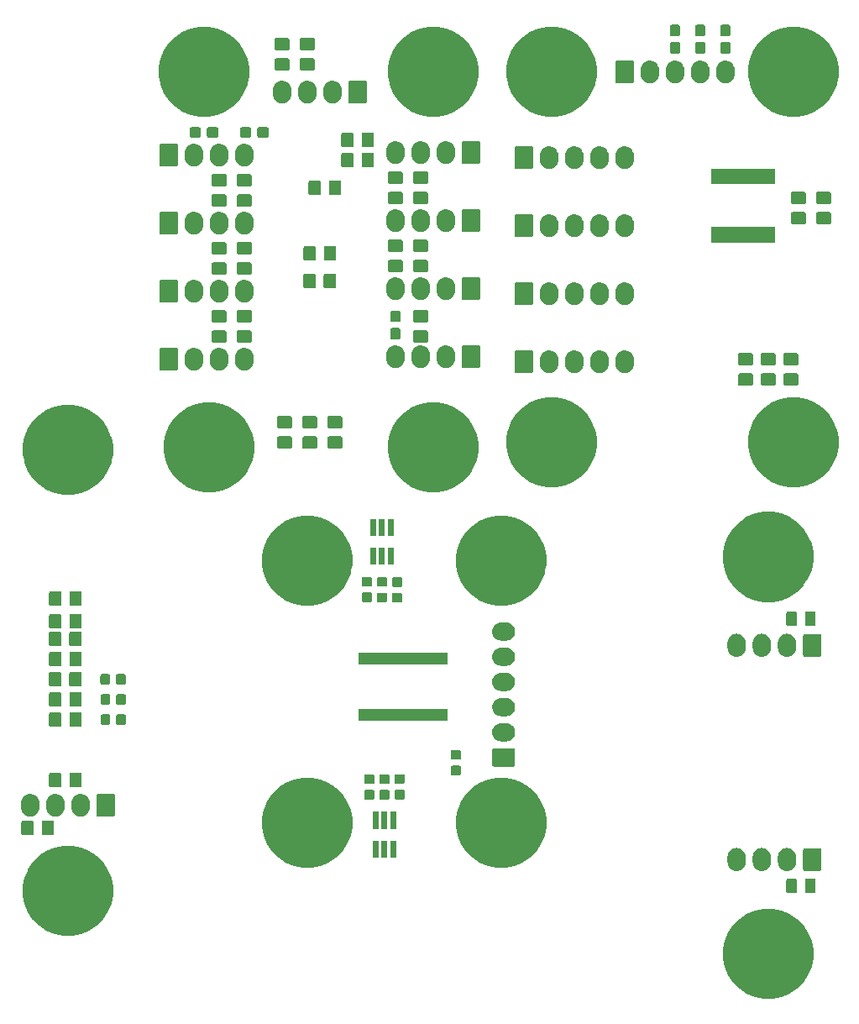
<source format=gbs>
G04 #@! TF.GenerationSoftware,KiCad,Pcbnew,5.0.2+dfsg1-1~bpo9+1*
G04 #@! TF.CreationDate,2019-06-29T23:35:38+02:00*
G04 #@! TF.ProjectId,PCB_I2C,5043425f-4932-4432-9e6b-696361645f70,rev?*
G04 #@! TF.SameCoordinates,Original*
G04 #@! TF.FileFunction,Soldermask,Bot*
G04 #@! TF.FilePolarity,Negative*
%FSLAX46Y46*%
G04 Gerber Fmt 4.6, Leading zero omitted, Abs format (unit mm)*
G04 Created by KiCad (PCBNEW 5.0.2+dfsg1-1~bpo9+1) date sam. 29 juin 2019 23:35:38 CEST*
%MOMM*%
%LPD*%
G01*
G04 APERTURE LIST*
%ADD10C,0.100000*%
G04 APERTURE END LIST*
D10*
G36*
X172777475Y-139133892D02*
X172777477Y-139133893D01*
X172777478Y-139133893D01*
X173605707Y-139476956D01*
X174347727Y-139972759D01*
X174351096Y-139975010D01*
X174984990Y-140608904D01*
X174984992Y-140608907D01*
X175483044Y-141354293D01*
X175826107Y-142182522D01*
X176001000Y-143061766D01*
X176001000Y-143958234D01*
X175826107Y-144837478D01*
X175483044Y-145665707D01*
X174987241Y-146407727D01*
X174984990Y-146411096D01*
X174351096Y-147044990D01*
X174351093Y-147044992D01*
X173605707Y-147543044D01*
X172777478Y-147886107D01*
X172777477Y-147886107D01*
X172777475Y-147886108D01*
X171898236Y-148061000D01*
X171001764Y-148061000D01*
X170122525Y-147886108D01*
X170122523Y-147886107D01*
X170122522Y-147886107D01*
X169294293Y-147543044D01*
X168548907Y-147044992D01*
X168548904Y-147044990D01*
X167915010Y-146411096D01*
X167912759Y-146407727D01*
X167416956Y-145665707D01*
X167073893Y-144837478D01*
X166899000Y-143958234D01*
X166899000Y-143061766D01*
X167073893Y-142182522D01*
X167416956Y-141354293D01*
X167915008Y-140608907D01*
X167915010Y-140608904D01*
X168548904Y-139975010D01*
X168552273Y-139972759D01*
X169294293Y-139476956D01*
X170122522Y-139133893D01*
X170122523Y-139133893D01*
X170122525Y-139133892D01*
X171001764Y-138959000D01*
X171898236Y-138959000D01*
X172777475Y-139133892D01*
X172777475Y-139133892D01*
G37*
G36*
X102165475Y-132783892D02*
X102165477Y-132783893D01*
X102165478Y-132783893D01*
X102993707Y-133126956D01*
X103663431Y-133574452D01*
X103739096Y-133625010D01*
X104372990Y-134258904D01*
X104372992Y-134258907D01*
X104871044Y-135004293D01*
X104927444Y-135140456D01*
X105214108Y-135832525D01*
X105389000Y-136711764D01*
X105389000Y-137608234D01*
X105214107Y-138487478D01*
X104871044Y-139315707D01*
X104430512Y-139975008D01*
X104372990Y-140061096D01*
X103739096Y-140694990D01*
X103739093Y-140694992D01*
X102993707Y-141193044D01*
X102165478Y-141536107D01*
X102165477Y-141536107D01*
X102165475Y-141536108D01*
X101286236Y-141711000D01*
X100389764Y-141711000D01*
X99510525Y-141536108D01*
X99510523Y-141536107D01*
X99510522Y-141536107D01*
X98682293Y-141193044D01*
X97936907Y-140694992D01*
X97936904Y-140694990D01*
X97303010Y-140061096D01*
X97245488Y-139975008D01*
X96804956Y-139315707D01*
X96461893Y-138487478D01*
X96287000Y-137608234D01*
X96287000Y-136711764D01*
X96461892Y-135832525D01*
X96748556Y-135140456D01*
X96804956Y-135004293D01*
X97303008Y-134258907D01*
X97303010Y-134258904D01*
X97936904Y-133625010D01*
X98012569Y-133574452D01*
X98682293Y-133126956D01*
X99510522Y-132783893D01*
X99510523Y-132783893D01*
X99510525Y-132783892D01*
X100389764Y-132609000D01*
X101286236Y-132609000D01*
X102165475Y-132783892D01*
X102165475Y-132783892D01*
G37*
G36*
X174186466Y-135905565D02*
X174225137Y-135917296D01*
X174260779Y-135936348D01*
X174292017Y-135961983D01*
X174317652Y-135993221D01*
X174336704Y-136028863D01*
X174348435Y-136067534D01*
X174353000Y-136113888D01*
X174353000Y-137190112D01*
X174348435Y-137236466D01*
X174336704Y-137275137D01*
X174317652Y-137310779D01*
X174292017Y-137342017D01*
X174260779Y-137367652D01*
X174225137Y-137386704D01*
X174186466Y-137398435D01*
X174140112Y-137403000D01*
X173488888Y-137403000D01*
X173442534Y-137398435D01*
X173403863Y-137386704D01*
X173368221Y-137367652D01*
X173336983Y-137342017D01*
X173311348Y-137310779D01*
X173292296Y-137275137D01*
X173280565Y-137236466D01*
X173276000Y-137190112D01*
X173276000Y-136113888D01*
X173280565Y-136067534D01*
X173292296Y-136028863D01*
X173311348Y-135993221D01*
X173336983Y-135961983D01*
X173368221Y-135936348D01*
X173403863Y-135917296D01*
X173442534Y-135905565D01*
X173488888Y-135901000D01*
X174140112Y-135901000D01*
X174186466Y-135905565D01*
X174186466Y-135905565D01*
G37*
G36*
X176061466Y-135905565D02*
X176100137Y-135917296D01*
X176135779Y-135936348D01*
X176167017Y-135961983D01*
X176192652Y-135993221D01*
X176211704Y-136028863D01*
X176223435Y-136067534D01*
X176228000Y-136113888D01*
X176228000Y-137190112D01*
X176223435Y-137236466D01*
X176211704Y-137275137D01*
X176192652Y-137310779D01*
X176167017Y-137342017D01*
X176135779Y-137367652D01*
X176100137Y-137386704D01*
X176061466Y-137398435D01*
X176015112Y-137403000D01*
X175363888Y-137403000D01*
X175317534Y-137398435D01*
X175278863Y-137386704D01*
X175243221Y-137367652D01*
X175211983Y-137342017D01*
X175186348Y-137310779D01*
X175167296Y-137275137D01*
X175155565Y-137236466D01*
X175151000Y-137190112D01*
X175151000Y-136113888D01*
X175155565Y-136067534D01*
X175167296Y-136028863D01*
X175186348Y-135993221D01*
X175211983Y-135961983D01*
X175243221Y-135936348D01*
X175278863Y-135917296D01*
X175317534Y-135905565D01*
X175363888Y-135901000D01*
X176015112Y-135901000D01*
X176061466Y-135905565D01*
X176061466Y-135905565D01*
G37*
G36*
X173535548Y-132847326D02*
X173651287Y-132882435D01*
X173709158Y-132899990D01*
X173732315Y-132912368D01*
X173869156Y-132985511D01*
X174009396Y-133100604D01*
X174124489Y-133240844D01*
X174210010Y-133400843D01*
X174262674Y-133574452D01*
X174276000Y-133709757D01*
X174276000Y-134260244D01*
X174262674Y-134395548D01*
X174227565Y-134511287D01*
X174210010Y-134569158D01*
X174164298Y-134654679D01*
X174124489Y-134729156D01*
X174009396Y-134869396D01*
X173869155Y-134984489D01*
X173767514Y-135038817D01*
X173709157Y-135070010D01*
X173662550Y-135084148D01*
X173535547Y-135122674D01*
X173355000Y-135140456D01*
X173174452Y-135122674D01*
X173047449Y-135084148D01*
X173000842Y-135070010D01*
X172859686Y-134994560D01*
X172840844Y-134984489D01*
X172700604Y-134869396D01*
X172585511Y-134729155D01*
X172499991Y-134569158D01*
X172499990Y-134569157D01*
X172482435Y-134511286D01*
X172447326Y-134395547D01*
X172434000Y-134260243D01*
X172434000Y-133709756D01*
X172447326Y-133574452D01*
X172499990Y-133400843D01*
X172499990Y-133400842D01*
X172585513Y-133240843D01*
X172700605Y-133100604D01*
X172840844Y-132985512D01*
X172840843Y-132985512D01*
X172840845Y-132985511D01*
X172977686Y-132912368D01*
X173000843Y-132899990D01*
X173058714Y-132882435D01*
X173174453Y-132847326D01*
X173355000Y-132829544D01*
X173535548Y-132847326D01*
X173535548Y-132847326D01*
G37*
G36*
X168455548Y-132847326D02*
X168571287Y-132882435D01*
X168629158Y-132899990D01*
X168652315Y-132912368D01*
X168789156Y-132985511D01*
X168929396Y-133100604D01*
X169044489Y-133240844D01*
X169130010Y-133400843D01*
X169182674Y-133574452D01*
X169196000Y-133709757D01*
X169196000Y-134260244D01*
X169182674Y-134395548D01*
X169147565Y-134511287D01*
X169130010Y-134569158D01*
X169084298Y-134654679D01*
X169044489Y-134729156D01*
X168929396Y-134869396D01*
X168789155Y-134984489D01*
X168687514Y-135038817D01*
X168629157Y-135070010D01*
X168582550Y-135084148D01*
X168455547Y-135122674D01*
X168275000Y-135140456D01*
X168094452Y-135122674D01*
X167967449Y-135084148D01*
X167920842Y-135070010D01*
X167779686Y-134994560D01*
X167760844Y-134984489D01*
X167620604Y-134869396D01*
X167505511Y-134729155D01*
X167419991Y-134569158D01*
X167419990Y-134569157D01*
X167402435Y-134511286D01*
X167367326Y-134395547D01*
X167354000Y-134260243D01*
X167354000Y-133709756D01*
X167367326Y-133574452D01*
X167419990Y-133400843D01*
X167419990Y-133400842D01*
X167505513Y-133240843D01*
X167620605Y-133100604D01*
X167760844Y-132985512D01*
X167760843Y-132985512D01*
X167760845Y-132985511D01*
X167897686Y-132912368D01*
X167920843Y-132899990D01*
X167978714Y-132882435D01*
X168094453Y-132847326D01*
X168275000Y-132829544D01*
X168455548Y-132847326D01*
X168455548Y-132847326D01*
G37*
G36*
X170995548Y-132847326D02*
X171111287Y-132882435D01*
X171169158Y-132899990D01*
X171192315Y-132912368D01*
X171329156Y-132985511D01*
X171469396Y-133100604D01*
X171584489Y-133240844D01*
X171670010Y-133400843D01*
X171722674Y-133574452D01*
X171736000Y-133709757D01*
X171736000Y-134260244D01*
X171722674Y-134395548D01*
X171687565Y-134511287D01*
X171670010Y-134569158D01*
X171624298Y-134654679D01*
X171584489Y-134729156D01*
X171469396Y-134869396D01*
X171329155Y-134984489D01*
X171227514Y-135038817D01*
X171169157Y-135070010D01*
X171122550Y-135084148D01*
X170995547Y-135122674D01*
X170815000Y-135140456D01*
X170634452Y-135122674D01*
X170507449Y-135084148D01*
X170460842Y-135070010D01*
X170319686Y-134994560D01*
X170300844Y-134984489D01*
X170160604Y-134869396D01*
X170045511Y-134729155D01*
X169959991Y-134569158D01*
X169959990Y-134569157D01*
X169942435Y-134511286D01*
X169907326Y-134395547D01*
X169894000Y-134260243D01*
X169894000Y-133709756D01*
X169907326Y-133574452D01*
X169959990Y-133400843D01*
X169959990Y-133400842D01*
X170045513Y-133240843D01*
X170160605Y-133100604D01*
X170300844Y-132985512D01*
X170300843Y-132985512D01*
X170300845Y-132985511D01*
X170437686Y-132912368D01*
X170460843Y-132899990D01*
X170518714Y-132882435D01*
X170634453Y-132847326D01*
X170815000Y-132829544D01*
X170995548Y-132847326D01*
X170995548Y-132847326D01*
G37*
G36*
X176674560Y-132837966D02*
X176707383Y-132847923D01*
X176737632Y-132864092D01*
X176764148Y-132885852D01*
X176785908Y-132912368D01*
X176802077Y-132942617D01*
X176812034Y-132975440D01*
X176816000Y-133015712D01*
X176816000Y-134954288D01*
X176812034Y-134994560D01*
X176802077Y-135027383D01*
X176785908Y-135057632D01*
X176764148Y-135084148D01*
X176737632Y-135105908D01*
X176707383Y-135122077D01*
X176674560Y-135132034D01*
X176634288Y-135136000D01*
X175155712Y-135136000D01*
X175115440Y-135132034D01*
X175082617Y-135122077D01*
X175052368Y-135105908D01*
X175025852Y-135084148D01*
X175004092Y-135057632D01*
X174987923Y-135027383D01*
X174977966Y-134994560D01*
X174974000Y-134954288D01*
X174974000Y-133015712D01*
X174977966Y-132975440D01*
X174987923Y-132942617D01*
X175004092Y-132912368D01*
X175025852Y-132885852D01*
X175052368Y-132864092D01*
X175082617Y-132847923D01*
X175115440Y-132837966D01*
X175155712Y-132834000D01*
X176634288Y-132834000D01*
X176674560Y-132837966D01*
X176674560Y-132837966D01*
G37*
G36*
X145853475Y-125925892D02*
X145853477Y-125925893D01*
X145853478Y-125925893D01*
X146681707Y-126268956D01*
X147372507Y-126730535D01*
X147427096Y-126767010D01*
X148060990Y-127400904D01*
X148060992Y-127400907D01*
X148559044Y-128146293D01*
X148829505Y-128799245D01*
X148902108Y-128974525D01*
X149077000Y-129853764D01*
X149077000Y-130750236D01*
X148915729Y-131561000D01*
X148902107Y-131629478D01*
X148559044Y-132457707D01*
X148063241Y-133199727D01*
X148060990Y-133203096D01*
X147427096Y-133836990D01*
X147427093Y-133836992D01*
X146681707Y-134335044D01*
X145853478Y-134678107D01*
X145853477Y-134678107D01*
X145853475Y-134678108D01*
X144974236Y-134853000D01*
X144077764Y-134853000D01*
X143198525Y-134678108D01*
X143198523Y-134678107D01*
X143198522Y-134678107D01*
X142370293Y-134335044D01*
X141624907Y-133836992D01*
X141624904Y-133836990D01*
X140991010Y-133203096D01*
X140988759Y-133199727D01*
X140492956Y-132457707D01*
X140149893Y-131629478D01*
X140136272Y-131561000D01*
X139975000Y-130750236D01*
X139975000Y-129853764D01*
X140149892Y-128974525D01*
X140222495Y-128799245D01*
X140492956Y-128146293D01*
X140991008Y-127400907D01*
X140991010Y-127400904D01*
X141624904Y-126767010D01*
X141679493Y-126730535D01*
X142370293Y-126268956D01*
X143198522Y-125925893D01*
X143198523Y-125925893D01*
X143198525Y-125925892D01*
X144077764Y-125751000D01*
X144974236Y-125751000D01*
X145853475Y-125925892D01*
X145853475Y-125925892D01*
G37*
G36*
X126295475Y-125925892D02*
X126295477Y-125925893D01*
X126295478Y-125925893D01*
X127123707Y-126268956D01*
X127814507Y-126730535D01*
X127869096Y-126767010D01*
X128502990Y-127400904D01*
X128502992Y-127400907D01*
X129001044Y-128146293D01*
X129271505Y-128799245D01*
X129344108Y-128974525D01*
X129519000Y-129853764D01*
X129519000Y-130750236D01*
X129357729Y-131561000D01*
X129344107Y-131629478D01*
X129001044Y-132457707D01*
X128505241Y-133199727D01*
X128502990Y-133203096D01*
X127869096Y-133836990D01*
X127869093Y-133836992D01*
X127123707Y-134335044D01*
X126295478Y-134678107D01*
X126295477Y-134678107D01*
X126295475Y-134678108D01*
X125416236Y-134853000D01*
X124519764Y-134853000D01*
X123640525Y-134678108D01*
X123640523Y-134678107D01*
X123640522Y-134678107D01*
X122812293Y-134335044D01*
X122066907Y-133836992D01*
X122066904Y-133836990D01*
X121433010Y-133203096D01*
X121430759Y-133199727D01*
X120934956Y-132457707D01*
X120591893Y-131629478D01*
X120578272Y-131561000D01*
X120417000Y-130750236D01*
X120417000Y-129853764D01*
X120591892Y-128974525D01*
X120664495Y-128799245D01*
X120934956Y-128146293D01*
X121433008Y-127400907D01*
X121433010Y-127400904D01*
X122066904Y-126767010D01*
X122121493Y-126730535D01*
X122812293Y-126268956D01*
X123640522Y-125925893D01*
X123640523Y-125925893D01*
X123640525Y-125925892D01*
X124519764Y-125751000D01*
X125416236Y-125751000D01*
X126295475Y-125925892D01*
X126295475Y-125925892D01*
G37*
G36*
X132159637Y-133835625D02*
X131557637Y-133835625D01*
X131557637Y-132133625D01*
X132159637Y-132133625D01*
X132159637Y-133835625D01*
X132159637Y-133835625D01*
G37*
G36*
X133059637Y-133835625D02*
X132457637Y-133835625D01*
X132457637Y-132133625D01*
X133059637Y-132133625D01*
X133059637Y-133835625D01*
X133059637Y-133835625D01*
G37*
G36*
X133959637Y-133835625D02*
X133357637Y-133835625D01*
X133357637Y-132133625D01*
X133959637Y-132133625D01*
X133959637Y-133835625D01*
X133959637Y-133835625D01*
G37*
G36*
X99278677Y-130063465D02*
X99316364Y-130074898D01*
X99351103Y-130093466D01*
X99381548Y-130118452D01*
X99406534Y-130148897D01*
X99425102Y-130183636D01*
X99436535Y-130221323D01*
X99441000Y-130266661D01*
X99441000Y-131353339D01*
X99436535Y-131398677D01*
X99425102Y-131436364D01*
X99406534Y-131471103D01*
X99381548Y-131501548D01*
X99351103Y-131526534D01*
X99316364Y-131545102D01*
X99278677Y-131556535D01*
X99233339Y-131561000D01*
X98396661Y-131561000D01*
X98351323Y-131556535D01*
X98313636Y-131545102D01*
X98278897Y-131526534D01*
X98248452Y-131501548D01*
X98223466Y-131471103D01*
X98204898Y-131436364D01*
X98193465Y-131398677D01*
X98189000Y-131353339D01*
X98189000Y-130266661D01*
X98193465Y-130221323D01*
X98204898Y-130183636D01*
X98223466Y-130148897D01*
X98248452Y-130118452D01*
X98278897Y-130093466D01*
X98313636Y-130074898D01*
X98351323Y-130063465D01*
X98396661Y-130059000D01*
X99233339Y-130059000D01*
X99278677Y-130063465D01*
X99278677Y-130063465D01*
G37*
G36*
X97228677Y-130063465D02*
X97266364Y-130074898D01*
X97301103Y-130093466D01*
X97331548Y-130118452D01*
X97356534Y-130148897D01*
X97375102Y-130183636D01*
X97386535Y-130221323D01*
X97391000Y-130266661D01*
X97391000Y-131353339D01*
X97386535Y-131398677D01*
X97375102Y-131436364D01*
X97356534Y-131471103D01*
X97331548Y-131501548D01*
X97301103Y-131526534D01*
X97266364Y-131545102D01*
X97228677Y-131556535D01*
X97183339Y-131561000D01*
X96346661Y-131561000D01*
X96301323Y-131556535D01*
X96263636Y-131545102D01*
X96228897Y-131526534D01*
X96198452Y-131501548D01*
X96173466Y-131471103D01*
X96154898Y-131436364D01*
X96143465Y-131398677D01*
X96139000Y-131353339D01*
X96139000Y-130266661D01*
X96143465Y-130221323D01*
X96154898Y-130183636D01*
X96173466Y-130148897D01*
X96198452Y-130118452D01*
X96228897Y-130093466D01*
X96263636Y-130074898D01*
X96301323Y-130063465D01*
X96346661Y-130059000D01*
X97183339Y-130059000D01*
X97228677Y-130063465D01*
X97228677Y-130063465D01*
G37*
G36*
X133059637Y-130885625D02*
X132457637Y-130885625D01*
X132457637Y-129183625D01*
X133059637Y-129183625D01*
X133059637Y-130885625D01*
X133059637Y-130885625D01*
G37*
G36*
X132159637Y-130885625D02*
X131557637Y-130885625D01*
X131557637Y-129183625D01*
X132159637Y-129183625D01*
X132159637Y-130885625D01*
X132159637Y-130885625D01*
G37*
G36*
X133959637Y-130885625D02*
X133357637Y-130885625D01*
X133357637Y-129183625D01*
X133959637Y-129183625D01*
X133959637Y-130885625D01*
X133959637Y-130885625D01*
G37*
G36*
X102288548Y-127386326D02*
X102404287Y-127421435D01*
X102462158Y-127438990D01*
X102485315Y-127451368D01*
X102622156Y-127524511D01*
X102762396Y-127639604D01*
X102877489Y-127779844D01*
X102963010Y-127939843D01*
X103015674Y-128113452D01*
X103029000Y-128248757D01*
X103029000Y-128799244D01*
X103015674Y-128934548D01*
X103003548Y-128974522D01*
X102963010Y-129108158D01*
X102922672Y-129183625D01*
X102877489Y-129268156D01*
X102762396Y-129408396D01*
X102622155Y-129523489D01*
X102520514Y-129577817D01*
X102462157Y-129609010D01*
X102415550Y-129623148D01*
X102288547Y-129661674D01*
X102108000Y-129679456D01*
X101927452Y-129661674D01*
X101800449Y-129623148D01*
X101753842Y-129609010D01*
X101612686Y-129533560D01*
X101593844Y-129523489D01*
X101453604Y-129408396D01*
X101338511Y-129268155D01*
X101252991Y-129108158D01*
X101252990Y-129108157D01*
X101235435Y-129050286D01*
X101200326Y-128934547D01*
X101187000Y-128799243D01*
X101187000Y-128248756D01*
X101200326Y-128113452D01*
X101252990Y-127939843D01*
X101252990Y-127939842D01*
X101323011Y-127808845D01*
X101338512Y-127779844D01*
X101453605Y-127639604D01*
X101593845Y-127524511D01*
X101730686Y-127451368D01*
X101753843Y-127438990D01*
X101811714Y-127421435D01*
X101927453Y-127386326D01*
X102108000Y-127368544D01*
X102288548Y-127386326D01*
X102288548Y-127386326D01*
G37*
G36*
X97208548Y-127386326D02*
X97324287Y-127421435D01*
X97382158Y-127438990D01*
X97405315Y-127451368D01*
X97542156Y-127524511D01*
X97682396Y-127639604D01*
X97797489Y-127779844D01*
X97883010Y-127939843D01*
X97935674Y-128113452D01*
X97949000Y-128248757D01*
X97949000Y-128799244D01*
X97935674Y-128934548D01*
X97923548Y-128974522D01*
X97883010Y-129108158D01*
X97842672Y-129183625D01*
X97797489Y-129268156D01*
X97682396Y-129408396D01*
X97542155Y-129523489D01*
X97440514Y-129577817D01*
X97382157Y-129609010D01*
X97335550Y-129623148D01*
X97208547Y-129661674D01*
X97028000Y-129679456D01*
X96847452Y-129661674D01*
X96720449Y-129623148D01*
X96673842Y-129609010D01*
X96532686Y-129533560D01*
X96513844Y-129523489D01*
X96373604Y-129408396D01*
X96258511Y-129268155D01*
X96172991Y-129108158D01*
X96172990Y-129108157D01*
X96155435Y-129050286D01*
X96120326Y-128934547D01*
X96107000Y-128799243D01*
X96107000Y-128248756D01*
X96120326Y-128113452D01*
X96172990Y-127939843D01*
X96172990Y-127939842D01*
X96243011Y-127808845D01*
X96258512Y-127779844D01*
X96373605Y-127639604D01*
X96513845Y-127524511D01*
X96650686Y-127451368D01*
X96673843Y-127438990D01*
X96731714Y-127421435D01*
X96847453Y-127386326D01*
X97028000Y-127368544D01*
X97208548Y-127386326D01*
X97208548Y-127386326D01*
G37*
G36*
X99748548Y-127386326D02*
X99864287Y-127421435D01*
X99922158Y-127438990D01*
X99945315Y-127451368D01*
X100082156Y-127524511D01*
X100222396Y-127639604D01*
X100337489Y-127779844D01*
X100423010Y-127939843D01*
X100475674Y-128113452D01*
X100489000Y-128248757D01*
X100489000Y-128799244D01*
X100475674Y-128934548D01*
X100463548Y-128974522D01*
X100423010Y-129108158D01*
X100382672Y-129183625D01*
X100337489Y-129268156D01*
X100222396Y-129408396D01*
X100082155Y-129523489D01*
X99980514Y-129577817D01*
X99922157Y-129609010D01*
X99875550Y-129623148D01*
X99748547Y-129661674D01*
X99568000Y-129679456D01*
X99387452Y-129661674D01*
X99260449Y-129623148D01*
X99213842Y-129609010D01*
X99072686Y-129533560D01*
X99053844Y-129523489D01*
X98913604Y-129408396D01*
X98798511Y-129268155D01*
X98712991Y-129108158D01*
X98712990Y-129108157D01*
X98695435Y-129050286D01*
X98660326Y-128934547D01*
X98647000Y-128799243D01*
X98647000Y-128248756D01*
X98660326Y-128113452D01*
X98712990Y-127939843D01*
X98712990Y-127939842D01*
X98783011Y-127808845D01*
X98798512Y-127779844D01*
X98913605Y-127639604D01*
X99053845Y-127524511D01*
X99190686Y-127451368D01*
X99213843Y-127438990D01*
X99271714Y-127421435D01*
X99387453Y-127386326D01*
X99568000Y-127368544D01*
X99748548Y-127386326D01*
X99748548Y-127386326D01*
G37*
G36*
X105427560Y-127376966D02*
X105460383Y-127386923D01*
X105490632Y-127403092D01*
X105517148Y-127424852D01*
X105538908Y-127451368D01*
X105555077Y-127481617D01*
X105565034Y-127514440D01*
X105569000Y-127554712D01*
X105569000Y-129493288D01*
X105565034Y-129533560D01*
X105555077Y-129566383D01*
X105538908Y-129596632D01*
X105517148Y-129623148D01*
X105490632Y-129644908D01*
X105460383Y-129661077D01*
X105427560Y-129671034D01*
X105387288Y-129675000D01*
X103908712Y-129675000D01*
X103868440Y-129671034D01*
X103835617Y-129661077D01*
X103805368Y-129644908D01*
X103778852Y-129623148D01*
X103757092Y-129596632D01*
X103740923Y-129566383D01*
X103730966Y-129533560D01*
X103727000Y-129493288D01*
X103727000Y-127554712D01*
X103730966Y-127514440D01*
X103740923Y-127481617D01*
X103757092Y-127451368D01*
X103778852Y-127424852D01*
X103805368Y-127403092D01*
X103835617Y-127386923D01*
X103868440Y-127376966D01*
X103908712Y-127373000D01*
X105387288Y-127373000D01*
X105427560Y-127376966D01*
X105427560Y-127376966D01*
G37*
G36*
X131614228Y-126986710D02*
X131648206Y-126997018D01*
X131679524Y-127013758D01*
X131706976Y-127036286D01*
X131729504Y-127063738D01*
X131746244Y-127095056D01*
X131756552Y-127129034D01*
X131760637Y-127170515D01*
X131760637Y-127771735D01*
X131756552Y-127813216D01*
X131746244Y-127847194D01*
X131729504Y-127878512D01*
X131706976Y-127905964D01*
X131679524Y-127928492D01*
X131648206Y-127945232D01*
X131614228Y-127955540D01*
X131572747Y-127959625D01*
X130896527Y-127959625D01*
X130855046Y-127955540D01*
X130821068Y-127945232D01*
X130789750Y-127928492D01*
X130762298Y-127905964D01*
X130739770Y-127878512D01*
X130723030Y-127847194D01*
X130712722Y-127813216D01*
X130708637Y-127771735D01*
X130708637Y-127170515D01*
X130712722Y-127129034D01*
X130723030Y-127095056D01*
X130739770Y-127063738D01*
X130762298Y-127036286D01*
X130789750Y-127013758D01*
X130821068Y-126997018D01*
X130855046Y-126986710D01*
X130896527Y-126982625D01*
X131572747Y-126982625D01*
X131614228Y-126986710D01*
X131614228Y-126986710D01*
G37*
G36*
X133138228Y-126986710D02*
X133172206Y-126997018D01*
X133203524Y-127013758D01*
X133230976Y-127036286D01*
X133253504Y-127063738D01*
X133270244Y-127095056D01*
X133280552Y-127129034D01*
X133284637Y-127170515D01*
X133284637Y-127771735D01*
X133280552Y-127813216D01*
X133270244Y-127847194D01*
X133253504Y-127878512D01*
X133230976Y-127905964D01*
X133203524Y-127928492D01*
X133172206Y-127945232D01*
X133138228Y-127955540D01*
X133096747Y-127959625D01*
X132420527Y-127959625D01*
X132379046Y-127955540D01*
X132345068Y-127945232D01*
X132313750Y-127928492D01*
X132286298Y-127905964D01*
X132263770Y-127878512D01*
X132247030Y-127847194D01*
X132236722Y-127813216D01*
X132232637Y-127771735D01*
X132232637Y-127170515D01*
X132236722Y-127129034D01*
X132247030Y-127095056D01*
X132263770Y-127063738D01*
X132286298Y-127036286D01*
X132313750Y-127013758D01*
X132345068Y-126997018D01*
X132379046Y-126986710D01*
X132420527Y-126982625D01*
X133096747Y-126982625D01*
X133138228Y-126986710D01*
X133138228Y-126986710D01*
G37*
G36*
X134662228Y-126961210D02*
X134696206Y-126971518D01*
X134727524Y-126988258D01*
X134754976Y-127010786D01*
X134777504Y-127038238D01*
X134794244Y-127069556D01*
X134804552Y-127103534D01*
X134808637Y-127145015D01*
X134808637Y-127746235D01*
X134804552Y-127787716D01*
X134794244Y-127821694D01*
X134777504Y-127853012D01*
X134754976Y-127880464D01*
X134727524Y-127902992D01*
X134696206Y-127919732D01*
X134662228Y-127930040D01*
X134620747Y-127934125D01*
X133944527Y-127934125D01*
X133903046Y-127930040D01*
X133869068Y-127919732D01*
X133837750Y-127902992D01*
X133810298Y-127880464D01*
X133787770Y-127853012D01*
X133771030Y-127821694D01*
X133760722Y-127787716D01*
X133756637Y-127746235D01*
X133756637Y-127145015D01*
X133760722Y-127103534D01*
X133771030Y-127069556D01*
X133787770Y-127038238D01*
X133810298Y-127010786D01*
X133837750Y-126988258D01*
X133869068Y-126971518D01*
X133903046Y-126961210D01*
X133944527Y-126957125D01*
X134620747Y-126957125D01*
X134662228Y-126961210D01*
X134662228Y-126961210D01*
G37*
G36*
X102072677Y-125237465D02*
X102110364Y-125248898D01*
X102145103Y-125267466D01*
X102175548Y-125292452D01*
X102200534Y-125322897D01*
X102219102Y-125357636D01*
X102230535Y-125395323D01*
X102235000Y-125440661D01*
X102235000Y-126527339D01*
X102230535Y-126572677D01*
X102219102Y-126610364D01*
X102200534Y-126645103D01*
X102175548Y-126675548D01*
X102145103Y-126700534D01*
X102110364Y-126719102D01*
X102072677Y-126730535D01*
X102027339Y-126735000D01*
X101190661Y-126735000D01*
X101145323Y-126730535D01*
X101107636Y-126719102D01*
X101072897Y-126700534D01*
X101042452Y-126675548D01*
X101017466Y-126645103D01*
X100998898Y-126610364D01*
X100987465Y-126572677D01*
X100983000Y-126527339D01*
X100983000Y-125440661D01*
X100987465Y-125395323D01*
X100998898Y-125357636D01*
X101017466Y-125322897D01*
X101042452Y-125292452D01*
X101072897Y-125267466D01*
X101107636Y-125248898D01*
X101145323Y-125237465D01*
X101190661Y-125233000D01*
X102027339Y-125233000D01*
X102072677Y-125237465D01*
X102072677Y-125237465D01*
G37*
G36*
X100022677Y-125237465D02*
X100060364Y-125248898D01*
X100095103Y-125267466D01*
X100125548Y-125292452D01*
X100150534Y-125322897D01*
X100169102Y-125357636D01*
X100180535Y-125395323D01*
X100185000Y-125440661D01*
X100185000Y-126527339D01*
X100180535Y-126572677D01*
X100169102Y-126610364D01*
X100150534Y-126645103D01*
X100125548Y-126675548D01*
X100095103Y-126700534D01*
X100060364Y-126719102D01*
X100022677Y-126730535D01*
X99977339Y-126735000D01*
X99140661Y-126735000D01*
X99095323Y-126730535D01*
X99057636Y-126719102D01*
X99022897Y-126700534D01*
X98992452Y-126675548D01*
X98967466Y-126645103D01*
X98948898Y-126610364D01*
X98937465Y-126572677D01*
X98933000Y-126527339D01*
X98933000Y-125440661D01*
X98937465Y-125395323D01*
X98948898Y-125357636D01*
X98967466Y-125322897D01*
X98992452Y-125292452D01*
X99022897Y-125267466D01*
X99057636Y-125248898D01*
X99095323Y-125237465D01*
X99140661Y-125233000D01*
X99977339Y-125233000D01*
X100022677Y-125237465D01*
X100022677Y-125237465D01*
G37*
G36*
X133138228Y-125411710D02*
X133172206Y-125422018D01*
X133203524Y-125438758D01*
X133230976Y-125461286D01*
X133253504Y-125488738D01*
X133270244Y-125520056D01*
X133280552Y-125554034D01*
X133284637Y-125595515D01*
X133284637Y-126196735D01*
X133280552Y-126238216D01*
X133270244Y-126272194D01*
X133253504Y-126303512D01*
X133230976Y-126330964D01*
X133203524Y-126353492D01*
X133172206Y-126370232D01*
X133138228Y-126380540D01*
X133096747Y-126384625D01*
X132420527Y-126384625D01*
X132379046Y-126380540D01*
X132345068Y-126370232D01*
X132313750Y-126353492D01*
X132286298Y-126330964D01*
X132263770Y-126303512D01*
X132247030Y-126272194D01*
X132236722Y-126238216D01*
X132232637Y-126196735D01*
X132232637Y-125595515D01*
X132236722Y-125554034D01*
X132247030Y-125520056D01*
X132263770Y-125488738D01*
X132286298Y-125461286D01*
X132313750Y-125438758D01*
X132345068Y-125422018D01*
X132379046Y-125411710D01*
X132420527Y-125407625D01*
X133096747Y-125407625D01*
X133138228Y-125411710D01*
X133138228Y-125411710D01*
G37*
G36*
X131614228Y-125411710D02*
X131648206Y-125422018D01*
X131679524Y-125438758D01*
X131706976Y-125461286D01*
X131729504Y-125488738D01*
X131746244Y-125520056D01*
X131756552Y-125554034D01*
X131760637Y-125595515D01*
X131760637Y-126196735D01*
X131756552Y-126238216D01*
X131746244Y-126272194D01*
X131729504Y-126303512D01*
X131706976Y-126330964D01*
X131679524Y-126353492D01*
X131648206Y-126370232D01*
X131614228Y-126380540D01*
X131572747Y-126384625D01*
X130896527Y-126384625D01*
X130855046Y-126380540D01*
X130821068Y-126370232D01*
X130789750Y-126353492D01*
X130762298Y-126330964D01*
X130739770Y-126303512D01*
X130723030Y-126272194D01*
X130712722Y-126238216D01*
X130708637Y-126196735D01*
X130708637Y-125595515D01*
X130712722Y-125554034D01*
X130723030Y-125520056D01*
X130739770Y-125488738D01*
X130762298Y-125461286D01*
X130789750Y-125438758D01*
X130821068Y-125422018D01*
X130855046Y-125411710D01*
X130896527Y-125407625D01*
X131572747Y-125407625D01*
X131614228Y-125411710D01*
X131614228Y-125411710D01*
G37*
G36*
X134662228Y-125386210D02*
X134696206Y-125396518D01*
X134727524Y-125413258D01*
X134754976Y-125435786D01*
X134777504Y-125463238D01*
X134794244Y-125494556D01*
X134804552Y-125528534D01*
X134808637Y-125570015D01*
X134808637Y-126171235D01*
X134804552Y-126212716D01*
X134794244Y-126246694D01*
X134777504Y-126278012D01*
X134754976Y-126305464D01*
X134727524Y-126327992D01*
X134696206Y-126344732D01*
X134662228Y-126355040D01*
X134620747Y-126359125D01*
X133944527Y-126359125D01*
X133903046Y-126355040D01*
X133869068Y-126344732D01*
X133837750Y-126327992D01*
X133810298Y-126305464D01*
X133787770Y-126278012D01*
X133771030Y-126246694D01*
X133760722Y-126212716D01*
X133756637Y-126171235D01*
X133756637Y-125570015D01*
X133760722Y-125528534D01*
X133771030Y-125494556D01*
X133787770Y-125463238D01*
X133810298Y-125435786D01*
X133837750Y-125413258D01*
X133869068Y-125396518D01*
X133903046Y-125386210D01*
X133944527Y-125382125D01*
X134620747Y-125382125D01*
X134662228Y-125386210D01*
X134662228Y-125386210D01*
G37*
G36*
X140333591Y-124534585D02*
X140367569Y-124544893D01*
X140398887Y-124561633D01*
X140426339Y-124584161D01*
X140448867Y-124611613D01*
X140465607Y-124642931D01*
X140475915Y-124676909D01*
X140480000Y-124718390D01*
X140480000Y-125319610D01*
X140475915Y-125361091D01*
X140465607Y-125395069D01*
X140448867Y-125426387D01*
X140426339Y-125453839D01*
X140398887Y-125476367D01*
X140367569Y-125493107D01*
X140333591Y-125503415D01*
X140292110Y-125507500D01*
X139615890Y-125507500D01*
X139574409Y-125503415D01*
X139540431Y-125493107D01*
X139509113Y-125476367D01*
X139481661Y-125453839D01*
X139459133Y-125426387D01*
X139442393Y-125395069D01*
X139432085Y-125361091D01*
X139428000Y-125319610D01*
X139428000Y-124718390D01*
X139432085Y-124676909D01*
X139442393Y-124642931D01*
X139459133Y-124611613D01*
X139481661Y-124584161D01*
X139509113Y-124561633D01*
X139540431Y-124544893D01*
X139574409Y-124534585D01*
X139615890Y-124530500D01*
X140292110Y-124530500D01*
X140333591Y-124534585D01*
X140333591Y-124534585D01*
G37*
G36*
X145789560Y-122780966D02*
X145822383Y-122790923D01*
X145852632Y-122807092D01*
X145879148Y-122828852D01*
X145900908Y-122855368D01*
X145917077Y-122885617D01*
X145927034Y-122918440D01*
X145931000Y-122958712D01*
X145931000Y-124437288D01*
X145927034Y-124477560D01*
X145917077Y-124510383D01*
X145900908Y-124540632D01*
X145879148Y-124567148D01*
X145852632Y-124588908D01*
X145822383Y-124605077D01*
X145789560Y-124615034D01*
X145749288Y-124619000D01*
X143810712Y-124619000D01*
X143770440Y-124615034D01*
X143737617Y-124605077D01*
X143707368Y-124588908D01*
X143680852Y-124567148D01*
X143659092Y-124540632D01*
X143642923Y-124510383D01*
X143632966Y-124477560D01*
X143629000Y-124437288D01*
X143629000Y-122958712D01*
X143632966Y-122918440D01*
X143642923Y-122885617D01*
X143659092Y-122855368D01*
X143680852Y-122828852D01*
X143707368Y-122807092D01*
X143737617Y-122790923D01*
X143770440Y-122780966D01*
X143810712Y-122777000D01*
X145749288Y-122777000D01*
X145789560Y-122780966D01*
X145789560Y-122780966D01*
G37*
G36*
X140333591Y-122959585D02*
X140367569Y-122969893D01*
X140398887Y-122986633D01*
X140426339Y-123009161D01*
X140448867Y-123036613D01*
X140465607Y-123067931D01*
X140475915Y-123101909D01*
X140480000Y-123143390D01*
X140480000Y-123744610D01*
X140475915Y-123786091D01*
X140465607Y-123820069D01*
X140448867Y-123851387D01*
X140426339Y-123878839D01*
X140398887Y-123901367D01*
X140367569Y-123918107D01*
X140333591Y-123928415D01*
X140292110Y-123932500D01*
X139615890Y-123932500D01*
X139574409Y-123928415D01*
X139540431Y-123918107D01*
X139509113Y-123901367D01*
X139481661Y-123878839D01*
X139459133Y-123851387D01*
X139442393Y-123820069D01*
X139432085Y-123786091D01*
X139428000Y-123744610D01*
X139428000Y-123143390D01*
X139432085Y-123101909D01*
X139442393Y-123067931D01*
X139459133Y-123036613D01*
X139481661Y-123009161D01*
X139509113Y-122986633D01*
X139540431Y-122969893D01*
X139574409Y-122959585D01*
X139615890Y-122955500D01*
X140292110Y-122955500D01*
X140333591Y-122959585D01*
X140333591Y-122959585D01*
G37*
G36*
X145100345Y-120241442D02*
X145190548Y-120250326D01*
X145306287Y-120285435D01*
X145364158Y-120302990D01*
X145420091Y-120332887D01*
X145524156Y-120388511D01*
X145664396Y-120503604D01*
X145775514Y-120639000D01*
X145779488Y-120643843D01*
X145865010Y-120803842D01*
X145865010Y-120803843D01*
X145917674Y-120977452D01*
X145935456Y-121158000D01*
X145917674Y-121338548D01*
X145882565Y-121454287D01*
X145865010Y-121512158D01*
X145819298Y-121597679D01*
X145779489Y-121672156D01*
X145664396Y-121812396D01*
X145524156Y-121927489D01*
X145449679Y-121967298D01*
X145364158Y-122013010D01*
X145306287Y-122030565D01*
X145190548Y-122065674D01*
X145100345Y-122074558D01*
X145055245Y-122079000D01*
X144504755Y-122079000D01*
X144459655Y-122074558D01*
X144369452Y-122065674D01*
X144253713Y-122030565D01*
X144195842Y-122013010D01*
X144110321Y-121967298D01*
X144035844Y-121927489D01*
X143895604Y-121812396D01*
X143780511Y-121672156D01*
X143740702Y-121597679D01*
X143694990Y-121512158D01*
X143677435Y-121454287D01*
X143642326Y-121338548D01*
X143624544Y-121158000D01*
X143642326Y-120977452D01*
X143694990Y-120803843D01*
X143694990Y-120803842D01*
X143780512Y-120643843D01*
X143784487Y-120639000D01*
X143895604Y-120503604D01*
X144035844Y-120388511D01*
X144139909Y-120332887D01*
X144195842Y-120302990D01*
X144253713Y-120285435D01*
X144369452Y-120250326D01*
X144459655Y-120241442D01*
X144504755Y-120237000D01*
X145055245Y-120237000D01*
X145100345Y-120241442D01*
X145100345Y-120241442D01*
G37*
G36*
X102072677Y-119141465D02*
X102110364Y-119152898D01*
X102145103Y-119171466D01*
X102175548Y-119196452D01*
X102200534Y-119226897D01*
X102219102Y-119261636D01*
X102230535Y-119299323D01*
X102235000Y-119344661D01*
X102235000Y-120431339D01*
X102230535Y-120476677D01*
X102219102Y-120514364D01*
X102200534Y-120549103D01*
X102175548Y-120579548D01*
X102145103Y-120604534D01*
X102110364Y-120623102D01*
X102072677Y-120634535D01*
X102027339Y-120639000D01*
X101190661Y-120639000D01*
X101145323Y-120634535D01*
X101107636Y-120623102D01*
X101072897Y-120604534D01*
X101042452Y-120579548D01*
X101017466Y-120549103D01*
X100998898Y-120514364D01*
X100987465Y-120476677D01*
X100983000Y-120431339D01*
X100983000Y-119344661D01*
X100987465Y-119299323D01*
X100998898Y-119261636D01*
X101017466Y-119226897D01*
X101042452Y-119196452D01*
X101072897Y-119171466D01*
X101107636Y-119152898D01*
X101145323Y-119141465D01*
X101190661Y-119137000D01*
X102027339Y-119137000D01*
X102072677Y-119141465D01*
X102072677Y-119141465D01*
G37*
G36*
X100022677Y-119141465D02*
X100060364Y-119152898D01*
X100095103Y-119171466D01*
X100125548Y-119196452D01*
X100150534Y-119226897D01*
X100169102Y-119261636D01*
X100180535Y-119299323D01*
X100185000Y-119344661D01*
X100185000Y-120431339D01*
X100180535Y-120476677D01*
X100169102Y-120514364D01*
X100150534Y-120549103D01*
X100125548Y-120579548D01*
X100095103Y-120604534D01*
X100060364Y-120623102D01*
X100022677Y-120634535D01*
X99977339Y-120639000D01*
X99140661Y-120639000D01*
X99095323Y-120634535D01*
X99057636Y-120623102D01*
X99022897Y-120604534D01*
X98992452Y-120579548D01*
X98967466Y-120549103D01*
X98948898Y-120514364D01*
X98937465Y-120476677D01*
X98933000Y-120431339D01*
X98933000Y-119344661D01*
X98937465Y-119299323D01*
X98948898Y-119261636D01*
X98967466Y-119226897D01*
X98992452Y-119196452D01*
X99022897Y-119171466D01*
X99057636Y-119152898D01*
X99095323Y-119141465D01*
X99140661Y-119137000D01*
X99977339Y-119137000D01*
X100022677Y-119141465D01*
X100022677Y-119141465D01*
G37*
G36*
X104964591Y-119366085D02*
X104998569Y-119376393D01*
X105029887Y-119393133D01*
X105057339Y-119415661D01*
X105079867Y-119443113D01*
X105096607Y-119474431D01*
X105106915Y-119508409D01*
X105111000Y-119549890D01*
X105111000Y-120226110D01*
X105106915Y-120267591D01*
X105096607Y-120301569D01*
X105079867Y-120332887D01*
X105057339Y-120360339D01*
X105029887Y-120382867D01*
X104998569Y-120399607D01*
X104964591Y-120409915D01*
X104923110Y-120414000D01*
X104321890Y-120414000D01*
X104280409Y-120409915D01*
X104246431Y-120399607D01*
X104215113Y-120382867D01*
X104187661Y-120360339D01*
X104165133Y-120332887D01*
X104148393Y-120301569D01*
X104138085Y-120267591D01*
X104134000Y-120226110D01*
X104134000Y-119549890D01*
X104138085Y-119508409D01*
X104148393Y-119474431D01*
X104165133Y-119443113D01*
X104187661Y-119415661D01*
X104215113Y-119393133D01*
X104246431Y-119376393D01*
X104280409Y-119366085D01*
X104321890Y-119362000D01*
X104923110Y-119362000D01*
X104964591Y-119366085D01*
X104964591Y-119366085D01*
G37*
G36*
X106539591Y-119366085D02*
X106573569Y-119376393D01*
X106604887Y-119393133D01*
X106632339Y-119415661D01*
X106654867Y-119443113D01*
X106671607Y-119474431D01*
X106681915Y-119508409D01*
X106686000Y-119549890D01*
X106686000Y-120226110D01*
X106681915Y-120267591D01*
X106671607Y-120301569D01*
X106654867Y-120332887D01*
X106632339Y-120360339D01*
X106604887Y-120382867D01*
X106573569Y-120399607D01*
X106539591Y-120409915D01*
X106498110Y-120414000D01*
X105896890Y-120414000D01*
X105855409Y-120409915D01*
X105821431Y-120399607D01*
X105790113Y-120382867D01*
X105762661Y-120360339D01*
X105740133Y-120332887D01*
X105723393Y-120301569D01*
X105713085Y-120267591D01*
X105709000Y-120226110D01*
X105709000Y-119549890D01*
X105713085Y-119508409D01*
X105723393Y-119474431D01*
X105740133Y-119443113D01*
X105762661Y-119415661D01*
X105790113Y-119393133D01*
X105821431Y-119376393D01*
X105855409Y-119366085D01*
X105896890Y-119362000D01*
X106498110Y-119362000D01*
X106539591Y-119366085D01*
X106539591Y-119366085D01*
G37*
G36*
X139096000Y-120037000D02*
X130144000Y-120037000D01*
X130144000Y-118835000D01*
X139096000Y-118835000D01*
X139096000Y-120037000D01*
X139096000Y-120037000D01*
G37*
G36*
X145100345Y-117701442D02*
X145190548Y-117710326D01*
X145306287Y-117745435D01*
X145364158Y-117762990D01*
X145449679Y-117808702D01*
X145524156Y-117848511D01*
X145524158Y-117848512D01*
X145524157Y-117848512D01*
X145664396Y-117963604D01*
X145779488Y-118103843D01*
X145865010Y-118263842D01*
X145882565Y-118321713D01*
X145917674Y-118437452D01*
X145935456Y-118618000D01*
X145917674Y-118798548D01*
X145906616Y-118835000D01*
X145865010Y-118972158D01*
X145819298Y-119057679D01*
X145779489Y-119132156D01*
X145664396Y-119272396D01*
X145524156Y-119387489D01*
X145449679Y-119427298D01*
X145364158Y-119473010D01*
X145306287Y-119490565D01*
X145190548Y-119525674D01*
X145100345Y-119534558D01*
X145055245Y-119539000D01*
X144504755Y-119539000D01*
X144459655Y-119534558D01*
X144369452Y-119525674D01*
X144253713Y-119490565D01*
X144195842Y-119473010D01*
X144110321Y-119427298D01*
X144035844Y-119387489D01*
X143895604Y-119272396D01*
X143780511Y-119132156D01*
X143740702Y-119057679D01*
X143694990Y-118972158D01*
X143653384Y-118835000D01*
X143642326Y-118798548D01*
X143624544Y-118618000D01*
X143642326Y-118437452D01*
X143677435Y-118321713D01*
X143694990Y-118263842D01*
X143780512Y-118103843D01*
X143895604Y-117963604D01*
X144035843Y-117848512D01*
X144035842Y-117848512D01*
X144035844Y-117848511D01*
X144110321Y-117808702D01*
X144195842Y-117762990D01*
X144253713Y-117745435D01*
X144369452Y-117710326D01*
X144459655Y-117701442D01*
X144504755Y-117697000D01*
X145055245Y-117697000D01*
X145100345Y-117701442D01*
X145100345Y-117701442D01*
G37*
G36*
X102072677Y-117109465D02*
X102110364Y-117120898D01*
X102145103Y-117139466D01*
X102175548Y-117164452D01*
X102200534Y-117194897D01*
X102219102Y-117229636D01*
X102230535Y-117267323D01*
X102235000Y-117312661D01*
X102235000Y-118399339D01*
X102230535Y-118444677D01*
X102219102Y-118482364D01*
X102200534Y-118517103D01*
X102175548Y-118547548D01*
X102145103Y-118572534D01*
X102110364Y-118591102D01*
X102072677Y-118602535D01*
X102027339Y-118607000D01*
X101190661Y-118607000D01*
X101145323Y-118602535D01*
X101107636Y-118591102D01*
X101072897Y-118572534D01*
X101042452Y-118547548D01*
X101017466Y-118517103D01*
X100998898Y-118482364D01*
X100987465Y-118444677D01*
X100983000Y-118399339D01*
X100983000Y-117312661D01*
X100987465Y-117267323D01*
X100998898Y-117229636D01*
X101017466Y-117194897D01*
X101042452Y-117164452D01*
X101072897Y-117139466D01*
X101107636Y-117120898D01*
X101145323Y-117109465D01*
X101190661Y-117105000D01*
X102027339Y-117105000D01*
X102072677Y-117109465D01*
X102072677Y-117109465D01*
G37*
G36*
X100022677Y-117109465D02*
X100060364Y-117120898D01*
X100095103Y-117139466D01*
X100125548Y-117164452D01*
X100150534Y-117194897D01*
X100169102Y-117229636D01*
X100180535Y-117267323D01*
X100185000Y-117312661D01*
X100185000Y-118399339D01*
X100180535Y-118444677D01*
X100169102Y-118482364D01*
X100150534Y-118517103D01*
X100125548Y-118547548D01*
X100095103Y-118572534D01*
X100060364Y-118591102D01*
X100022677Y-118602535D01*
X99977339Y-118607000D01*
X99140661Y-118607000D01*
X99095323Y-118602535D01*
X99057636Y-118591102D01*
X99022897Y-118572534D01*
X98992452Y-118547548D01*
X98967466Y-118517103D01*
X98948898Y-118482364D01*
X98937465Y-118444677D01*
X98933000Y-118399339D01*
X98933000Y-117312661D01*
X98937465Y-117267323D01*
X98948898Y-117229636D01*
X98967466Y-117194897D01*
X98992452Y-117164452D01*
X99022897Y-117139466D01*
X99057636Y-117120898D01*
X99095323Y-117109465D01*
X99140661Y-117105000D01*
X99977339Y-117105000D01*
X100022677Y-117109465D01*
X100022677Y-117109465D01*
G37*
G36*
X106539591Y-117334085D02*
X106573569Y-117344393D01*
X106604887Y-117361133D01*
X106632339Y-117383661D01*
X106654867Y-117411113D01*
X106671607Y-117442431D01*
X106681915Y-117476409D01*
X106686000Y-117517890D01*
X106686000Y-118194110D01*
X106681915Y-118235591D01*
X106671607Y-118269569D01*
X106654867Y-118300887D01*
X106632339Y-118328339D01*
X106604887Y-118350867D01*
X106573569Y-118367607D01*
X106539591Y-118377915D01*
X106498110Y-118382000D01*
X105896890Y-118382000D01*
X105855409Y-118377915D01*
X105821431Y-118367607D01*
X105790113Y-118350867D01*
X105762661Y-118328339D01*
X105740133Y-118300887D01*
X105723393Y-118269569D01*
X105713085Y-118235591D01*
X105709000Y-118194110D01*
X105709000Y-117517890D01*
X105713085Y-117476409D01*
X105723393Y-117442431D01*
X105740133Y-117411113D01*
X105762661Y-117383661D01*
X105790113Y-117361133D01*
X105821431Y-117344393D01*
X105855409Y-117334085D01*
X105896890Y-117330000D01*
X106498110Y-117330000D01*
X106539591Y-117334085D01*
X106539591Y-117334085D01*
G37*
G36*
X104964591Y-117334085D02*
X104998569Y-117344393D01*
X105029887Y-117361133D01*
X105057339Y-117383661D01*
X105079867Y-117411113D01*
X105096607Y-117442431D01*
X105106915Y-117476409D01*
X105111000Y-117517890D01*
X105111000Y-118194110D01*
X105106915Y-118235591D01*
X105096607Y-118269569D01*
X105079867Y-118300887D01*
X105057339Y-118328339D01*
X105029887Y-118350867D01*
X104998569Y-118367607D01*
X104964591Y-118377915D01*
X104923110Y-118382000D01*
X104321890Y-118382000D01*
X104280409Y-118377915D01*
X104246431Y-118367607D01*
X104215113Y-118350867D01*
X104187661Y-118328339D01*
X104165133Y-118300887D01*
X104148393Y-118269569D01*
X104138085Y-118235591D01*
X104134000Y-118194110D01*
X104134000Y-117517890D01*
X104138085Y-117476409D01*
X104148393Y-117442431D01*
X104165133Y-117411113D01*
X104187661Y-117383661D01*
X104215113Y-117361133D01*
X104246431Y-117344393D01*
X104280409Y-117334085D01*
X104321890Y-117330000D01*
X104923110Y-117330000D01*
X104964591Y-117334085D01*
X104964591Y-117334085D01*
G37*
G36*
X145100345Y-115161442D02*
X145190548Y-115170326D01*
X145306287Y-115205435D01*
X145364158Y-115222990D01*
X145449679Y-115268702D01*
X145524156Y-115308511D01*
X145549284Y-115329133D01*
X145664396Y-115423604D01*
X145779488Y-115563843D01*
X145865010Y-115723842D01*
X145865010Y-115723843D01*
X145917674Y-115897452D01*
X145935456Y-116078000D01*
X145917674Y-116258548D01*
X145911633Y-116278461D01*
X145865010Y-116432158D01*
X145836710Y-116485103D01*
X145779489Y-116592156D01*
X145664396Y-116732396D01*
X145524156Y-116847489D01*
X145449679Y-116887298D01*
X145364158Y-116933010D01*
X145306287Y-116950565D01*
X145190548Y-116985674D01*
X145100345Y-116994558D01*
X145055245Y-116999000D01*
X144504755Y-116999000D01*
X144459655Y-116994558D01*
X144369452Y-116985674D01*
X144253713Y-116950565D01*
X144195842Y-116933010D01*
X144110321Y-116887298D01*
X144035844Y-116847489D01*
X143895604Y-116732396D01*
X143780511Y-116592156D01*
X143723290Y-116485103D01*
X143694990Y-116432158D01*
X143648367Y-116278461D01*
X143642326Y-116258548D01*
X143624544Y-116078000D01*
X143642326Y-115897452D01*
X143694990Y-115723843D01*
X143694990Y-115723842D01*
X143780512Y-115563843D01*
X143895604Y-115423604D01*
X144010716Y-115329133D01*
X144035844Y-115308511D01*
X144110321Y-115268702D01*
X144195842Y-115222990D01*
X144253713Y-115205435D01*
X144369452Y-115170326D01*
X144459655Y-115161442D01*
X144504755Y-115157000D01*
X145055245Y-115157000D01*
X145100345Y-115161442D01*
X145100345Y-115161442D01*
G37*
G36*
X102063677Y-115077465D02*
X102101364Y-115088898D01*
X102136103Y-115107466D01*
X102166548Y-115132452D01*
X102191534Y-115162897D01*
X102210102Y-115197636D01*
X102221535Y-115235323D01*
X102226000Y-115280661D01*
X102226000Y-116367339D01*
X102221535Y-116412677D01*
X102210102Y-116450364D01*
X102191534Y-116485103D01*
X102166548Y-116515548D01*
X102136103Y-116540534D01*
X102101364Y-116559102D01*
X102063677Y-116570535D01*
X102018339Y-116575000D01*
X101181661Y-116575000D01*
X101136323Y-116570535D01*
X101098636Y-116559102D01*
X101063897Y-116540534D01*
X101033452Y-116515548D01*
X101008466Y-116485103D01*
X100989898Y-116450364D01*
X100978465Y-116412677D01*
X100974000Y-116367339D01*
X100974000Y-115280661D01*
X100978465Y-115235323D01*
X100989898Y-115197636D01*
X101008466Y-115162897D01*
X101033452Y-115132452D01*
X101063897Y-115107466D01*
X101098636Y-115088898D01*
X101136323Y-115077465D01*
X101181661Y-115073000D01*
X102018339Y-115073000D01*
X102063677Y-115077465D01*
X102063677Y-115077465D01*
G37*
G36*
X100013677Y-115077465D02*
X100051364Y-115088898D01*
X100086103Y-115107466D01*
X100116548Y-115132452D01*
X100141534Y-115162897D01*
X100160102Y-115197636D01*
X100171535Y-115235323D01*
X100176000Y-115280661D01*
X100176000Y-116367339D01*
X100171535Y-116412677D01*
X100160102Y-116450364D01*
X100141534Y-116485103D01*
X100116548Y-116515548D01*
X100086103Y-116540534D01*
X100051364Y-116559102D01*
X100013677Y-116570535D01*
X99968339Y-116575000D01*
X99131661Y-116575000D01*
X99086323Y-116570535D01*
X99048636Y-116559102D01*
X99013897Y-116540534D01*
X98983452Y-116515548D01*
X98958466Y-116485103D01*
X98939898Y-116450364D01*
X98928465Y-116412677D01*
X98924000Y-116367339D01*
X98924000Y-115280661D01*
X98928465Y-115235323D01*
X98939898Y-115197636D01*
X98958466Y-115162897D01*
X98983452Y-115132452D01*
X99013897Y-115107466D01*
X99048636Y-115088898D01*
X99086323Y-115077465D01*
X99131661Y-115073000D01*
X99968339Y-115073000D01*
X100013677Y-115077465D01*
X100013677Y-115077465D01*
G37*
G36*
X106514091Y-115302085D02*
X106548069Y-115312393D01*
X106579387Y-115329133D01*
X106606839Y-115351661D01*
X106629367Y-115379113D01*
X106646107Y-115410431D01*
X106656415Y-115444409D01*
X106660500Y-115485890D01*
X106660500Y-116162110D01*
X106656415Y-116203591D01*
X106646107Y-116237569D01*
X106629367Y-116268887D01*
X106606839Y-116296339D01*
X106579387Y-116318867D01*
X106548069Y-116335607D01*
X106514091Y-116345915D01*
X106472610Y-116350000D01*
X105871390Y-116350000D01*
X105829909Y-116345915D01*
X105795931Y-116335607D01*
X105764613Y-116318867D01*
X105737161Y-116296339D01*
X105714633Y-116268887D01*
X105697893Y-116237569D01*
X105687585Y-116203591D01*
X105683500Y-116162110D01*
X105683500Y-115485890D01*
X105687585Y-115444409D01*
X105697893Y-115410431D01*
X105714633Y-115379113D01*
X105737161Y-115351661D01*
X105764613Y-115329133D01*
X105795931Y-115312393D01*
X105829909Y-115302085D01*
X105871390Y-115298000D01*
X106472610Y-115298000D01*
X106514091Y-115302085D01*
X106514091Y-115302085D01*
G37*
G36*
X104939091Y-115302085D02*
X104973069Y-115312393D01*
X105004387Y-115329133D01*
X105031839Y-115351661D01*
X105054367Y-115379113D01*
X105071107Y-115410431D01*
X105081415Y-115444409D01*
X105085500Y-115485890D01*
X105085500Y-116162110D01*
X105081415Y-116203591D01*
X105071107Y-116237569D01*
X105054367Y-116268887D01*
X105031839Y-116296339D01*
X105004387Y-116318867D01*
X104973069Y-116335607D01*
X104939091Y-116345915D01*
X104897610Y-116350000D01*
X104296390Y-116350000D01*
X104254909Y-116345915D01*
X104220931Y-116335607D01*
X104189613Y-116318867D01*
X104162161Y-116296339D01*
X104139633Y-116268887D01*
X104122893Y-116237569D01*
X104112585Y-116203591D01*
X104108500Y-116162110D01*
X104108500Y-115485890D01*
X104112585Y-115444409D01*
X104122893Y-115410431D01*
X104139633Y-115379113D01*
X104162161Y-115351661D01*
X104189613Y-115329133D01*
X104220931Y-115312393D01*
X104254909Y-115302085D01*
X104296390Y-115298000D01*
X104897610Y-115298000D01*
X104939091Y-115302085D01*
X104939091Y-115302085D01*
G37*
G36*
X102081677Y-113045465D02*
X102119364Y-113056898D01*
X102154103Y-113075466D01*
X102184548Y-113100452D01*
X102209534Y-113130897D01*
X102228102Y-113165636D01*
X102239535Y-113203323D01*
X102244000Y-113248661D01*
X102244000Y-114335339D01*
X102239535Y-114380677D01*
X102228102Y-114418364D01*
X102209534Y-114453103D01*
X102184548Y-114483548D01*
X102154103Y-114508534D01*
X102119364Y-114527102D01*
X102081677Y-114538535D01*
X102036339Y-114543000D01*
X101199661Y-114543000D01*
X101154323Y-114538535D01*
X101116636Y-114527102D01*
X101081897Y-114508534D01*
X101051452Y-114483548D01*
X101026466Y-114453103D01*
X101007898Y-114418364D01*
X100996465Y-114380677D01*
X100992000Y-114335339D01*
X100992000Y-113248661D01*
X100996465Y-113203323D01*
X101007898Y-113165636D01*
X101026466Y-113130897D01*
X101051452Y-113100452D01*
X101081897Y-113075466D01*
X101116636Y-113056898D01*
X101154323Y-113045465D01*
X101199661Y-113041000D01*
X102036339Y-113041000D01*
X102081677Y-113045465D01*
X102081677Y-113045465D01*
G37*
G36*
X100031677Y-113045465D02*
X100069364Y-113056898D01*
X100104103Y-113075466D01*
X100134548Y-113100452D01*
X100159534Y-113130897D01*
X100178102Y-113165636D01*
X100189535Y-113203323D01*
X100194000Y-113248661D01*
X100194000Y-114335339D01*
X100189535Y-114380677D01*
X100178102Y-114418364D01*
X100159534Y-114453103D01*
X100134548Y-114483548D01*
X100104103Y-114508534D01*
X100069364Y-114527102D01*
X100031677Y-114538535D01*
X99986339Y-114543000D01*
X99149661Y-114543000D01*
X99104323Y-114538535D01*
X99066636Y-114527102D01*
X99031897Y-114508534D01*
X99001452Y-114483548D01*
X98976466Y-114453103D01*
X98957898Y-114418364D01*
X98946465Y-114380677D01*
X98942000Y-114335339D01*
X98942000Y-113248661D01*
X98946465Y-113203323D01*
X98957898Y-113165636D01*
X98976466Y-113130897D01*
X99001452Y-113100452D01*
X99031897Y-113075466D01*
X99066636Y-113056898D01*
X99104323Y-113045465D01*
X99149661Y-113041000D01*
X99986339Y-113041000D01*
X100031677Y-113045465D01*
X100031677Y-113045465D01*
G37*
G36*
X145100345Y-112621442D02*
X145190548Y-112630326D01*
X145306287Y-112665435D01*
X145364158Y-112682990D01*
X145449679Y-112728702D01*
X145524156Y-112768511D01*
X145664396Y-112883604D01*
X145779489Y-113023844D01*
X145799733Y-113061718D01*
X145865010Y-113183842D01*
X145882565Y-113241713D01*
X145917674Y-113357452D01*
X145935456Y-113538000D01*
X145917674Y-113718548D01*
X145882565Y-113834287D01*
X145865010Y-113892158D01*
X145819298Y-113977679D01*
X145779489Y-114052156D01*
X145664396Y-114192396D01*
X145524156Y-114307489D01*
X145449679Y-114347298D01*
X145364158Y-114393010D01*
X145306287Y-114410565D01*
X145190548Y-114445674D01*
X145100345Y-114454558D01*
X145055245Y-114459000D01*
X144504755Y-114459000D01*
X144459655Y-114454558D01*
X144369452Y-114445674D01*
X144253713Y-114410565D01*
X144195842Y-114393010D01*
X144110321Y-114347298D01*
X144035844Y-114307489D01*
X143895604Y-114192396D01*
X143780511Y-114052156D01*
X143740702Y-113977679D01*
X143694990Y-113892158D01*
X143677435Y-113834287D01*
X143642326Y-113718548D01*
X143624544Y-113538000D01*
X143642326Y-113357452D01*
X143677435Y-113241713D01*
X143694990Y-113183842D01*
X143760267Y-113061718D01*
X143780511Y-113023844D01*
X143895604Y-112883604D01*
X144035844Y-112768511D01*
X144110321Y-112728702D01*
X144195842Y-112682990D01*
X144253713Y-112665435D01*
X144369452Y-112630326D01*
X144459655Y-112621442D01*
X144504755Y-112617000D01*
X145055245Y-112617000D01*
X145100345Y-112621442D01*
X145100345Y-112621442D01*
G37*
G36*
X139096000Y-114337000D02*
X130144000Y-114337000D01*
X130144000Y-113135000D01*
X139096000Y-113135000D01*
X139096000Y-114337000D01*
X139096000Y-114337000D01*
G37*
G36*
X170995548Y-111257326D02*
X171111287Y-111292435D01*
X171169158Y-111309990D01*
X171192315Y-111322368D01*
X171329156Y-111395511D01*
X171469396Y-111510604D01*
X171584489Y-111650844D01*
X171670010Y-111810843D01*
X171722674Y-111984452D01*
X171736000Y-112119757D01*
X171736000Y-112670244D01*
X171722674Y-112805548D01*
X171698996Y-112883604D01*
X171670010Y-112979158D01*
X171636954Y-113041000D01*
X171584489Y-113139156D01*
X171469396Y-113279396D01*
X171329155Y-113394489D01*
X171227514Y-113448817D01*
X171169157Y-113480010D01*
X171122550Y-113494148D01*
X170995547Y-113532674D01*
X170815000Y-113550456D01*
X170634452Y-113532674D01*
X170507449Y-113494148D01*
X170460842Y-113480010D01*
X170319686Y-113404560D01*
X170300844Y-113394489D01*
X170160604Y-113279396D01*
X170045511Y-113139155D01*
X169959991Y-112979158D01*
X169959990Y-112979157D01*
X169942435Y-112921286D01*
X169907326Y-112805547D01*
X169894000Y-112670243D01*
X169894000Y-112119756D01*
X169907326Y-111984452D01*
X169959990Y-111810843D01*
X169959990Y-111810842D01*
X170005703Y-111725320D01*
X170045512Y-111650844D01*
X170160605Y-111510604D01*
X170300845Y-111395511D01*
X170437686Y-111322368D01*
X170460843Y-111309990D01*
X170518714Y-111292435D01*
X170634453Y-111257326D01*
X170815000Y-111239544D01*
X170995548Y-111257326D01*
X170995548Y-111257326D01*
G37*
G36*
X173535548Y-111257326D02*
X173651287Y-111292435D01*
X173709158Y-111309990D01*
X173732315Y-111322368D01*
X173869156Y-111395511D01*
X174009396Y-111510604D01*
X174124489Y-111650844D01*
X174210010Y-111810843D01*
X174262674Y-111984452D01*
X174276000Y-112119757D01*
X174276000Y-112670244D01*
X174262674Y-112805548D01*
X174238996Y-112883604D01*
X174210010Y-112979158D01*
X174176954Y-113041000D01*
X174124489Y-113139156D01*
X174009396Y-113279396D01*
X173869155Y-113394489D01*
X173767514Y-113448817D01*
X173709157Y-113480010D01*
X173662550Y-113494148D01*
X173535547Y-113532674D01*
X173355000Y-113550456D01*
X173174452Y-113532674D01*
X173047449Y-113494148D01*
X173000842Y-113480010D01*
X172859686Y-113404560D01*
X172840844Y-113394489D01*
X172700604Y-113279396D01*
X172585511Y-113139155D01*
X172499991Y-112979158D01*
X172499990Y-112979157D01*
X172482435Y-112921286D01*
X172447326Y-112805547D01*
X172434000Y-112670243D01*
X172434000Y-112119756D01*
X172447326Y-111984452D01*
X172499990Y-111810843D01*
X172499990Y-111810842D01*
X172545703Y-111725320D01*
X172585512Y-111650844D01*
X172700605Y-111510604D01*
X172840845Y-111395511D01*
X172977686Y-111322368D01*
X173000843Y-111309990D01*
X173058714Y-111292435D01*
X173174453Y-111257326D01*
X173355000Y-111239544D01*
X173535548Y-111257326D01*
X173535548Y-111257326D01*
G37*
G36*
X168455548Y-111257326D02*
X168571287Y-111292435D01*
X168629158Y-111309990D01*
X168652315Y-111322368D01*
X168789156Y-111395511D01*
X168929396Y-111510604D01*
X169044489Y-111650844D01*
X169130010Y-111810843D01*
X169182674Y-111984452D01*
X169196000Y-112119757D01*
X169196000Y-112670244D01*
X169182674Y-112805548D01*
X169158996Y-112883604D01*
X169130010Y-112979158D01*
X169096954Y-113041000D01*
X169044489Y-113139156D01*
X168929396Y-113279396D01*
X168789155Y-113394489D01*
X168687514Y-113448817D01*
X168629157Y-113480010D01*
X168582550Y-113494148D01*
X168455547Y-113532674D01*
X168275000Y-113550456D01*
X168094452Y-113532674D01*
X167967449Y-113494148D01*
X167920842Y-113480010D01*
X167779686Y-113404560D01*
X167760844Y-113394489D01*
X167620604Y-113279396D01*
X167505511Y-113139155D01*
X167419991Y-112979158D01*
X167419990Y-112979157D01*
X167402435Y-112921286D01*
X167367326Y-112805547D01*
X167354000Y-112670243D01*
X167354000Y-112119756D01*
X167367326Y-111984452D01*
X167419990Y-111810843D01*
X167419990Y-111810842D01*
X167465703Y-111725320D01*
X167505512Y-111650844D01*
X167620605Y-111510604D01*
X167760845Y-111395511D01*
X167897686Y-111322368D01*
X167920843Y-111309990D01*
X167978714Y-111292435D01*
X168094453Y-111257326D01*
X168275000Y-111239544D01*
X168455548Y-111257326D01*
X168455548Y-111257326D01*
G37*
G36*
X176674560Y-111247966D02*
X176707383Y-111257923D01*
X176737632Y-111274092D01*
X176764148Y-111295852D01*
X176785908Y-111322368D01*
X176802077Y-111352617D01*
X176812034Y-111385440D01*
X176816000Y-111425712D01*
X176816000Y-113364288D01*
X176812034Y-113404560D01*
X176802077Y-113437383D01*
X176785908Y-113467632D01*
X176764148Y-113494148D01*
X176737632Y-113515908D01*
X176707383Y-113532077D01*
X176674560Y-113542034D01*
X176634288Y-113546000D01*
X175155712Y-113546000D01*
X175115440Y-113542034D01*
X175082617Y-113532077D01*
X175052368Y-113515908D01*
X175025852Y-113494148D01*
X175004092Y-113467632D01*
X174987923Y-113437383D01*
X174977966Y-113404560D01*
X174974000Y-113364288D01*
X174974000Y-111425712D01*
X174977966Y-111385440D01*
X174987923Y-111352617D01*
X175004092Y-111322368D01*
X175025852Y-111295852D01*
X175052368Y-111274092D01*
X175082617Y-111257923D01*
X175115440Y-111247966D01*
X175155712Y-111244000D01*
X176634288Y-111244000D01*
X176674560Y-111247966D01*
X176674560Y-111247966D01*
G37*
G36*
X100013677Y-111013465D02*
X100051364Y-111024898D01*
X100086103Y-111043466D01*
X100116548Y-111068452D01*
X100141534Y-111098897D01*
X100160102Y-111133636D01*
X100171535Y-111171323D01*
X100176000Y-111216661D01*
X100176000Y-112303339D01*
X100171535Y-112348677D01*
X100160102Y-112386364D01*
X100141534Y-112421103D01*
X100116548Y-112451548D01*
X100086103Y-112476534D01*
X100051364Y-112495102D01*
X100013677Y-112506535D01*
X99968339Y-112511000D01*
X99131661Y-112511000D01*
X99086323Y-112506535D01*
X99048636Y-112495102D01*
X99013897Y-112476534D01*
X98983452Y-112451548D01*
X98958466Y-112421103D01*
X98939898Y-112386364D01*
X98928465Y-112348677D01*
X98924000Y-112303339D01*
X98924000Y-111216661D01*
X98928465Y-111171323D01*
X98939898Y-111133636D01*
X98958466Y-111098897D01*
X98983452Y-111068452D01*
X99013897Y-111043466D01*
X99048636Y-111024898D01*
X99086323Y-111013465D01*
X99131661Y-111009000D01*
X99968339Y-111009000D01*
X100013677Y-111013465D01*
X100013677Y-111013465D01*
G37*
G36*
X102063677Y-111013465D02*
X102101364Y-111024898D01*
X102136103Y-111043466D01*
X102166548Y-111068452D01*
X102191534Y-111098897D01*
X102210102Y-111133636D01*
X102221535Y-111171323D01*
X102226000Y-111216661D01*
X102226000Y-112303339D01*
X102221535Y-112348677D01*
X102210102Y-112386364D01*
X102191534Y-112421103D01*
X102166548Y-112451548D01*
X102136103Y-112476534D01*
X102101364Y-112495102D01*
X102063677Y-112506535D01*
X102018339Y-112511000D01*
X101181661Y-112511000D01*
X101136323Y-112506535D01*
X101098636Y-112495102D01*
X101063897Y-112476534D01*
X101033452Y-112451548D01*
X101008466Y-112421103D01*
X100989898Y-112386364D01*
X100978465Y-112348677D01*
X100974000Y-112303339D01*
X100974000Y-111216661D01*
X100978465Y-111171323D01*
X100989898Y-111133636D01*
X101008466Y-111098897D01*
X101033452Y-111068452D01*
X101063897Y-111043466D01*
X101098636Y-111024898D01*
X101136323Y-111013465D01*
X101181661Y-111009000D01*
X102018339Y-111009000D01*
X102063677Y-111013465D01*
X102063677Y-111013465D01*
G37*
G36*
X145100345Y-110081442D02*
X145190548Y-110090326D01*
X145306287Y-110125435D01*
X145364158Y-110142990D01*
X145449679Y-110188702D01*
X145524156Y-110228511D01*
X145664396Y-110343604D01*
X145779489Y-110483844D01*
X145801668Y-110525339D01*
X145865010Y-110643842D01*
X145874021Y-110673548D01*
X145917674Y-110817452D01*
X145935456Y-110998000D01*
X145917674Y-111178548D01*
X145893777Y-111257326D01*
X145865010Y-111352158D01*
X145825694Y-111425712D01*
X145779489Y-111512156D01*
X145664396Y-111652396D01*
X145524156Y-111767489D01*
X145449679Y-111807298D01*
X145364158Y-111853010D01*
X145306287Y-111870565D01*
X145190548Y-111905674D01*
X145100345Y-111914558D01*
X145055245Y-111919000D01*
X144504755Y-111919000D01*
X144459655Y-111914558D01*
X144369452Y-111905674D01*
X144253713Y-111870565D01*
X144195842Y-111853010D01*
X144110321Y-111807298D01*
X144035844Y-111767489D01*
X143895604Y-111652396D01*
X143780511Y-111512156D01*
X143734306Y-111425712D01*
X143694990Y-111352158D01*
X143666223Y-111257326D01*
X143642326Y-111178548D01*
X143624544Y-110998000D01*
X143642326Y-110817452D01*
X143685979Y-110673548D01*
X143694990Y-110643842D01*
X143758332Y-110525339D01*
X143780511Y-110483844D01*
X143895604Y-110343604D01*
X144035844Y-110228511D01*
X144110321Y-110188702D01*
X144195842Y-110142990D01*
X144253713Y-110125435D01*
X144369452Y-110090326D01*
X144459655Y-110081442D01*
X144504755Y-110077000D01*
X145055245Y-110077000D01*
X145100345Y-110081442D01*
X145100345Y-110081442D01*
G37*
G36*
X102072677Y-109235465D02*
X102110364Y-109246898D01*
X102145103Y-109265466D01*
X102175548Y-109290452D01*
X102200534Y-109320897D01*
X102219102Y-109355636D01*
X102230535Y-109393323D01*
X102235000Y-109438661D01*
X102235000Y-110525339D01*
X102230535Y-110570677D01*
X102219102Y-110608364D01*
X102200534Y-110643103D01*
X102175548Y-110673548D01*
X102145103Y-110698534D01*
X102110364Y-110717102D01*
X102072677Y-110728535D01*
X102027339Y-110733000D01*
X101190661Y-110733000D01*
X101145323Y-110728535D01*
X101107636Y-110717102D01*
X101072897Y-110698534D01*
X101042452Y-110673548D01*
X101017466Y-110643103D01*
X100998898Y-110608364D01*
X100987465Y-110570677D01*
X100983000Y-110525339D01*
X100983000Y-109438661D01*
X100987465Y-109393323D01*
X100998898Y-109355636D01*
X101017466Y-109320897D01*
X101042452Y-109290452D01*
X101072897Y-109265466D01*
X101107636Y-109246898D01*
X101145323Y-109235465D01*
X101190661Y-109231000D01*
X102027339Y-109231000D01*
X102072677Y-109235465D01*
X102072677Y-109235465D01*
G37*
G36*
X100022677Y-109235465D02*
X100060364Y-109246898D01*
X100095103Y-109265466D01*
X100125548Y-109290452D01*
X100150534Y-109320897D01*
X100169102Y-109355636D01*
X100180535Y-109393323D01*
X100185000Y-109438661D01*
X100185000Y-110525339D01*
X100180535Y-110570677D01*
X100169102Y-110608364D01*
X100150534Y-110643103D01*
X100125548Y-110673548D01*
X100095103Y-110698534D01*
X100060364Y-110717102D01*
X100022677Y-110728535D01*
X99977339Y-110733000D01*
X99140661Y-110733000D01*
X99095323Y-110728535D01*
X99057636Y-110717102D01*
X99022897Y-110698534D01*
X98992452Y-110673548D01*
X98967466Y-110643103D01*
X98948898Y-110608364D01*
X98937465Y-110570677D01*
X98933000Y-110525339D01*
X98933000Y-109438661D01*
X98937465Y-109393323D01*
X98948898Y-109355636D01*
X98967466Y-109320897D01*
X98992452Y-109290452D01*
X99022897Y-109265466D01*
X99057636Y-109246898D01*
X99095323Y-109235465D01*
X99140661Y-109231000D01*
X99977339Y-109231000D01*
X100022677Y-109235465D01*
X100022677Y-109235465D01*
G37*
G36*
X176061466Y-108981565D02*
X176100137Y-108993296D01*
X176135779Y-109012348D01*
X176167017Y-109037983D01*
X176192652Y-109069221D01*
X176211704Y-109104863D01*
X176223435Y-109143534D01*
X176228000Y-109189888D01*
X176228000Y-110266112D01*
X176223435Y-110312466D01*
X176211704Y-110351137D01*
X176192652Y-110386779D01*
X176167017Y-110418017D01*
X176135779Y-110443652D01*
X176100137Y-110462704D01*
X176061466Y-110474435D01*
X176015112Y-110479000D01*
X175363888Y-110479000D01*
X175317534Y-110474435D01*
X175278863Y-110462704D01*
X175243221Y-110443652D01*
X175211983Y-110418017D01*
X175186348Y-110386779D01*
X175167296Y-110351137D01*
X175155565Y-110312466D01*
X175151000Y-110266112D01*
X175151000Y-109189888D01*
X175155565Y-109143534D01*
X175167296Y-109104863D01*
X175186348Y-109069221D01*
X175211983Y-109037983D01*
X175243221Y-109012348D01*
X175278863Y-108993296D01*
X175317534Y-108981565D01*
X175363888Y-108977000D01*
X176015112Y-108977000D01*
X176061466Y-108981565D01*
X176061466Y-108981565D01*
G37*
G36*
X174186466Y-108981565D02*
X174225137Y-108993296D01*
X174260779Y-109012348D01*
X174292017Y-109037983D01*
X174317652Y-109069221D01*
X174336704Y-109104863D01*
X174348435Y-109143534D01*
X174353000Y-109189888D01*
X174353000Y-110266112D01*
X174348435Y-110312466D01*
X174336704Y-110351137D01*
X174317652Y-110386779D01*
X174292017Y-110418017D01*
X174260779Y-110443652D01*
X174225137Y-110462704D01*
X174186466Y-110474435D01*
X174140112Y-110479000D01*
X173488888Y-110479000D01*
X173442534Y-110474435D01*
X173403863Y-110462704D01*
X173368221Y-110443652D01*
X173336983Y-110418017D01*
X173311348Y-110386779D01*
X173292296Y-110351137D01*
X173280565Y-110312466D01*
X173276000Y-110266112D01*
X173276000Y-109189888D01*
X173280565Y-109143534D01*
X173292296Y-109104863D01*
X173311348Y-109069221D01*
X173336983Y-109037983D01*
X173368221Y-109012348D01*
X173403863Y-108993296D01*
X173442534Y-108981565D01*
X173488888Y-108977000D01*
X174140112Y-108977000D01*
X174186466Y-108981565D01*
X174186466Y-108981565D01*
G37*
G36*
X100031677Y-106949465D02*
X100069364Y-106960898D01*
X100104103Y-106979466D01*
X100134548Y-107004452D01*
X100159534Y-107034897D01*
X100178102Y-107069636D01*
X100189535Y-107107323D01*
X100194000Y-107152661D01*
X100194000Y-108239339D01*
X100189535Y-108284677D01*
X100178102Y-108322364D01*
X100159534Y-108357103D01*
X100134548Y-108387548D01*
X100104103Y-108412534D01*
X100069364Y-108431102D01*
X100031677Y-108442535D01*
X99986339Y-108447000D01*
X99149661Y-108447000D01*
X99104323Y-108442535D01*
X99066636Y-108431102D01*
X99031897Y-108412534D01*
X99001452Y-108387548D01*
X98976466Y-108357103D01*
X98957898Y-108322364D01*
X98946465Y-108284677D01*
X98942000Y-108239339D01*
X98942000Y-107152661D01*
X98946465Y-107107323D01*
X98957898Y-107069636D01*
X98976466Y-107034897D01*
X99001452Y-107004452D01*
X99031897Y-106979466D01*
X99066636Y-106960898D01*
X99104323Y-106949465D01*
X99149661Y-106945000D01*
X99986339Y-106945000D01*
X100031677Y-106949465D01*
X100031677Y-106949465D01*
G37*
G36*
X102081677Y-106949465D02*
X102119364Y-106960898D01*
X102154103Y-106979466D01*
X102184548Y-107004452D01*
X102209534Y-107034897D01*
X102228102Y-107069636D01*
X102239535Y-107107323D01*
X102244000Y-107152661D01*
X102244000Y-108239339D01*
X102239535Y-108284677D01*
X102228102Y-108322364D01*
X102209534Y-108357103D01*
X102184548Y-108387548D01*
X102154103Y-108412534D01*
X102119364Y-108431102D01*
X102081677Y-108442535D01*
X102036339Y-108447000D01*
X101199661Y-108447000D01*
X101154323Y-108442535D01*
X101116636Y-108431102D01*
X101081897Y-108412534D01*
X101051452Y-108387548D01*
X101026466Y-108357103D01*
X101007898Y-108322364D01*
X100996465Y-108284677D01*
X100992000Y-108239339D01*
X100992000Y-107152661D01*
X100996465Y-107107323D01*
X101007898Y-107069636D01*
X101026466Y-107034897D01*
X101051452Y-107004452D01*
X101081897Y-106979466D01*
X101116636Y-106960898D01*
X101154323Y-106949465D01*
X101199661Y-106945000D01*
X102036339Y-106945000D01*
X102081677Y-106949465D01*
X102081677Y-106949465D01*
G37*
G36*
X145853475Y-99509892D02*
X145853477Y-99509893D01*
X145853478Y-99509893D01*
X146681707Y-99852956D01*
X147423727Y-100348759D01*
X147427096Y-100351010D01*
X148060990Y-100984904D01*
X148060992Y-100984907D01*
X148559044Y-101730293D01*
X148744293Y-102177525D01*
X148902108Y-102558525D01*
X149077000Y-103437764D01*
X149077000Y-104334236D01*
X148977894Y-104832475D01*
X148902107Y-105213478D01*
X148559044Y-106041707D01*
X148238151Y-106521956D01*
X148060990Y-106787096D01*
X147427096Y-107420990D01*
X147427093Y-107420992D01*
X146681707Y-107919044D01*
X145853478Y-108262107D01*
X145853477Y-108262107D01*
X145853475Y-108262108D01*
X144974236Y-108437000D01*
X144077764Y-108437000D01*
X143198525Y-108262108D01*
X143198523Y-108262107D01*
X143198522Y-108262107D01*
X142370293Y-107919044D01*
X141624907Y-107420992D01*
X141624904Y-107420990D01*
X140991010Y-106787096D01*
X140813849Y-106521956D01*
X140492956Y-106041707D01*
X140149893Y-105213478D01*
X140074107Y-104832475D01*
X139975000Y-104334236D01*
X139975000Y-103437764D01*
X140149892Y-102558525D01*
X140307707Y-102177525D01*
X140492956Y-101730293D01*
X140991008Y-100984907D01*
X140991010Y-100984904D01*
X141624904Y-100351010D01*
X141628273Y-100348759D01*
X142370293Y-99852956D01*
X143198522Y-99509893D01*
X143198523Y-99509893D01*
X143198525Y-99509892D01*
X144077764Y-99335000D01*
X144974236Y-99335000D01*
X145853475Y-99509892D01*
X145853475Y-99509892D01*
G37*
G36*
X126295475Y-99509892D02*
X126295477Y-99509893D01*
X126295478Y-99509893D01*
X127123707Y-99852956D01*
X127865727Y-100348759D01*
X127869096Y-100351010D01*
X128502990Y-100984904D01*
X128502992Y-100984907D01*
X129001044Y-101730293D01*
X129186293Y-102177525D01*
X129344108Y-102558525D01*
X129519000Y-103437764D01*
X129519000Y-104334236D01*
X129419894Y-104832475D01*
X129344107Y-105213478D01*
X129001044Y-106041707D01*
X128680151Y-106521956D01*
X128502990Y-106787096D01*
X127869096Y-107420990D01*
X127869093Y-107420992D01*
X127123707Y-107919044D01*
X126295478Y-108262107D01*
X126295477Y-108262107D01*
X126295475Y-108262108D01*
X125416236Y-108437000D01*
X124519764Y-108437000D01*
X123640525Y-108262108D01*
X123640523Y-108262107D01*
X123640522Y-108262107D01*
X122812293Y-107919044D01*
X122066907Y-107420992D01*
X122066904Y-107420990D01*
X121433010Y-106787096D01*
X121255849Y-106521956D01*
X120934956Y-106041707D01*
X120591893Y-105213478D01*
X120516107Y-104832475D01*
X120417000Y-104334236D01*
X120417000Y-103437764D01*
X120591892Y-102558525D01*
X120749707Y-102177525D01*
X120934956Y-101730293D01*
X121433008Y-100984907D01*
X121433010Y-100984904D01*
X122066904Y-100351010D01*
X122070273Y-100348759D01*
X122812293Y-99852956D01*
X123640522Y-99509893D01*
X123640523Y-99509893D01*
X123640525Y-99509892D01*
X124519764Y-99335000D01*
X125416236Y-99335000D01*
X126295475Y-99509892D01*
X126295475Y-99509892D01*
G37*
G36*
X134401817Y-107124041D02*
X134435795Y-107134349D01*
X134467113Y-107151089D01*
X134494565Y-107173617D01*
X134517093Y-107201069D01*
X134533833Y-107232387D01*
X134544141Y-107266365D01*
X134548226Y-107307846D01*
X134548226Y-107909066D01*
X134544141Y-107950547D01*
X134533833Y-107984525D01*
X134517093Y-108015843D01*
X134494565Y-108043295D01*
X134467113Y-108065823D01*
X134435795Y-108082563D01*
X134401817Y-108092871D01*
X134360336Y-108096956D01*
X133684116Y-108096956D01*
X133642635Y-108092871D01*
X133608657Y-108082563D01*
X133577339Y-108065823D01*
X133549887Y-108043295D01*
X133527359Y-108015843D01*
X133510619Y-107984525D01*
X133500311Y-107950547D01*
X133496226Y-107909066D01*
X133496226Y-107307846D01*
X133500311Y-107266365D01*
X133510619Y-107232387D01*
X133527359Y-107201069D01*
X133549887Y-107173617D01*
X133577339Y-107151089D01*
X133608657Y-107134349D01*
X133642635Y-107124041D01*
X133684116Y-107119956D01*
X134360336Y-107119956D01*
X134401817Y-107124041D01*
X134401817Y-107124041D01*
G37*
G36*
X132877817Y-107098541D02*
X132911795Y-107108849D01*
X132943113Y-107125589D01*
X132970565Y-107148117D01*
X132993093Y-107175569D01*
X133009833Y-107206887D01*
X133020141Y-107240865D01*
X133024226Y-107282346D01*
X133024226Y-107883566D01*
X133020141Y-107925047D01*
X133009833Y-107959025D01*
X132993093Y-107990343D01*
X132970565Y-108017795D01*
X132943113Y-108040323D01*
X132911795Y-108057063D01*
X132877817Y-108067371D01*
X132836336Y-108071456D01*
X132160116Y-108071456D01*
X132118635Y-108067371D01*
X132084657Y-108057063D01*
X132053339Y-108040323D01*
X132025887Y-108017795D01*
X132003359Y-107990343D01*
X131986619Y-107959025D01*
X131976311Y-107925047D01*
X131972226Y-107883566D01*
X131972226Y-107282346D01*
X131976311Y-107240865D01*
X131986619Y-107206887D01*
X132003359Y-107175569D01*
X132025887Y-107148117D01*
X132053339Y-107125589D01*
X132084657Y-107108849D01*
X132118635Y-107098541D01*
X132160116Y-107094456D01*
X132836336Y-107094456D01*
X132877817Y-107098541D01*
X132877817Y-107098541D01*
G37*
G36*
X172777475Y-99128892D02*
X172777477Y-99128893D01*
X172777478Y-99128893D01*
X173605707Y-99471956D01*
X174175914Y-99852957D01*
X174351096Y-99970010D01*
X174984990Y-100603904D01*
X174984992Y-100603907D01*
X175483044Y-101349293D01*
X175826107Y-102177522D01*
X175826108Y-102177525D01*
X176001000Y-103056764D01*
X176001000Y-103953236D01*
X175925215Y-104334234D01*
X175826107Y-104832478D01*
X175483044Y-105660707D01*
X175042400Y-106320176D01*
X174984990Y-106406096D01*
X174351096Y-107039990D01*
X174351093Y-107039992D01*
X173605707Y-107538044D01*
X172777478Y-107881107D01*
X172777477Y-107881107D01*
X172777475Y-107881108D01*
X171898236Y-108056000D01*
X171001764Y-108056000D01*
X170122525Y-107881108D01*
X170122523Y-107881107D01*
X170122522Y-107881107D01*
X169294293Y-107538044D01*
X168548907Y-107039992D01*
X168548904Y-107039990D01*
X167915010Y-106406096D01*
X167857600Y-106320176D01*
X167416956Y-105660707D01*
X167073893Y-104832478D01*
X166974786Y-104334234D01*
X166899000Y-103953236D01*
X166899000Y-103056764D01*
X167073892Y-102177525D01*
X167073893Y-102177522D01*
X167416956Y-101349293D01*
X167915008Y-100603907D01*
X167915010Y-100603904D01*
X168548904Y-99970010D01*
X168724086Y-99852957D01*
X169294293Y-99471956D01*
X170122522Y-99128893D01*
X170122523Y-99128893D01*
X170122525Y-99128892D01*
X171001764Y-98954000D01*
X171898236Y-98954000D01*
X172777475Y-99128892D01*
X172777475Y-99128892D01*
G37*
G36*
X131353817Y-107073041D02*
X131387795Y-107083349D01*
X131419113Y-107100089D01*
X131446565Y-107122617D01*
X131469093Y-107150069D01*
X131485833Y-107181387D01*
X131496141Y-107215365D01*
X131500226Y-107256846D01*
X131500226Y-107858066D01*
X131496141Y-107899547D01*
X131485833Y-107933525D01*
X131469093Y-107964843D01*
X131446565Y-107992295D01*
X131419113Y-108014823D01*
X131387795Y-108031563D01*
X131353817Y-108041871D01*
X131312336Y-108045956D01*
X130636116Y-108045956D01*
X130594635Y-108041871D01*
X130560657Y-108031563D01*
X130529339Y-108014823D01*
X130501887Y-107992295D01*
X130479359Y-107964843D01*
X130462619Y-107933525D01*
X130452311Y-107899547D01*
X130448226Y-107858066D01*
X130448226Y-107256846D01*
X130452311Y-107215365D01*
X130462619Y-107181387D01*
X130479359Y-107150069D01*
X130501887Y-107122617D01*
X130529339Y-107100089D01*
X130560657Y-107083349D01*
X130594635Y-107073041D01*
X130636116Y-107068956D01*
X131312336Y-107068956D01*
X131353817Y-107073041D01*
X131353817Y-107073041D01*
G37*
G36*
X134401817Y-105549041D02*
X134435795Y-105559349D01*
X134467113Y-105576089D01*
X134494565Y-105598617D01*
X134517093Y-105626069D01*
X134533833Y-105657387D01*
X134544141Y-105691365D01*
X134548226Y-105732846D01*
X134548226Y-106334066D01*
X134544141Y-106375547D01*
X134533833Y-106409525D01*
X134517093Y-106440843D01*
X134494565Y-106468295D01*
X134467113Y-106490823D01*
X134435795Y-106507563D01*
X134401817Y-106517871D01*
X134360336Y-106521956D01*
X133684116Y-106521956D01*
X133642635Y-106517871D01*
X133608657Y-106507563D01*
X133577339Y-106490823D01*
X133549887Y-106468295D01*
X133527359Y-106440843D01*
X133510619Y-106409525D01*
X133500311Y-106375547D01*
X133496226Y-106334066D01*
X133496226Y-105732846D01*
X133500311Y-105691365D01*
X133510619Y-105657387D01*
X133527359Y-105626069D01*
X133549887Y-105598617D01*
X133577339Y-105576089D01*
X133608657Y-105559349D01*
X133642635Y-105549041D01*
X133684116Y-105544956D01*
X134360336Y-105544956D01*
X134401817Y-105549041D01*
X134401817Y-105549041D01*
G37*
G36*
X132877817Y-105523541D02*
X132911795Y-105533849D01*
X132943113Y-105550589D01*
X132970565Y-105573117D01*
X132993093Y-105600569D01*
X133009833Y-105631887D01*
X133020141Y-105665865D01*
X133024226Y-105707346D01*
X133024226Y-106308566D01*
X133020141Y-106350047D01*
X133009833Y-106384025D01*
X132993093Y-106415343D01*
X132970565Y-106442795D01*
X132943113Y-106465323D01*
X132911795Y-106482063D01*
X132877817Y-106492371D01*
X132836336Y-106496456D01*
X132160116Y-106496456D01*
X132118635Y-106492371D01*
X132084657Y-106482063D01*
X132053339Y-106465323D01*
X132025887Y-106442795D01*
X132003359Y-106415343D01*
X131986619Y-106384025D01*
X131976311Y-106350047D01*
X131972226Y-106308566D01*
X131972226Y-105707346D01*
X131976311Y-105665865D01*
X131986619Y-105631887D01*
X132003359Y-105600569D01*
X132025887Y-105573117D01*
X132053339Y-105550589D01*
X132084657Y-105533849D01*
X132118635Y-105523541D01*
X132160116Y-105519456D01*
X132836336Y-105519456D01*
X132877817Y-105523541D01*
X132877817Y-105523541D01*
G37*
G36*
X131353817Y-105498041D02*
X131387795Y-105508349D01*
X131419113Y-105525089D01*
X131446565Y-105547617D01*
X131469093Y-105575069D01*
X131485833Y-105606387D01*
X131496141Y-105640365D01*
X131500226Y-105681846D01*
X131500226Y-106283066D01*
X131496141Y-106324547D01*
X131485833Y-106358525D01*
X131469093Y-106389843D01*
X131446565Y-106417295D01*
X131419113Y-106439823D01*
X131387795Y-106456563D01*
X131353817Y-106466871D01*
X131312336Y-106470956D01*
X130636116Y-106470956D01*
X130594635Y-106466871D01*
X130560657Y-106456563D01*
X130529339Y-106439823D01*
X130501887Y-106417295D01*
X130479359Y-106389843D01*
X130462619Y-106358525D01*
X130452311Y-106324547D01*
X130448226Y-106283066D01*
X130448226Y-105681846D01*
X130452311Y-105640365D01*
X130462619Y-105606387D01*
X130479359Y-105575069D01*
X130501887Y-105547617D01*
X130529339Y-105525089D01*
X130560657Y-105508349D01*
X130594635Y-105498041D01*
X130636116Y-105493956D01*
X131312336Y-105493956D01*
X131353817Y-105498041D01*
X131353817Y-105498041D01*
G37*
G36*
X133699226Y-104295456D02*
X133097226Y-104295456D01*
X133097226Y-102593456D01*
X133699226Y-102593456D01*
X133699226Y-104295456D01*
X133699226Y-104295456D01*
G37*
G36*
X131899226Y-104295456D02*
X131297226Y-104295456D01*
X131297226Y-102593456D01*
X131899226Y-102593456D01*
X131899226Y-104295456D01*
X131899226Y-104295456D01*
G37*
G36*
X132799226Y-104295456D02*
X132197226Y-104295456D01*
X132197226Y-102593456D01*
X132799226Y-102593456D01*
X132799226Y-104295456D01*
X132799226Y-104295456D01*
G37*
G36*
X133699226Y-101345456D02*
X133097226Y-101345456D01*
X133097226Y-99643456D01*
X133699226Y-99643456D01*
X133699226Y-101345456D01*
X133699226Y-101345456D01*
G37*
G36*
X132799226Y-101345456D02*
X132197226Y-101345456D01*
X132197226Y-99643456D01*
X132799226Y-99643456D01*
X132799226Y-101345456D01*
X132799226Y-101345456D01*
G37*
G36*
X131899226Y-101345456D02*
X131297226Y-101345456D01*
X131297226Y-99643456D01*
X131899226Y-99643456D01*
X131899226Y-101345456D01*
X131899226Y-101345456D01*
G37*
G36*
X102165475Y-88333892D02*
X102165477Y-88333893D01*
X102165478Y-88333893D01*
X102993707Y-88676956D01*
X103735727Y-89172759D01*
X103739096Y-89175010D01*
X104372990Y-89808904D01*
X104372992Y-89808907D01*
X104871044Y-90554293D01*
X105207042Y-91365466D01*
X105214108Y-91382525D01*
X105389000Y-92261764D01*
X105389000Y-93158236D01*
X105264632Y-93783475D01*
X105214107Y-94037478D01*
X104871044Y-94865707D01*
X104375241Y-95607727D01*
X104372990Y-95611096D01*
X103739096Y-96244990D01*
X103739093Y-96244992D01*
X102993707Y-96743044D01*
X102165478Y-97086107D01*
X102165477Y-97086107D01*
X102165475Y-97086108D01*
X101286236Y-97261000D01*
X100389764Y-97261000D01*
X99510525Y-97086108D01*
X99510523Y-97086107D01*
X99510522Y-97086107D01*
X98682293Y-96743044D01*
X97936907Y-96244992D01*
X97936904Y-96244990D01*
X97303010Y-95611096D01*
X97300759Y-95607727D01*
X96804956Y-94865707D01*
X96461893Y-94037478D01*
X96411369Y-93783475D01*
X96287000Y-93158236D01*
X96287000Y-92261764D01*
X96461892Y-91382525D01*
X96468958Y-91365466D01*
X96804956Y-90554293D01*
X97303008Y-89808907D01*
X97303010Y-89808904D01*
X97936904Y-89175010D01*
X97940273Y-89172759D01*
X98682293Y-88676956D01*
X99510522Y-88333893D01*
X99510523Y-88333893D01*
X99510525Y-88333892D01*
X100389764Y-88159000D01*
X101286236Y-88159000D01*
X102165475Y-88333892D01*
X102165475Y-88333892D01*
G37*
G36*
X116389475Y-88079892D02*
X116389477Y-88079893D01*
X116389478Y-88079893D01*
X117217707Y-88422956D01*
X117959727Y-88918759D01*
X117963096Y-88921010D01*
X118596990Y-89554904D01*
X118596992Y-89554907D01*
X119095044Y-90300293D01*
X119438107Y-91128522D01*
X119438108Y-91128525D01*
X119613000Y-92007764D01*
X119613000Y-92904236D01*
X119539156Y-93275475D01*
X119438107Y-93783478D01*
X119095044Y-94611707D01*
X118936427Y-94849093D01*
X118596990Y-95357096D01*
X117963096Y-95990990D01*
X117963093Y-95990992D01*
X117217707Y-96489044D01*
X116389478Y-96832107D01*
X116389477Y-96832107D01*
X116389475Y-96832108D01*
X115510236Y-97007000D01*
X114613764Y-97007000D01*
X113734525Y-96832108D01*
X113734523Y-96832107D01*
X113734522Y-96832107D01*
X112906293Y-96489044D01*
X112160907Y-95990992D01*
X112160904Y-95990990D01*
X111527010Y-95357096D01*
X111187573Y-94849093D01*
X111028956Y-94611707D01*
X110685893Y-93783478D01*
X110584845Y-93275475D01*
X110511000Y-92904236D01*
X110511000Y-92007764D01*
X110685892Y-91128525D01*
X110685893Y-91128522D01*
X111028956Y-90300293D01*
X111527008Y-89554907D01*
X111527010Y-89554904D01*
X112160904Y-88921010D01*
X112164273Y-88918759D01*
X112906293Y-88422956D01*
X113734522Y-88079893D01*
X113734523Y-88079893D01*
X113734525Y-88079892D01*
X114613764Y-87905000D01*
X115510236Y-87905000D01*
X116389475Y-88079892D01*
X116389475Y-88079892D01*
G37*
G36*
X138995475Y-88079892D02*
X138995477Y-88079893D01*
X138995478Y-88079893D01*
X139823707Y-88422956D01*
X140565727Y-88918759D01*
X140569096Y-88921010D01*
X141202990Y-89554904D01*
X141202992Y-89554907D01*
X141701044Y-90300293D01*
X142044107Y-91128522D01*
X142044108Y-91128525D01*
X142219000Y-92007764D01*
X142219000Y-92904236D01*
X142145156Y-93275475D01*
X142044107Y-93783478D01*
X141701044Y-94611707D01*
X141542427Y-94849093D01*
X141202990Y-95357096D01*
X140569096Y-95990990D01*
X140569093Y-95990992D01*
X139823707Y-96489044D01*
X138995478Y-96832107D01*
X138995477Y-96832107D01*
X138995475Y-96832108D01*
X138116236Y-97007000D01*
X137219764Y-97007000D01*
X136340525Y-96832108D01*
X136340523Y-96832107D01*
X136340522Y-96832107D01*
X135512293Y-96489044D01*
X134766907Y-95990992D01*
X134766904Y-95990990D01*
X134133010Y-95357096D01*
X133793573Y-94849093D01*
X133634956Y-94611707D01*
X133291893Y-93783478D01*
X133190845Y-93275475D01*
X133117000Y-92904236D01*
X133117000Y-92007764D01*
X133291892Y-91128525D01*
X133291893Y-91128522D01*
X133634956Y-90300293D01*
X134133008Y-89554907D01*
X134133010Y-89554904D01*
X134766904Y-88921010D01*
X134770273Y-88918759D01*
X135512293Y-88422956D01*
X136340522Y-88079893D01*
X136340523Y-88079893D01*
X136340525Y-88079892D01*
X137219764Y-87905000D01*
X138116236Y-87905000D01*
X138995475Y-88079892D01*
X138995475Y-88079892D01*
G37*
G36*
X175317475Y-87571892D02*
X175317477Y-87571893D01*
X175317478Y-87571893D01*
X176145707Y-87914956D01*
X176772688Y-88333892D01*
X176891096Y-88413010D01*
X177524990Y-89046904D01*
X177524992Y-89046907D01*
X178023044Y-89792293D01*
X178333582Y-90542000D01*
X178366108Y-90620525D01*
X178541000Y-91499764D01*
X178541000Y-92396236D01*
X178389429Y-93158234D01*
X178366107Y-93275478D01*
X178023044Y-94103707D01*
X177527241Y-94845727D01*
X177524990Y-94849096D01*
X176891096Y-95482990D01*
X176891093Y-95482992D01*
X176145707Y-95981044D01*
X175317478Y-96324107D01*
X175317477Y-96324107D01*
X175317475Y-96324108D01*
X174438236Y-96499000D01*
X173541764Y-96499000D01*
X172662525Y-96324108D01*
X172662523Y-96324107D01*
X172662522Y-96324107D01*
X171834293Y-95981044D01*
X171088907Y-95482992D01*
X171088904Y-95482990D01*
X170455010Y-94849096D01*
X170452759Y-94845727D01*
X169956956Y-94103707D01*
X169613893Y-93275478D01*
X169590572Y-93158234D01*
X169439000Y-92396236D01*
X169439000Y-91499764D01*
X169613892Y-90620525D01*
X169646418Y-90542000D01*
X169956956Y-89792293D01*
X170455008Y-89046907D01*
X170455010Y-89046904D01*
X171088904Y-88413010D01*
X171207312Y-88333892D01*
X171834293Y-87914956D01*
X172662522Y-87571893D01*
X172662523Y-87571893D01*
X172662525Y-87571892D01*
X173541764Y-87397000D01*
X174438236Y-87397000D01*
X175317475Y-87571892D01*
X175317475Y-87571892D01*
G37*
G36*
X150933475Y-87571892D02*
X150933477Y-87571893D01*
X150933478Y-87571893D01*
X151761707Y-87914956D01*
X152388688Y-88333892D01*
X152507096Y-88413010D01*
X153140990Y-89046904D01*
X153140992Y-89046907D01*
X153639044Y-89792293D01*
X153949582Y-90542000D01*
X153982108Y-90620525D01*
X154157000Y-91499764D01*
X154157000Y-92396236D01*
X154005429Y-93158234D01*
X153982107Y-93275478D01*
X153639044Y-94103707D01*
X153143241Y-94845727D01*
X153140990Y-94849096D01*
X152507096Y-95482990D01*
X152507093Y-95482992D01*
X151761707Y-95981044D01*
X150933478Y-96324107D01*
X150933477Y-96324107D01*
X150933475Y-96324108D01*
X150054236Y-96499000D01*
X149157764Y-96499000D01*
X148278525Y-96324108D01*
X148278523Y-96324107D01*
X148278522Y-96324107D01*
X147450293Y-95981044D01*
X146704907Y-95482992D01*
X146704904Y-95482990D01*
X146071010Y-94849096D01*
X146068759Y-94845727D01*
X145572956Y-94103707D01*
X145229893Y-93275478D01*
X145206572Y-93158234D01*
X145055000Y-92396236D01*
X145055000Y-91499764D01*
X145229892Y-90620525D01*
X145262418Y-90542000D01*
X145572956Y-89792293D01*
X146071008Y-89046907D01*
X146071010Y-89046904D01*
X146704904Y-88413010D01*
X146823312Y-88333892D01*
X147450293Y-87914956D01*
X148278522Y-87571893D01*
X148278523Y-87571893D01*
X148278525Y-87571892D01*
X149157764Y-87397000D01*
X150054236Y-87397000D01*
X150933475Y-87571892D01*
X150933475Y-87571892D01*
G37*
G36*
X125810677Y-91344465D02*
X125848364Y-91355898D01*
X125883103Y-91374466D01*
X125913548Y-91399452D01*
X125938534Y-91429897D01*
X125957102Y-91464636D01*
X125968535Y-91502323D01*
X125973000Y-91547661D01*
X125973000Y-92384339D01*
X125968535Y-92429677D01*
X125957102Y-92467364D01*
X125938534Y-92502103D01*
X125913548Y-92532548D01*
X125883103Y-92557534D01*
X125848364Y-92576102D01*
X125810677Y-92587535D01*
X125765339Y-92592000D01*
X124678661Y-92592000D01*
X124633323Y-92587535D01*
X124595636Y-92576102D01*
X124560897Y-92557534D01*
X124530452Y-92532548D01*
X124505466Y-92502103D01*
X124486898Y-92467364D01*
X124475465Y-92429677D01*
X124471000Y-92384339D01*
X124471000Y-91547661D01*
X124475465Y-91502323D01*
X124486898Y-91464636D01*
X124505466Y-91429897D01*
X124530452Y-91399452D01*
X124560897Y-91374466D01*
X124595636Y-91355898D01*
X124633323Y-91344465D01*
X124678661Y-91340000D01*
X125765339Y-91340000D01*
X125810677Y-91344465D01*
X125810677Y-91344465D01*
G37*
G36*
X128350677Y-91335465D02*
X128388364Y-91346898D01*
X128423103Y-91365466D01*
X128453548Y-91390452D01*
X128478534Y-91420897D01*
X128497102Y-91455636D01*
X128508535Y-91493323D01*
X128513000Y-91538661D01*
X128513000Y-92375339D01*
X128508535Y-92420677D01*
X128497102Y-92458364D01*
X128478534Y-92493103D01*
X128453548Y-92523548D01*
X128423103Y-92548534D01*
X128388364Y-92567102D01*
X128350677Y-92578535D01*
X128305339Y-92583000D01*
X127218661Y-92583000D01*
X127173323Y-92578535D01*
X127135636Y-92567102D01*
X127100897Y-92548534D01*
X127070452Y-92523548D01*
X127045466Y-92493103D01*
X127026898Y-92458364D01*
X127015465Y-92420677D01*
X127011000Y-92375339D01*
X127011000Y-91538661D01*
X127015465Y-91493323D01*
X127026898Y-91455636D01*
X127045466Y-91420897D01*
X127070452Y-91390452D01*
X127100897Y-91365466D01*
X127135636Y-91346898D01*
X127173323Y-91335465D01*
X127218661Y-91331000D01*
X128305339Y-91331000D01*
X128350677Y-91335465D01*
X128350677Y-91335465D01*
G37*
G36*
X123270677Y-91335465D02*
X123308364Y-91346898D01*
X123343103Y-91365466D01*
X123373548Y-91390452D01*
X123398534Y-91420897D01*
X123417102Y-91455636D01*
X123428535Y-91493323D01*
X123433000Y-91538661D01*
X123433000Y-92375339D01*
X123428535Y-92420677D01*
X123417102Y-92458364D01*
X123398534Y-92493103D01*
X123373548Y-92523548D01*
X123343103Y-92548534D01*
X123308364Y-92567102D01*
X123270677Y-92578535D01*
X123225339Y-92583000D01*
X122138661Y-92583000D01*
X122093323Y-92578535D01*
X122055636Y-92567102D01*
X122020897Y-92548534D01*
X121990452Y-92523548D01*
X121965466Y-92493103D01*
X121946898Y-92458364D01*
X121935465Y-92420677D01*
X121931000Y-92375339D01*
X121931000Y-91538661D01*
X121935465Y-91493323D01*
X121946898Y-91455636D01*
X121965466Y-91420897D01*
X121990452Y-91390452D01*
X122020897Y-91365466D01*
X122055636Y-91346898D01*
X122093323Y-91335465D01*
X122138661Y-91331000D01*
X123225339Y-91331000D01*
X123270677Y-91335465D01*
X123270677Y-91335465D01*
G37*
G36*
X125810677Y-89294465D02*
X125848364Y-89305898D01*
X125883103Y-89324466D01*
X125913548Y-89349452D01*
X125938534Y-89379897D01*
X125957102Y-89414636D01*
X125968535Y-89452323D01*
X125973000Y-89497661D01*
X125973000Y-90334339D01*
X125968535Y-90379677D01*
X125957102Y-90417364D01*
X125938534Y-90452103D01*
X125913548Y-90482548D01*
X125883103Y-90507534D01*
X125848364Y-90526102D01*
X125810677Y-90537535D01*
X125765339Y-90542000D01*
X124678661Y-90542000D01*
X124633323Y-90537535D01*
X124595636Y-90526102D01*
X124560897Y-90507534D01*
X124530452Y-90482548D01*
X124505466Y-90452103D01*
X124486898Y-90417364D01*
X124475465Y-90379677D01*
X124471000Y-90334339D01*
X124471000Y-89497661D01*
X124475465Y-89452323D01*
X124486898Y-89414636D01*
X124505466Y-89379897D01*
X124530452Y-89349452D01*
X124560897Y-89324466D01*
X124595636Y-89305898D01*
X124633323Y-89294465D01*
X124678661Y-89290000D01*
X125765339Y-89290000D01*
X125810677Y-89294465D01*
X125810677Y-89294465D01*
G37*
G36*
X128350677Y-89285465D02*
X128388364Y-89296898D01*
X128423103Y-89315466D01*
X128453548Y-89340452D01*
X128478534Y-89370897D01*
X128497102Y-89405636D01*
X128508535Y-89443323D01*
X128513000Y-89488661D01*
X128513000Y-90325339D01*
X128508535Y-90370677D01*
X128497102Y-90408364D01*
X128478534Y-90443103D01*
X128453548Y-90473548D01*
X128423103Y-90498534D01*
X128388364Y-90517102D01*
X128350677Y-90528535D01*
X128305339Y-90533000D01*
X127218661Y-90533000D01*
X127173323Y-90528535D01*
X127135636Y-90517102D01*
X127100897Y-90498534D01*
X127070452Y-90473548D01*
X127045466Y-90443103D01*
X127026898Y-90408364D01*
X127015465Y-90370677D01*
X127011000Y-90325339D01*
X127011000Y-89488661D01*
X127015465Y-89443323D01*
X127026898Y-89405636D01*
X127045466Y-89370897D01*
X127070452Y-89340452D01*
X127100897Y-89315466D01*
X127135636Y-89296898D01*
X127173323Y-89285465D01*
X127218661Y-89281000D01*
X128305339Y-89281000D01*
X128350677Y-89285465D01*
X128350677Y-89285465D01*
G37*
G36*
X123270677Y-89285465D02*
X123308364Y-89296898D01*
X123343103Y-89315466D01*
X123373548Y-89340452D01*
X123398534Y-89370897D01*
X123417102Y-89405636D01*
X123428535Y-89443323D01*
X123433000Y-89488661D01*
X123433000Y-90325339D01*
X123428535Y-90370677D01*
X123417102Y-90408364D01*
X123398534Y-90443103D01*
X123373548Y-90473548D01*
X123343103Y-90498534D01*
X123308364Y-90517102D01*
X123270677Y-90528535D01*
X123225339Y-90533000D01*
X122138661Y-90533000D01*
X122093323Y-90528535D01*
X122055636Y-90517102D01*
X122020897Y-90498534D01*
X121990452Y-90473548D01*
X121965466Y-90443103D01*
X121946898Y-90408364D01*
X121935465Y-90370677D01*
X121931000Y-90325339D01*
X121931000Y-89488661D01*
X121935465Y-89443323D01*
X121946898Y-89405636D01*
X121965466Y-89370897D01*
X121990452Y-89340452D01*
X122020897Y-89315466D01*
X122055636Y-89296898D01*
X122093323Y-89285465D01*
X122138661Y-89281000D01*
X123225339Y-89281000D01*
X123270677Y-89285465D01*
X123270677Y-89285465D01*
G37*
G36*
X169752677Y-84994465D02*
X169790364Y-85005898D01*
X169825103Y-85024466D01*
X169855548Y-85049452D01*
X169880534Y-85079897D01*
X169899102Y-85114636D01*
X169910535Y-85152323D01*
X169915000Y-85197661D01*
X169915000Y-86034339D01*
X169910535Y-86079677D01*
X169899102Y-86117364D01*
X169880534Y-86152103D01*
X169855548Y-86182548D01*
X169825103Y-86207534D01*
X169790364Y-86226102D01*
X169752677Y-86237535D01*
X169707339Y-86242000D01*
X168620661Y-86242000D01*
X168575323Y-86237535D01*
X168537636Y-86226102D01*
X168502897Y-86207534D01*
X168472452Y-86182548D01*
X168447466Y-86152103D01*
X168428898Y-86117364D01*
X168417465Y-86079677D01*
X168413000Y-86034339D01*
X168413000Y-85197661D01*
X168417465Y-85152323D01*
X168428898Y-85114636D01*
X168447466Y-85079897D01*
X168472452Y-85049452D01*
X168502897Y-85024466D01*
X168537636Y-85005898D01*
X168575323Y-84994465D01*
X168620661Y-84990000D01*
X169707339Y-84990000D01*
X169752677Y-84994465D01*
X169752677Y-84994465D01*
G37*
G36*
X172038677Y-84985465D02*
X172076364Y-84996898D01*
X172111103Y-85015466D01*
X172141548Y-85040452D01*
X172166534Y-85070897D01*
X172185102Y-85105636D01*
X172196535Y-85143323D01*
X172201000Y-85188661D01*
X172201000Y-86025339D01*
X172196535Y-86070677D01*
X172185102Y-86108364D01*
X172166534Y-86143103D01*
X172141548Y-86173548D01*
X172111103Y-86198534D01*
X172076364Y-86217102D01*
X172038677Y-86228535D01*
X171993339Y-86233000D01*
X170906661Y-86233000D01*
X170861323Y-86228535D01*
X170823636Y-86217102D01*
X170788897Y-86198534D01*
X170758452Y-86173548D01*
X170733466Y-86143103D01*
X170714898Y-86108364D01*
X170703465Y-86070677D01*
X170699000Y-86025339D01*
X170699000Y-85188661D01*
X170703465Y-85143323D01*
X170714898Y-85105636D01*
X170733466Y-85070897D01*
X170758452Y-85040452D01*
X170788897Y-85015466D01*
X170823636Y-84996898D01*
X170861323Y-84985465D01*
X170906661Y-84981000D01*
X171993339Y-84981000D01*
X172038677Y-84985465D01*
X172038677Y-84985465D01*
G37*
G36*
X174324677Y-84985465D02*
X174362364Y-84996898D01*
X174397103Y-85015466D01*
X174427548Y-85040452D01*
X174452534Y-85070897D01*
X174471102Y-85105636D01*
X174482535Y-85143323D01*
X174487000Y-85188661D01*
X174487000Y-86025339D01*
X174482535Y-86070677D01*
X174471102Y-86108364D01*
X174452534Y-86143103D01*
X174427548Y-86173548D01*
X174397103Y-86198534D01*
X174362364Y-86217102D01*
X174324677Y-86228535D01*
X174279339Y-86233000D01*
X173192661Y-86233000D01*
X173147323Y-86228535D01*
X173109636Y-86217102D01*
X173074897Y-86198534D01*
X173044452Y-86173548D01*
X173019466Y-86143103D01*
X173000898Y-86108364D01*
X172989465Y-86070677D01*
X172985000Y-86025339D01*
X172985000Y-85188661D01*
X172989465Y-85143323D01*
X173000898Y-85105636D01*
X173019466Y-85070897D01*
X173044452Y-85040452D01*
X173074897Y-85015466D01*
X173109636Y-84996898D01*
X173147323Y-84985465D01*
X173192661Y-84981000D01*
X174279339Y-84981000D01*
X174324677Y-84985465D01*
X174324677Y-84985465D01*
G37*
G36*
X149532547Y-82682326D02*
X149648286Y-82717435D01*
X149706157Y-82734990D01*
X149727718Y-82746515D01*
X149866155Y-82820511D01*
X150006396Y-82935604D01*
X150121489Y-83075844D01*
X150133875Y-83099017D01*
X150207010Y-83235842D01*
X150223667Y-83290755D01*
X150259674Y-83409452D01*
X150273000Y-83544756D01*
X150273000Y-84095243D01*
X150259674Y-84230548D01*
X150207010Y-84404157D01*
X150121489Y-84564156D01*
X150006396Y-84704396D01*
X149866156Y-84819489D01*
X149847314Y-84829560D01*
X149706158Y-84905010D01*
X149659551Y-84919148D01*
X149532548Y-84957674D01*
X149352000Y-84975456D01*
X149171453Y-84957674D01*
X149044450Y-84919148D01*
X148997843Y-84905010D01*
X148856687Y-84829560D01*
X148837845Y-84819489D01*
X148697605Y-84704396D01*
X148582512Y-84564156D01*
X148530824Y-84467456D01*
X148496990Y-84404158D01*
X148468475Y-84310156D01*
X148444326Y-84230548D01*
X148431792Y-84103282D01*
X148431000Y-84095245D01*
X148431000Y-83544756D01*
X148444326Y-83409455D01*
X148444326Y-83409453D01*
X148496990Y-83235844D01*
X148496990Y-83235843D01*
X148539960Y-83155452D01*
X148582511Y-83075845D01*
X148697604Y-82935604D01*
X148837844Y-82820511D01*
X148974685Y-82747368D01*
X148997842Y-82734990D01*
X149055713Y-82717435D01*
X149171452Y-82682326D01*
X149352000Y-82664544D01*
X149532547Y-82682326D01*
X149532547Y-82682326D01*
G37*
G36*
X157152547Y-82682326D02*
X157268286Y-82717435D01*
X157326157Y-82734990D01*
X157347718Y-82746515D01*
X157486155Y-82820511D01*
X157626396Y-82935604D01*
X157741489Y-83075844D01*
X157753875Y-83099017D01*
X157827010Y-83235842D01*
X157843667Y-83290755D01*
X157879674Y-83409452D01*
X157893000Y-83544756D01*
X157893000Y-84095243D01*
X157879674Y-84230548D01*
X157827010Y-84404157D01*
X157741489Y-84564156D01*
X157626396Y-84704396D01*
X157486156Y-84819489D01*
X157467314Y-84829560D01*
X157326158Y-84905010D01*
X157279551Y-84919148D01*
X157152548Y-84957674D01*
X156972000Y-84975456D01*
X156791453Y-84957674D01*
X156664450Y-84919148D01*
X156617843Y-84905010D01*
X156476687Y-84829560D01*
X156457845Y-84819489D01*
X156317605Y-84704396D01*
X156202512Y-84564156D01*
X156150824Y-84467456D01*
X156116990Y-84404158D01*
X156088475Y-84310156D01*
X156064326Y-84230548D01*
X156051792Y-84103282D01*
X156051000Y-84095245D01*
X156051000Y-83544756D01*
X156064326Y-83409455D01*
X156064326Y-83409453D01*
X156116990Y-83235844D01*
X156116990Y-83235843D01*
X156159960Y-83155452D01*
X156202511Y-83075845D01*
X156317604Y-82935604D01*
X156457844Y-82820511D01*
X156594685Y-82747368D01*
X156617842Y-82734990D01*
X156675713Y-82717435D01*
X156791452Y-82682326D01*
X156972000Y-82664544D01*
X157152547Y-82682326D01*
X157152547Y-82682326D01*
G37*
G36*
X154612547Y-82682326D02*
X154728286Y-82717435D01*
X154786157Y-82734990D01*
X154807718Y-82746515D01*
X154946155Y-82820511D01*
X155086396Y-82935604D01*
X155201489Y-83075844D01*
X155213875Y-83099017D01*
X155287010Y-83235842D01*
X155303667Y-83290755D01*
X155339674Y-83409452D01*
X155353000Y-83544756D01*
X155353000Y-84095243D01*
X155339674Y-84230548D01*
X155287010Y-84404157D01*
X155201489Y-84564156D01*
X155086396Y-84704396D01*
X154946156Y-84819489D01*
X154927314Y-84829560D01*
X154786158Y-84905010D01*
X154739551Y-84919148D01*
X154612548Y-84957674D01*
X154432000Y-84975456D01*
X154251453Y-84957674D01*
X154124450Y-84919148D01*
X154077843Y-84905010D01*
X153936687Y-84829560D01*
X153917845Y-84819489D01*
X153777605Y-84704396D01*
X153662512Y-84564156D01*
X153610824Y-84467456D01*
X153576990Y-84404158D01*
X153548475Y-84310156D01*
X153524326Y-84230548D01*
X153511792Y-84103282D01*
X153511000Y-84095245D01*
X153511000Y-83544756D01*
X153524326Y-83409455D01*
X153524326Y-83409453D01*
X153576990Y-83235844D01*
X153576990Y-83235843D01*
X153619960Y-83155452D01*
X153662511Y-83075845D01*
X153777604Y-82935604D01*
X153917844Y-82820511D01*
X154054685Y-82747368D01*
X154077842Y-82734990D01*
X154135713Y-82717435D01*
X154251452Y-82682326D01*
X154432000Y-82664544D01*
X154612547Y-82682326D01*
X154612547Y-82682326D01*
G37*
G36*
X152072547Y-82682326D02*
X152188286Y-82717435D01*
X152246157Y-82734990D01*
X152267718Y-82746515D01*
X152406155Y-82820511D01*
X152546396Y-82935604D01*
X152661489Y-83075844D01*
X152673875Y-83099017D01*
X152747010Y-83235842D01*
X152763667Y-83290755D01*
X152799674Y-83409452D01*
X152813000Y-83544756D01*
X152813000Y-84095243D01*
X152799674Y-84230548D01*
X152747010Y-84404157D01*
X152661489Y-84564156D01*
X152546396Y-84704396D01*
X152406156Y-84819489D01*
X152387314Y-84829560D01*
X152246158Y-84905010D01*
X152199551Y-84919148D01*
X152072548Y-84957674D01*
X151892000Y-84975456D01*
X151711453Y-84957674D01*
X151584450Y-84919148D01*
X151537843Y-84905010D01*
X151396687Y-84829560D01*
X151377845Y-84819489D01*
X151237605Y-84704396D01*
X151122512Y-84564156D01*
X151070824Y-84467456D01*
X151036990Y-84404158D01*
X151008475Y-84310156D01*
X150984326Y-84230548D01*
X150971792Y-84103282D01*
X150971000Y-84095245D01*
X150971000Y-83544756D01*
X150984326Y-83409455D01*
X150984326Y-83409453D01*
X151036990Y-83235844D01*
X151036990Y-83235843D01*
X151079960Y-83155452D01*
X151122511Y-83075845D01*
X151237604Y-82935604D01*
X151377844Y-82820511D01*
X151514685Y-82747368D01*
X151537842Y-82734990D01*
X151595713Y-82717435D01*
X151711452Y-82682326D01*
X151892000Y-82664544D01*
X152072547Y-82682326D01*
X152072547Y-82682326D01*
G37*
G36*
X147591560Y-82672966D02*
X147624383Y-82682923D01*
X147654632Y-82699092D01*
X147681148Y-82720852D01*
X147702908Y-82747368D01*
X147719077Y-82777617D01*
X147729034Y-82810440D01*
X147733000Y-82850712D01*
X147733000Y-84789288D01*
X147729034Y-84829560D01*
X147719077Y-84862383D01*
X147702908Y-84892632D01*
X147681148Y-84919148D01*
X147654632Y-84940908D01*
X147624383Y-84957077D01*
X147591560Y-84967034D01*
X147551288Y-84971000D01*
X146072712Y-84971000D01*
X146032440Y-84967034D01*
X145999617Y-84957077D01*
X145969368Y-84940908D01*
X145942852Y-84919148D01*
X145921092Y-84892632D01*
X145904923Y-84862383D01*
X145894966Y-84829560D01*
X145891000Y-84789288D01*
X145891000Y-82850712D01*
X145894966Y-82810440D01*
X145904923Y-82777617D01*
X145921092Y-82747368D01*
X145942852Y-82720852D01*
X145969368Y-82699092D01*
X145999617Y-82682923D01*
X146032440Y-82672966D01*
X146072712Y-82669000D01*
X147551288Y-82669000D01*
X147591560Y-82672966D01*
X147591560Y-82672966D01*
G37*
G36*
X116258547Y-82428326D02*
X116374286Y-82463435D01*
X116432157Y-82480990D01*
X116453718Y-82492515D01*
X116592155Y-82566511D01*
X116732396Y-82681604D01*
X116847489Y-82821844D01*
X116853118Y-82832375D01*
X116933010Y-82981842D01*
X116935622Y-82990452D01*
X116985674Y-83155452D01*
X116999000Y-83290756D01*
X116999000Y-83841243D01*
X116985674Y-83976548D01*
X116933010Y-84150157D01*
X116847489Y-84310156D01*
X116732396Y-84450396D01*
X116592156Y-84565489D01*
X116573314Y-84575560D01*
X116432158Y-84651010D01*
X116385551Y-84665148D01*
X116258548Y-84703674D01*
X116078000Y-84721456D01*
X115897453Y-84703674D01*
X115770450Y-84665148D01*
X115723843Y-84651010D01*
X115582687Y-84575560D01*
X115563845Y-84565489D01*
X115423605Y-84450396D01*
X115308512Y-84310156D01*
X115247705Y-84196396D01*
X115222990Y-84150158D01*
X115186443Y-84029677D01*
X115170326Y-83976548D01*
X115157000Y-83841244D01*
X115157000Y-83290757D01*
X115170326Y-83155453D01*
X115214231Y-83010718D01*
X115222990Y-82981843D01*
X115265960Y-82901452D01*
X115308511Y-82821845D01*
X115423604Y-82681604D01*
X115563844Y-82566511D01*
X115700685Y-82493368D01*
X115723842Y-82480990D01*
X115781713Y-82463435D01*
X115897452Y-82428326D01*
X116078000Y-82410544D01*
X116258547Y-82428326D01*
X116258547Y-82428326D01*
G37*
G36*
X113718547Y-82428326D02*
X113834286Y-82463435D01*
X113892157Y-82480990D01*
X113913718Y-82492515D01*
X114052155Y-82566511D01*
X114192396Y-82681604D01*
X114307489Y-82821844D01*
X114313118Y-82832375D01*
X114393010Y-82981842D01*
X114395622Y-82990452D01*
X114445674Y-83155452D01*
X114459000Y-83290756D01*
X114459000Y-83841243D01*
X114445674Y-83976548D01*
X114393010Y-84150157D01*
X114307489Y-84310156D01*
X114192396Y-84450396D01*
X114052156Y-84565489D01*
X114033314Y-84575560D01*
X113892158Y-84651010D01*
X113845551Y-84665148D01*
X113718548Y-84703674D01*
X113538000Y-84721456D01*
X113357453Y-84703674D01*
X113230450Y-84665148D01*
X113183843Y-84651010D01*
X113042687Y-84575560D01*
X113023845Y-84565489D01*
X112883605Y-84450396D01*
X112768512Y-84310156D01*
X112707705Y-84196396D01*
X112682990Y-84150158D01*
X112646443Y-84029677D01*
X112630326Y-83976548D01*
X112617000Y-83841244D01*
X112617000Y-83290757D01*
X112630326Y-83155453D01*
X112674231Y-83010718D01*
X112682990Y-82981843D01*
X112725960Y-82901452D01*
X112768511Y-82821845D01*
X112883604Y-82681604D01*
X113023844Y-82566511D01*
X113160685Y-82493368D01*
X113183842Y-82480990D01*
X113241713Y-82463435D01*
X113357452Y-82428326D01*
X113538000Y-82410544D01*
X113718547Y-82428326D01*
X113718547Y-82428326D01*
G37*
G36*
X118798547Y-82428326D02*
X118914286Y-82463435D01*
X118972157Y-82480990D01*
X118993718Y-82492515D01*
X119132155Y-82566511D01*
X119272396Y-82681604D01*
X119387489Y-82821844D01*
X119393118Y-82832375D01*
X119473010Y-82981842D01*
X119475622Y-82990452D01*
X119525674Y-83155452D01*
X119539000Y-83290756D01*
X119539000Y-83841243D01*
X119525674Y-83976548D01*
X119473010Y-84150157D01*
X119387489Y-84310156D01*
X119272396Y-84450396D01*
X119132156Y-84565489D01*
X119113314Y-84575560D01*
X118972158Y-84651010D01*
X118925551Y-84665148D01*
X118798548Y-84703674D01*
X118618000Y-84721456D01*
X118437453Y-84703674D01*
X118310450Y-84665148D01*
X118263843Y-84651010D01*
X118122687Y-84575560D01*
X118103845Y-84565489D01*
X117963605Y-84450396D01*
X117848512Y-84310156D01*
X117787705Y-84196396D01*
X117762990Y-84150158D01*
X117726443Y-84029677D01*
X117710326Y-83976548D01*
X117697000Y-83841244D01*
X117697000Y-83290757D01*
X117710326Y-83155453D01*
X117754231Y-83010718D01*
X117762990Y-82981843D01*
X117805960Y-82901452D01*
X117848511Y-82821845D01*
X117963604Y-82681604D01*
X118103844Y-82566511D01*
X118240685Y-82493368D01*
X118263842Y-82480990D01*
X118321713Y-82463435D01*
X118437452Y-82428326D01*
X118618000Y-82410544D01*
X118798547Y-82428326D01*
X118798547Y-82428326D01*
G37*
G36*
X111777560Y-82418966D02*
X111810383Y-82428923D01*
X111840632Y-82445092D01*
X111867148Y-82466852D01*
X111888908Y-82493368D01*
X111905077Y-82523617D01*
X111915034Y-82556440D01*
X111919000Y-82596712D01*
X111919000Y-84535288D01*
X111915034Y-84575560D01*
X111905077Y-84608383D01*
X111888908Y-84638632D01*
X111867148Y-84665148D01*
X111840632Y-84686908D01*
X111810383Y-84703077D01*
X111777560Y-84713034D01*
X111737288Y-84717000D01*
X110258712Y-84717000D01*
X110218440Y-84713034D01*
X110185617Y-84703077D01*
X110155368Y-84686908D01*
X110128852Y-84665148D01*
X110107092Y-84638632D01*
X110090923Y-84608383D01*
X110080966Y-84575560D01*
X110077000Y-84535288D01*
X110077000Y-82596712D01*
X110080966Y-82556440D01*
X110090923Y-82523617D01*
X110107092Y-82493368D01*
X110128852Y-82466852D01*
X110155368Y-82445092D01*
X110185617Y-82428923D01*
X110218440Y-82418966D01*
X110258712Y-82415000D01*
X111737288Y-82415000D01*
X111777560Y-82418966D01*
X111777560Y-82418966D01*
G37*
G36*
X134038548Y-82174326D02*
X134154287Y-82209435D01*
X134212158Y-82226990D01*
X134235315Y-82239368D01*
X134372156Y-82312511D01*
X134512396Y-82427604D01*
X134627489Y-82567844D01*
X134713010Y-82727843D01*
X134765674Y-82901452D01*
X134779000Y-83036757D01*
X134779000Y-83587244D01*
X134765674Y-83722548D01*
X134730565Y-83838287D01*
X134713010Y-83896158D01*
X134670042Y-83976545D01*
X134627489Y-84056156D01*
X134512396Y-84196396D01*
X134372155Y-84311489D01*
X134270514Y-84365817D01*
X134212157Y-84397010D01*
X134165550Y-84411148D01*
X134038547Y-84449674D01*
X133858000Y-84467456D01*
X133677452Y-84449674D01*
X133550449Y-84411148D01*
X133503842Y-84397010D01*
X133362686Y-84321560D01*
X133343844Y-84311489D01*
X133203604Y-84196396D01*
X133088511Y-84056155D01*
X133015642Y-83919827D01*
X133002990Y-83896157D01*
X132985435Y-83838286D01*
X132950326Y-83722547D01*
X132937000Y-83587243D01*
X132937000Y-83036756D01*
X132937676Y-83029897D01*
X132946090Y-82944465D01*
X132950326Y-82901452D01*
X133002990Y-82727843D01*
X133002990Y-82727842D01*
X133088513Y-82567843D01*
X133089605Y-82566513D01*
X133203605Y-82427604D01*
X133343845Y-82312511D01*
X133480686Y-82239368D01*
X133503843Y-82226990D01*
X133561714Y-82209435D01*
X133677453Y-82174326D01*
X133858000Y-82156544D01*
X134038548Y-82174326D01*
X134038548Y-82174326D01*
G37*
G36*
X139118548Y-82174326D02*
X139234287Y-82209435D01*
X139292158Y-82226990D01*
X139315315Y-82239368D01*
X139452156Y-82312511D01*
X139592396Y-82427604D01*
X139707489Y-82567844D01*
X139793010Y-82727843D01*
X139845674Y-82901452D01*
X139859000Y-83036757D01*
X139859000Y-83587244D01*
X139845674Y-83722548D01*
X139810565Y-83838287D01*
X139793010Y-83896158D01*
X139750042Y-83976545D01*
X139707489Y-84056156D01*
X139592396Y-84196396D01*
X139452155Y-84311489D01*
X139350514Y-84365817D01*
X139292157Y-84397010D01*
X139245550Y-84411148D01*
X139118547Y-84449674D01*
X138938000Y-84467456D01*
X138757452Y-84449674D01*
X138630449Y-84411148D01*
X138583842Y-84397010D01*
X138442686Y-84321560D01*
X138423844Y-84311489D01*
X138283604Y-84196396D01*
X138168511Y-84056155D01*
X138095642Y-83919827D01*
X138082990Y-83896157D01*
X138065435Y-83838286D01*
X138030326Y-83722547D01*
X138017000Y-83587243D01*
X138017000Y-83036756D01*
X138017676Y-83029897D01*
X138026090Y-82944465D01*
X138030326Y-82901452D01*
X138082990Y-82727843D01*
X138082990Y-82727842D01*
X138168513Y-82567843D01*
X138169605Y-82566513D01*
X138283605Y-82427604D01*
X138423845Y-82312511D01*
X138560686Y-82239368D01*
X138583843Y-82226990D01*
X138641714Y-82209435D01*
X138757453Y-82174326D01*
X138938000Y-82156544D01*
X139118548Y-82174326D01*
X139118548Y-82174326D01*
G37*
G36*
X136578548Y-82174326D02*
X136694287Y-82209435D01*
X136752158Y-82226990D01*
X136775315Y-82239368D01*
X136912156Y-82312511D01*
X137052396Y-82427604D01*
X137167489Y-82567844D01*
X137253010Y-82727843D01*
X137305674Y-82901452D01*
X137319000Y-83036757D01*
X137319000Y-83587244D01*
X137305674Y-83722548D01*
X137270565Y-83838287D01*
X137253010Y-83896158D01*
X137210042Y-83976545D01*
X137167489Y-84056156D01*
X137052396Y-84196396D01*
X136912155Y-84311489D01*
X136810514Y-84365817D01*
X136752157Y-84397010D01*
X136705550Y-84411148D01*
X136578547Y-84449674D01*
X136398000Y-84467456D01*
X136217452Y-84449674D01*
X136090449Y-84411148D01*
X136043842Y-84397010D01*
X135902686Y-84321560D01*
X135883844Y-84311489D01*
X135743604Y-84196396D01*
X135628511Y-84056155D01*
X135555642Y-83919827D01*
X135542990Y-83896157D01*
X135525435Y-83838286D01*
X135490326Y-83722547D01*
X135477000Y-83587243D01*
X135477000Y-83036756D01*
X135477676Y-83029897D01*
X135486090Y-82944465D01*
X135490326Y-82901452D01*
X135542990Y-82727843D01*
X135542990Y-82727842D01*
X135628513Y-82567843D01*
X135629605Y-82566513D01*
X135743605Y-82427604D01*
X135883845Y-82312511D01*
X136020686Y-82239368D01*
X136043843Y-82226990D01*
X136101714Y-82209435D01*
X136217453Y-82174326D01*
X136398000Y-82156544D01*
X136578548Y-82174326D01*
X136578548Y-82174326D01*
G37*
G36*
X142257560Y-82164966D02*
X142290383Y-82174923D01*
X142320632Y-82191092D01*
X142347148Y-82212852D01*
X142368908Y-82239368D01*
X142385077Y-82269617D01*
X142395034Y-82302440D01*
X142399000Y-82342712D01*
X142399000Y-84281288D01*
X142395034Y-84321560D01*
X142385077Y-84354383D01*
X142368908Y-84384632D01*
X142347148Y-84411148D01*
X142320632Y-84432908D01*
X142290383Y-84449077D01*
X142257560Y-84459034D01*
X142217288Y-84463000D01*
X140738712Y-84463000D01*
X140698440Y-84459034D01*
X140665617Y-84449077D01*
X140635368Y-84432908D01*
X140608852Y-84411148D01*
X140587092Y-84384632D01*
X140570923Y-84354383D01*
X140560966Y-84321560D01*
X140557000Y-84281288D01*
X140557000Y-82342712D01*
X140560966Y-82302440D01*
X140570923Y-82269617D01*
X140587092Y-82239368D01*
X140608852Y-82212852D01*
X140635368Y-82191092D01*
X140665617Y-82174923D01*
X140698440Y-82164966D01*
X140738712Y-82161000D01*
X142217288Y-82161000D01*
X142257560Y-82164966D01*
X142257560Y-82164966D01*
G37*
G36*
X169752677Y-82944465D02*
X169790364Y-82955898D01*
X169825103Y-82974466D01*
X169855548Y-82999452D01*
X169880534Y-83029897D01*
X169899102Y-83064636D01*
X169910535Y-83102323D01*
X169915000Y-83147661D01*
X169915000Y-83984339D01*
X169910535Y-84029677D01*
X169899102Y-84067364D01*
X169880534Y-84102103D01*
X169855548Y-84132548D01*
X169825103Y-84157534D01*
X169790364Y-84176102D01*
X169752677Y-84187535D01*
X169707339Y-84192000D01*
X168620661Y-84192000D01*
X168575323Y-84187535D01*
X168537636Y-84176102D01*
X168502897Y-84157534D01*
X168472452Y-84132548D01*
X168447466Y-84102103D01*
X168428898Y-84067364D01*
X168417465Y-84029677D01*
X168413000Y-83984339D01*
X168413000Y-83147661D01*
X168417465Y-83102323D01*
X168428898Y-83064636D01*
X168447466Y-83029897D01*
X168472452Y-82999452D01*
X168502897Y-82974466D01*
X168537636Y-82955898D01*
X168575323Y-82944465D01*
X168620661Y-82940000D01*
X169707339Y-82940000D01*
X169752677Y-82944465D01*
X169752677Y-82944465D01*
G37*
G36*
X172038677Y-82935465D02*
X172076364Y-82946898D01*
X172111103Y-82965466D01*
X172141548Y-82990452D01*
X172166534Y-83020897D01*
X172185102Y-83055636D01*
X172196535Y-83093323D01*
X172201000Y-83138661D01*
X172201000Y-83975339D01*
X172196535Y-84020677D01*
X172185102Y-84058364D01*
X172166534Y-84093103D01*
X172141548Y-84123548D01*
X172111103Y-84148534D01*
X172076364Y-84167102D01*
X172038677Y-84178535D01*
X171993339Y-84183000D01*
X170906661Y-84183000D01*
X170861323Y-84178535D01*
X170823636Y-84167102D01*
X170788897Y-84148534D01*
X170758452Y-84123548D01*
X170733466Y-84093103D01*
X170714898Y-84058364D01*
X170703465Y-84020677D01*
X170699000Y-83975339D01*
X170699000Y-83138661D01*
X170703465Y-83093323D01*
X170714898Y-83055636D01*
X170733466Y-83020897D01*
X170758452Y-82990452D01*
X170788897Y-82965466D01*
X170823636Y-82946898D01*
X170861323Y-82935465D01*
X170906661Y-82931000D01*
X171993339Y-82931000D01*
X172038677Y-82935465D01*
X172038677Y-82935465D01*
G37*
G36*
X174324677Y-82935465D02*
X174362364Y-82946898D01*
X174397103Y-82965466D01*
X174427548Y-82990452D01*
X174452534Y-83020897D01*
X174471102Y-83055636D01*
X174482535Y-83093323D01*
X174487000Y-83138661D01*
X174487000Y-83975339D01*
X174482535Y-84020677D01*
X174471102Y-84058364D01*
X174452534Y-84093103D01*
X174427548Y-84123548D01*
X174397103Y-84148534D01*
X174362364Y-84167102D01*
X174324677Y-84178535D01*
X174279339Y-84183000D01*
X173192661Y-84183000D01*
X173147323Y-84178535D01*
X173109636Y-84167102D01*
X173074897Y-84148534D01*
X173044452Y-84123548D01*
X173019466Y-84093103D01*
X173000898Y-84058364D01*
X172989465Y-84020677D01*
X172985000Y-83975339D01*
X172985000Y-83138661D01*
X172989465Y-83093323D01*
X173000898Y-83055636D01*
X173019466Y-83020897D01*
X173044452Y-82990452D01*
X173074897Y-82965466D01*
X173109636Y-82946898D01*
X173147323Y-82935465D01*
X173192661Y-82931000D01*
X174279339Y-82931000D01*
X174324677Y-82935465D01*
X174324677Y-82935465D01*
G37*
G36*
X116666677Y-80667465D02*
X116704364Y-80678898D01*
X116739103Y-80697466D01*
X116769548Y-80722452D01*
X116794534Y-80752897D01*
X116813102Y-80787636D01*
X116824535Y-80825323D01*
X116829000Y-80870661D01*
X116829000Y-81707339D01*
X116824535Y-81752677D01*
X116813102Y-81790364D01*
X116794534Y-81825103D01*
X116769548Y-81855548D01*
X116739103Y-81880534D01*
X116704364Y-81899102D01*
X116666677Y-81910535D01*
X116621339Y-81915000D01*
X115534661Y-81915000D01*
X115489323Y-81910535D01*
X115451636Y-81899102D01*
X115416897Y-81880534D01*
X115386452Y-81855548D01*
X115361466Y-81825103D01*
X115342898Y-81790364D01*
X115331465Y-81752677D01*
X115327000Y-81707339D01*
X115327000Y-80870661D01*
X115331465Y-80825323D01*
X115342898Y-80787636D01*
X115361466Y-80752897D01*
X115386452Y-80722452D01*
X115416897Y-80697466D01*
X115451636Y-80678898D01*
X115489323Y-80667465D01*
X115534661Y-80663000D01*
X116621339Y-80663000D01*
X116666677Y-80667465D01*
X116666677Y-80667465D01*
G37*
G36*
X136986677Y-80658465D02*
X137024364Y-80669898D01*
X137059103Y-80688466D01*
X137089548Y-80713452D01*
X137114534Y-80743897D01*
X137133102Y-80778636D01*
X137144535Y-80816323D01*
X137149000Y-80861661D01*
X137149000Y-81698339D01*
X137144535Y-81743677D01*
X137133102Y-81781364D01*
X137114534Y-81816103D01*
X137089548Y-81846548D01*
X137059103Y-81871534D01*
X137024364Y-81890102D01*
X136986677Y-81901535D01*
X136941339Y-81906000D01*
X136398619Y-81906000D01*
X136397875Y-81906073D01*
X136397381Y-81906000D01*
X135854661Y-81906000D01*
X135809323Y-81901535D01*
X135771636Y-81890102D01*
X135736897Y-81871534D01*
X135706452Y-81846548D01*
X135681466Y-81816103D01*
X135662898Y-81781364D01*
X135651465Y-81743677D01*
X135647000Y-81698339D01*
X135647000Y-80861661D01*
X135651465Y-80816323D01*
X135662898Y-80778636D01*
X135681466Y-80743897D01*
X135706452Y-80713452D01*
X135736897Y-80688466D01*
X135771636Y-80669898D01*
X135809323Y-80658465D01*
X135854661Y-80654000D01*
X136941339Y-80654000D01*
X136986677Y-80658465D01*
X136986677Y-80658465D01*
G37*
G36*
X119206677Y-80658465D02*
X119244364Y-80669898D01*
X119279103Y-80688466D01*
X119309548Y-80713452D01*
X119334534Y-80743897D01*
X119353102Y-80778636D01*
X119364535Y-80816323D01*
X119369000Y-80861661D01*
X119369000Y-81698339D01*
X119364535Y-81743677D01*
X119353102Y-81781364D01*
X119334534Y-81816103D01*
X119309548Y-81846548D01*
X119279103Y-81871534D01*
X119244364Y-81890102D01*
X119206677Y-81901535D01*
X119161339Y-81906000D01*
X118074661Y-81906000D01*
X118029323Y-81901535D01*
X117991636Y-81890102D01*
X117956897Y-81871534D01*
X117926452Y-81846548D01*
X117901466Y-81816103D01*
X117882898Y-81781364D01*
X117871465Y-81743677D01*
X117867000Y-81698339D01*
X117867000Y-80861661D01*
X117871465Y-80816323D01*
X117882898Y-80778636D01*
X117901466Y-80743897D01*
X117926452Y-80713452D01*
X117956897Y-80688466D01*
X117991636Y-80669898D01*
X118029323Y-80658465D01*
X118074661Y-80654000D01*
X119161339Y-80654000D01*
X119206677Y-80658465D01*
X119206677Y-80658465D01*
G37*
G36*
X134222499Y-80426445D02*
X134259993Y-80437819D01*
X134294557Y-80456294D01*
X134324847Y-80481153D01*
X134349706Y-80511443D01*
X134368181Y-80546007D01*
X134379555Y-80583501D01*
X134384000Y-80628638D01*
X134384000Y-81367362D01*
X134379555Y-81412499D01*
X134368181Y-81449993D01*
X134349706Y-81484557D01*
X134324847Y-81514847D01*
X134294557Y-81539706D01*
X134259993Y-81558181D01*
X134222499Y-81569555D01*
X134177362Y-81574000D01*
X133538638Y-81574000D01*
X133493501Y-81569555D01*
X133456007Y-81558181D01*
X133421443Y-81539706D01*
X133391153Y-81514847D01*
X133366294Y-81484557D01*
X133347819Y-81449993D01*
X133336445Y-81412499D01*
X133332000Y-81367362D01*
X133332000Y-80628638D01*
X133336445Y-80583501D01*
X133347819Y-80546007D01*
X133366294Y-80511443D01*
X133391153Y-80481153D01*
X133421443Y-80456294D01*
X133456007Y-80437819D01*
X133493501Y-80426445D01*
X133538638Y-80422000D01*
X134177362Y-80422000D01*
X134222499Y-80426445D01*
X134222499Y-80426445D01*
G37*
G36*
X116666677Y-78617465D02*
X116704364Y-78628898D01*
X116739103Y-78647466D01*
X116769548Y-78672452D01*
X116794534Y-78702897D01*
X116813102Y-78737636D01*
X116824535Y-78775323D01*
X116829000Y-78820661D01*
X116829000Y-79657339D01*
X116824535Y-79702677D01*
X116813102Y-79740364D01*
X116794534Y-79775103D01*
X116769548Y-79805548D01*
X116739103Y-79830534D01*
X116704364Y-79849102D01*
X116666677Y-79860535D01*
X116621339Y-79865000D01*
X115534661Y-79865000D01*
X115489323Y-79860535D01*
X115451636Y-79849102D01*
X115416897Y-79830534D01*
X115386452Y-79805548D01*
X115361466Y-79775103D01*
X115342898Y-79740364D01*
X115331465Y-79702677D01*
X115327000Y-79657339D01*
X115327000Y-78820661D01*
X115331465Y-78775323D01*
X115342898Y-78737636D01*
X115361466Y-78702897D01*
X115386452Y-78672452D01*
X115416897Y-78647466D01*
X115451636Y-78628898D01*
X115489323Y-78617465D01*
X115534661Y-78613000D01*
X116621339Y-78613000D01*
X116666677Y-78617465D01*
X116666677Y-78617465D01*
G37*
G36*
X119206677Y-78608465D02*
X119244364Y-78619898D01*
X119279103Y-78638466D01*
X119309548Y-78663452D01*
X119334534Y-78693897D01*
X119353102Y-78728636D01*
X119364535Y-78766323D01*
X119369000Y-78811661D01*
X119369000Y-79648339D01*
X119364535Y-79693677D01*
X119353102Y-79731364D01*
X119334534Y-79766103D01*
X119309548Y-79796548D01*
X119279103Y-79821534D01*
X119244364Y-79840102D01*
X119206677Y-79851535D01*
X119161339Y-79856000D01*
X118074661Y-79856000D01*
X118029323Y-79851535D01*
X117991636Y-79840102D01*
X117956897Y-79821534D01*
X117926452Y-79796548D01*
X117901466Y-79766103D01*
X117882898Y-79731364D01*
X117871465Y-79693677D01*
X117867000Y-79648339D01*
X117867000Y-78811661D01*
X117871465Y-78766323D01*
X117882898Y-78728636D01*
X117901466Y-78693897D01*
X117926452Y-78663452D01*
X117956897Y-78638466D01*
X117991636Y-78619898D01*
X118029323Y-78608465D01*
X118074661Y-78604000D01*
X119161339Y-78604000D01*
X119206677Y-78608465D01*
X119206677Y-78608465D01*
G37*
G36*
X136986677Y-78608465D02*
X137024364Y-78619898D01*
X137059103Y-78638466D01*
X137089548Y-78663452D01*
X137114534Y-78693897D01*
X137133102Y-78728636D01*
X137144535Y-78766323D01*
X137149000Y-78811661D01*
X137149000Y-79648339D01*
X137144535Y-79693677D01*
X137133102Y-79731364D01*
X137114534Y-79766103D01*
X137089548Y-79796548D01*
X137059103Y-79821534D01*
X137024364Y-79840102D01*
X136986677Y-79851535D01*
X136941339Y-79856000D01*
X135854661Y-79856000D01*
X135809323Y-79851535D01*
X135771636Y-79840102D01*
X135736897Y-79821534D01*
X135706452Y-79796548D01*
X135681466Y-79766103D01*
X135662898Y-79731364D01*
X135651465Y-79693677D01*
X135647000Y-79648339D01*
X135647000Y-78811661D01*
X135651465Y-78766323D01*
X135662898Y-78728636D01*
X135681466Y-78693897D01*
X135706452Y-78663452D01*
X135736897Y-78638466D01*
X135771636Y-78619898D01*
X135809323Y-78608465D01*
X135854661Y-78604000D01*
X136941339Y-78604000D01*
X136986677Y-78608465D01*
X136986677Y-78608465D01*
G37*
G36*
X134222499Y-78676445D02*
X134259993Y-78687819D01*
X134294557Y-78706294D01*
X134324847Y-78731153D01*
X134349706Y-78761443D01*
X134368181Y-78796007D01*
X134379555Y-78833501D01*
X134384000Y-78878638D01*
X134384000Y-79617362D01*
X134379555Y-79662499D01*
X134368181Y-79699993D01*
X134349706Y-79734557D01*
X134324847Y-79764847D01*
X134294557Y-79789706D01*
X134259993Y-79808181D01*
X134222499Y-79819555D01*
X134177362Y-79824000D01*
X133538638Y-79824000D01*
X133493501Y-79819555D01*
X133456007Y-79808181D01*
X133421443Y-79789706D01*
X133391153Y-79764847D01*
X133366294Y-79734557D01*
X133347819Y-79699993D01*
X133336445Y-79662499D01*
X133332000Y-79617362D01*
X133332000Y-78878638D01*
X133336445Y-78833501D01*
X133347819Y-78796007D01*
X133366294Y-78761443D01*
X133391153Y-78731153D01*
X133421443Y-78706294D01*
X133456007Y-78687819D01*
X133493501Y-78676445D01*
X133538638Y-78672000D01*
X134177362Y-78672000D01*
X134222499Y-78676445D01*
X134222499Y-78676445D01*
G37*
G36*
X154612547Y-75824326D02*
X154728286Y-75859435D01*
X154786157Y-75876990D01*
X154807718Y-75888515D01*
X154946155Y-75962511D01*
X155086396Y-76077604D01*
X155201489Y-76217844D01*
X155204739Y-76223925D01*
X155287010Y-76377842D01*
X155301953Y-76427102D01*
X155339674Y-76551452D01*
X155353000Y-76686756D01*
X155353000Y-77237243D01*
X155339674Y-77372548D01*
X155287010Y-77546157D01*
X155201489Y-77706156D01*
X155086396Y-77846396D01*
X154946156Y-77961489D01*
X154927314Y-77971560D01*
X154786158Y-78047010D01*
X154739551Y-78061148D01*
X154612548Y-78099674D01*
X154432000Y-78117456D01*
X154251453Y-78099674D01*
X154124450Y-78061148D01*
X154077843Y-78047010D01*
X153936687Y-77971560D01*
X153917845Y-77961489D01*
X153777605Y-77846396D01*
X153662512Y-77706156D01*
X153610824Y-77609456D01*
X153576990Y-77546158D01*
X153548475Y-77452156D01*
X153524326Y-77372548D01*
X153511000Y-77237244D01*
X153511000Y-76686757D01*
X153524326Y-76551453D01*
X153571139Y-76397131D01*
X153576990Y-76377843D01*
X153628927Y-76280677D01*
X153662511Y-76217845D01*
X153777604Y-76077604D01*
X153917844Y-75962511D01*
X154054685Y-75889368D01*
X154077842Y-75876990D01*
X154135713Y-75859435D01*
X154251452Y-75824326D01*
X154432000Y-75806544D01*
X154612547Y-75824326D01*
X154612547Y-75824326D01*
G37*
G36*
X152072547Y-75824326D02*
X152188286Y-75859435D01*
X152246157Y-75876990D01*
X152267718Y-75888515D01*
X152406155Y-75962511D01*
X152546396Y-76077604D01*
X152661489Y-76217844D01*
X152664739Y-76223925D01*
X152747010Y-76377842D01*
X152761953Y-76427102D01*
X152799674Y-76551452D01*
X152813000Y-76686756D01*
X152813000Y-77237243D01*
X152799674Y-77372548D01*
X152747010Y-77546157D01*
X152661489Y-77706156D01*
X152546396Y-77846396D01*
X152406156Y-77961489D01*
X152387314Y-77971560D01*
X152246158Y-78047010D01*
X152199551Y-78061148D01*
X152072548Y-78099674D01*
X151892000Y-78117456D01*
X151711453Y-78099674D01*
X151584450Y-78061148D01*
X151537843Y-78047010D01*
X151396687Y-77971560D01*
X151377845Y-77961489D01*
X151237605Y-77846396D01*
X151122512Y-77706156D01*
X151070824Y-77609456D01*
X151036990Y-77546158D01*
X151008475Y-77452156D01*
X150984326Y-77372548D01*
X150971000Y-77237244D01*
X150971000Y-76686757D01*
X150984326Y-76551453D01*
X151031139Y-76397131D01*
X151036990Y-76377843D01*
X151088927Y-76280677D01*
X151122511Y-76217845D01*
X151237604Y-76077604D01*
X151377844Y-75962511D01*
X151514685Y-75889368D01*
X151537842Y-75876990D01*
X151595713Y-75859435D01*
X151711452Y-75824326D01*
X151892000Y-75806544D01*
X152072547Y-75824326D01*
X152072547Y-75824326D01*
G37*
G36*
X149532547Y-75824326D02*
X149648286Y-75859435D01*
X149706157Y-75876990D01*
X149727718Y-75888515D01*
X149866155Y-75962511D01*
X150006396Y-76077604D01*
X150121489Y-76217844D01*
X150124739Y-76223925D01*
X150207010Y-76377842D01*
X150221953Y-76427102D01*
X150259674Y-76551452D01*
X150273000Y-76686756D01*
X150273000Y-77237243D01*
X150259674Y-77372548D01*
X150207010Y-77546157D01*
X150121489Y-77706156D01*
X150006396Y-77846396D01*
X149866156Y-77961489D01*
X149847314Y-77971560D01*
X149706158Y-78047010D01*
X149659551Y-78061148D01*
X149532548Y-78099674D01*
X149352000Y-78117456D01*
X149171453Y-78099674D01*
X149044450Y-78061148D01*
X148997843Y-78047010D01*
X148856687Y-77971560D01*
X148837845Y-77961489D01*
X148697605Y-77846396D01*
X148582512Y-77706156D01*
X148530824Y-77609456D01*
X148496990Y-77546158D01*
X148468475Y-77452156D01*
X148444326Y-77372548D01*
X148431000Y-77237244D01*
X148431000Y-76686757D01*
X148444326Y-76551453D01*
X148491139Y-76397131D01*
X148496990Y-76377843D01*
X148548927Y-76280677D01*
X148582511Y-76217845D01*
X148697604Y-76077604D01*
X148837844Y-75962511D01*
X148974685Y-75889368D01*
X148997842Y-75876990D01*
X149055713Y-75859435D01*
X149171452Y-75824326D01*
X149352000Y-75806544D01*
X149532547Y-75824326D01*
X149532547Y-75824326D01*
G37*
G36*
X157152547Y-75824326D02*
X157268286Y-75859435D01*
X157326157Y-75876990D01*
X157347718Y-75888515D01*
X157486155Y-75962511D01*
X157626396Y-76077604D01*
X157741489Y-76217844D01*
X157744739Y-76223925D01*
X157827010Y-76377842D01*
X157841953Y-76427102D01*
X157879674Y-76551452D01*
X157893000Y-76686756D01*
X157893000Y-77237243D01*
X157879674Y-77372548D01*
X157827010Y-77546157D01*
X157741489Y-77706156D01*
X157626396Y-77846396D01*
X157486156Y-77961489D01*
X157467314Y-77971560D01*
X157326158Y-78047010D01*
X157279551Y-78061148D01*
X157152548Y-78099674D01*
X156972000Y-78117456D01*
X156791453Y-78099674D01*
X156664450Y-78061148D01*
X156617843Y-78047010D01*
X156476687Y-77971560D01*
X156457845Y-77961489D01*
X156317605Y-77846396D01*
X156202512Y-77706156D01*
X156150824Y-77609456D01*
X156116990Y-77546158D01*
X156088475Y-77452156D01*
X156064326Y-77372548D01*
X156051000Y-77237244D01*
X156051000Y-76686757D01*
X156064326Y-76551453D01*
X156111139Y-76397131D01*
X156116990Y-76377843D01*
X156168927Y-76280677D01*
X156202511Y-76217845D01*
X156317604Y-76077604D01*
X156457844Y-75962511D01*
X156594685Y-75889368D01*
X156617842Y-75876990D01*
X156675713Y-75859435D01*
X156791452Y-75824326D01*
X156972000Y-75806544D01*
X157152547Y-75824326D01*
X157152547Y-75824326D01*
G37*
G36*
X147591560Y-75814966D02*
X147624383Y-75824923D01*
X147654632Y-75841092D01*
X147681148Y-75862852D01*
X147702908Y-75889368D01*
X147719077Y-75919617D01*
X147729034Y-75952440D01*
X147733000Y-75992712D01*
X147733000Y-77931288D01*
X147729034Y-77971560D01*
X147719077Y-78004383D01*
X147702908Y-78034632D01*
X147681148Y-78061148D01*
X147654632Y-78082908D01*
X147624383Y-78099077D01*
X147591560Y-78109034D01*
X147551288Y-78113000D01*
X146072712Y-78113000D01*
X146032440Y-78109034D01*
X145999617Y-78099077D01*
X145969368Y-78082908D01*
X145942852Y-78061148D01*
X145921092Y-78034632D01*
X145904923Y-78004383D01*
X145894966Y-77971560D01*
X145891000Y-77931288D01*
X145891000Y-75992712D01*
X145894966Y-75952440D01*
X145904923Y-75919617D01*
X145921092Y-75889368D01*
X145942852Y-75862852D01*
X145969368Y-75841092D01*
X145999617Y-75824923D01*
X146032440Y-75814966D01*
X146072712Y-75811000D01*
X147551288Y-75811000D01*
X147591560Y-75814966D01*
X147591560Y-75814966D01*
G37*
G36*
X118798547Y-75570326D02*
X118914286Y-75605435D01*
X118972157Y-75622990D01*
X118993718Y-75634515D01*
X119132155Y-75708511D01*
X119272396Y-75823604D01*
X119387489Y-75963844D01*
X119393118Y-75974375D01*
X119473010Y-76123842D01*
X119487263Y-76170827D01*
X119525674Y-76297452D01*
X119539000Y-76432756D01*
X119539000Y-76983243D01*
X119525674Y-77118548D01*
X119473010Y-77292157D01*
X119387489Y-77452156D01*
X119272396Y-77592396D01*
X119132156Y-77707489D01*
X119113314Y-77717560D01*
X118972158Y-77793010D01*
X118925551Y-77807148D01*
X118798548Y-77845674D01*
X118618000Y-77863456D01*
X118437453Y-77845674D01*
X118310450Y-77807148D01*
X118263843Y-77793010D01*
X118122687Y-77717560D01*
X118103845Y-77707489D01*
X117963605Y-77592396D01*
X117848512Y-77452156D01*
X117787705Y-77338396D01*
X117762990Y-77292158D01*
X117734475Y-77198155D01*
X117710326Y-77118548D01*
X117697000Y-76983244D01*
X117697000Y-76432757D01*
X117710326Y-76297453D01*
X117762990Y-76123844D01*
X117762990Y-76123843D01*
X117805960Y-76043452D01*
X117848511Y-75963845D01*
X117963604Y-75823604D01*
X118103844Y-75708511D01*
X118240685Y-75635368D01*
X118263842Y-75622990D01*
X118321713Y-75605435D01*
X118437452Y-75570326D01*
X118618000Y-75552544D01*
X118798547Y-75570326D01*
X118798547Y-75570326D01*
G37*
G36*
X113718547Y-75570326D02*
X113834286Y-75605435D01*
X113892157Y-75622990D01*
X113913718Y-75634515D01*
X114052155Y-75708511D01*
X114192396Y-75823604D01*
X114307489Y-75963844D01*
X114313118Y-75974375D01*
X114393010Y-76123842D01*
X114407263Y-76170827D01*
X114445674Y-76297452D01*
X114459000Y-76432756D01*
X114459000Y-76983243D01*
X114445674Y-77118548D01*
X114393010Y-77292157D01*
X114307489Y-77452156D01*
X114192396Y-77592396D01*
X114052156Y-77707489D01*
X114033314Y-77717560D01*
X113892158Y-77793010D01*
X113845551Y-77807148D01*
X113718548Y-77845674D01*
X113538000Y-77863456D01*
X113357453Y-77845674D01*
X113230450Y-77807148D01*
X113183843Y-77793010D01*
X113042687Y-77717560D01*
X113023845Y-77707489D01*
X112883605Y-77592396D01*
X112768512Y-77452156D01*
X112707705Y-77338396D01*
X112682990Y-77292158D01*
X112654475Y-77198155D01*
X112630326Y-77118548D01*
X112617000Y-76983244D01*
X112617000Y-76432757D01*
X112630326Y-76297453D01*
X112682990Y-76123844D01*
X112682990Y-76123843D01*
X112725960Y-76043452D01*
X112768511Y-75963845D01*
X112883604Y-75823604D01*
X113023844Y-75708511D01*
X113160685Y-75635368D01*
X113183842Y-75622990D01*
X113241713Y-75605435D01*
X113357452Y-75570326D01*
X113538000Y-75552544D01*
X113718547Y-75570326D01*
X113718547Y-75570326D01*
G37*
G36*
X116258547Y-75570326D02*
X116374286Y-75605435D01*
X116432157Y-75622990D01*
X116453718Y-75634515D01*
X116592155Y-75708511D01*
X116732396Y-75823604D01*
X116847489Y-75963844D01*
X116853118Y-75974375D01*
X116933010Y-76123842D01*
X116947263Y-76170827D01*
X116985674Y-76297452D01*
X116999000Y-76432756D01*
X116999000Y-76983243D01*
X116985674Y-77118548D01*
X116933010Y-77292157D01*
X116847489Y-77452156D01*
X116732396Y-77592396D01*
X116592156Y-77707489D01*
X116573314Y-77717560D01*
X116432158Y-77793010D01*
X116385551Y-77807148D01*
X116258548Y-77845674D01*
X116078000Y-77863456D01*
X115897453Y-77845674D01*
X115770450Y-77807148D01*
X115723843Y-77793010D01*
X115582687Y-77717560D01*
X115563845Y-77707489D01*
X115423605Y-77592396D01*
X115308512Y-77452156D01*
X115247705Y-77338396D01*
X115222990Y-77292158D01*
X115194475Y-77198155D01*
X115170326Y-77118548D01*
X115157000Y-76983244D01*
X115157000Y-76432757D01*
X115170326Y-76297453D01*
X115222990Y-76123844D01*
X115222990Y-76123843D01*
X115265960Y-76043452D01*
X115308511Y-75963845D01*
X115423604Y-75823604D01*
X115563844Y-75708511D01*
X115700685Y-75635368D01*
X115723842Y-75622990D01*
X115781713Y-75605435D01*
X115897452Y-75570326D01*
X116078000Y-75552544D01*
X116258547Y-75570326D01*
X116258547Y-75570326D01*
G37*
G36*
X111777560Y-75560966D02*
X111810383Y-75570923D01*
X111840632Y-75587092D01*
X111867148Y-75608852D01*
X111888908Y-75635368D01*
X111905077Y-75665617D01*
X111915034Y-75698440D01*
X111919000Y-75738712D01*
X111919000Y-77677288D01*
X111915034Y-77717560D01*
X111905077Y-77750383D01*
X111888908Y-77780632D01*
X111867148Y-77807148D01*
X111840632Y-77828908D01*
X111810383Y-77845077D01*
X111777560Y-77855034D01*
X111737288Y-77859000D01*
X110258712Y-77859000D01*
X110218440Y-77855034D01*
X110185617Y-77845077D01*
X110155368Y-77828908D01*
X110128852Y-77807148D01*
X110107092Y-77780632D01*
X110090923Y-77750383D01*
X110080966Y-77717560D01*
X110077000Y-77677288D01*
X110077000Y-75738712D01*
X110080966Y-75698440D01*
X110090923Y-75665617D01*
X110107092Y-75635368D01*
X110128852Y-75608852D01*
X110155368Y-75587092D01*
X110185617Y-75570923D01*
X110218440Y-75560966D01*
X110258712Y-75557000D01*
X111737288Y-75557000D01*
X111777560Y-75560966D01*
X111777560Y-75560966D01*
G37*
G36*
X139118548Y-75316326D02*
X139234287Y-75351435D01*
X139292158Y-75368990D01*
X139315315Y-75381368D01*
X139452156Y-75454511D01*
X139592396Y-75569604D01*
X139707489Y-75709844D01*
X139793010Y-75869843D01*
X139845674Y-76043452D01*
X139859000Y-76178757D01*
X139859000Y-76729244D01*
X139845674Y-76864548D01*
X139810565Y-76980287D01*
X139793010Y-77038158D01*
X139750042Y-77118545D01*
X139707489Y-77198156D01*
X139592396Y-77338396D01*
X139452155Y-77453489D01*
X139350514Y-77507817D01*
X139292157Y-77539010D01*
X139245550Y-77553148D01*
X139118547Y-77591674D01*
X138938000Y-77609456D01*
X138757452Y-77591674D01*
X138630449Y-77553148D01*
X138583842Y-77539010D01*
X138442686Y-77463560D01*
X138423844Y-77453489D01*
X138283604Y-77338396D01*
X138168511Y-77198155D01*
X138082991Y-77038158D01*
X138082990Y-77038157D01*
X138065435Y-76980286D01*
X138030326Y-76864547D01*
X138017000Y-76729243D01*
X138017000Y-76178756D01*
X138030326Y-76043452D01*
X138082990Y-75869843D01*
X138082990Y-75869842D01*
X138168513Y-75709843D01*
X138169605Y-75708513D01*
X138283605Y-75569604D01*
X138423845Y-75454511D01*
X138560686Y-75381368D01*
X138583843Y-75368990D01*
X138641714Y-75351435D01*
X138757453Y-75316326D01*
X138938000Y-75298544D01*
X139118548Y-75316326D01*
X139118548Y-75316326D01*
G37*
G36*
X136578548Y-75316326D02*
X136694287Y-75351435D01*
X136752158Y-75368990D01*
X136775315Y-75381368D01*
X136912156Y-75454511D01*
X137052396Y-75569604D01*
X137167489Y-75709844D01*
X137253010Y-75869843D01*
X137305674Y-76043452D01*
X137319000Y-76178757D01*
X137319000Y-76729244D01*
X137305674Y-76864548D01*
X137270565Y-76980287D01*
X137253010Y-77038158D01*
X137210042Y-77118545D01*
X137167489Y-77198156D01*
X137052396Y-77338396D01*
X136912155Y-77453489D01*
X136810514Y-77507817D01*
X136752157Y-77539010D01*
X136705550Y-77553148D01*
X136578547Y-77591674D01*
X136398000Y-77609456D01*
X136217452Y-77591674D01*
X136090449Y-77553148D01*
X136043842Y-77539010D01*
X135902686Y-77463560D01*
X135883844Y-77453489D01*
X135743604Y-77338396D01*
X135628511Y-77198155D01*
X135542991Y-77038158D01*
X135542990Y-77038157D01*
X135525435Y-76980286D01*
X135490326Y-76864547D01*
X135477000Y-76729243D01*
X135477000Y-76178756D01*
X135490326Y-76043452D01*
X135542990Y-75869843D01*
X135542990Y-75869842D01*
X135628513Y-75709843D01*
X135629605Y-75708513D01*
X135743605Y-75569604D01*
X135883845Y-75454511D01*
X136020686Y-75381368D01*
X136043843Y-75368990D01*
X136101714Y-75351435D01*
X136217453Y-75316326D01*
X136398000Y-75298544D01*
X136578548Y-75316326D01*
X136578548Y-75316326D01*
G37*
G36*
X134038548Y-75316326D02*
X134154287Y-75351435D01*
X134212158Y-75368990D01*
X134235315Y-75381368D01*
X134372156Y-75454511D01*
X134512396Y-75569604D01*
X134627489Y-75709844D01*
X134713010Y-75869843D01*
X134765674Y-76043452D01*
X134779000Y-76178757D01*
X134779000Y-76729244D01*
X134765674Y-76864548D01*
X134730565Y-76980287D01*
X134713010Y-77038158D01*
X134670042Y-77118545D01*
X134627489Y-77198156D01*
X134512396Y-77338396D01*
X134372155Y-77453489D01*
X134270514Y-77507817D01*
X134212157Y-77539010D01*
X134165550Y-77553148D01*
X134038547Y-77591674D01*
X133858000Y-77609456D01*
X133677452Y-77591674D01*
X133550449Y-77553148D01*
X133503842Y-77539010D01*
X133362686Y-77463560D01*
X133343844Y-77453489D01*
X133203604Y-77338396D01*
X133088511Y-77198155D01*
X133002991Y-77038158D01*
X133002990Y-77038157D01*
X132985435Y-76980286D01*
X132950326Y-76864547D01*
X132937000Y-76729243D01*
X132937000Y-76178756D01*
X132950326Y-76043452D01*
X133002990Y-75869843D01*
X133002990Y-75869842D01*
X133088513Y-75709843D01*
X133089605Y-75708513D01*
X133203605Y-75569604D01*
X133343845Y-75454511D01*
X133480686Y-75381368D01*
X133503843Y-75368990D01*
X133561714Y-75351435D01*
X133677453Y-75316326D01*
X133858000Y-75298544D01*
X134038548Y-75316326D01*
X134038548Y-75316326D01*
G37*
G36*
X142257560Y-75306966D02*
X142290383Y-75316923D01*
X142320632Y-75333092D01*
X142347148Y-75354852D01*
X142368908Y-75381368D01*
X142385077Y-75411617D01*
X142395034Y-75444440D01*
X142399000Y-75484712D01*
X142399000Y-77423288D01*
X142395034Y-77463560D01*
X142385077Y-77496383D01*
X142368908Y-77526632D01*
X142347148Y-77553148D01*
X142320632Y-77574908D01*
X142290383Y-77591077D01*
X142257560Y-77601034D01*
X142217288Y-77605000D01*
X140738712Y-77605000D01*
X140698440Y-77601034D01*
X140665617Y-77591077D01*
X140635368Y-77574908D01*
X140608852Y-77553148D01*
X140587092Y-77526632D01*
X140570923Y-77496383D01*
X140560966Y-77463560D01*
X140557000Y-77423288D01*
X140557000Y-75484712D01*
X140560966Y-75444440D01*
X140570923Y-75411617D01*
X140587092Y-75381368D01*
X140608852Y-75354852D01*
X140635368Y-75333092D01*
X140665617Y-75316923D01*
X140698440Y-75306966D01*
X140738712Y-75303000D01*
X142217288Y-75303000D01*
X142257560Y-75306966D01*
X142257560Y-75306966D01*
G37*
G36*
X127717677Y-74945465D02*
X127755364Y-74956898D01*
X127790103Y-74975466D01*
X127820548Y-75000452D01*
X127845534Y-75030897D01*
X127864102Y-75065636D01*
X127875535Y-75103323D01*
X127880000Y-75148661D01*
X127880000Y-76235339D01*
X127875535Y-76280677D01*
X127864102Y-76318364D01*
X127845534Y-76353103D01*
X127820548Y-76383548D01*
X127790103Y-76408534D01*
X127755364Y-76427102D01*
X127717677Y-76438535D01*
X127672339Y-76443000D01*
X126835661Y-76443000D01*
X126790323Y-76438535D01*
X126752636Y-76427102D01*
X126717897Y-76408534D01*
X126687452Y-76383548D01*
X126662466Y-76353103D01*
X126643898Y-76318364D01*
X126632465Y-76280677D01*
X126628000Y-76235339D01*
X126628000Y-75148661D01*
X126632465Y-75103323D01*
X126643898Y-75065636D01*
X126662466Y-75030897D01*
X126687452Y-75000452D01*
X126717897Y-74975466D01*
X126752636Y-74956898D01*
X126790323Y-74945465D01*
X126835661Y-74941000D01*
X127672339Y-74941000D01*
X127717677Y-74945465D01*
X127717677Y-74945465D01*
G37*
G36*
X125667677Y-74945465D02*
X125705364Y-74956898D01*
X125740103Y-74975466D01*
X125770548Y-75000452D01*
X125795534Y-75030897D01*
X125814102Y-75065636D01*
X125825535Y-75103323D01*
X125830000Y-75148661D01*
X125830000Y-76235339D01*
X125825535Y-76280677D01*
X125814102Y-76318364D01*
X125795534Y-76353103D01*
X125770548Y-76383548D01*
X125740103Y-76408534D01*
X125705364Y-76427102D01*
X125667677Y-76438535D01*
X125622339Y-76443000D01*
X124785661Y-76443000D01*
X124740323Y-76438535D01*
X124702636Y-76427102D01*
X124667897Y-76408534D01*
X124637452Y-76383548D01*
X124612466Y-76353103D01*
X124593898Y-76318364D01*
X124582465Y-76280677D01*
X124578000Y-76235339D01*
X124578000Y-75148661D01*
X124582465Y-75103323D01*
X124593898Y-75065636D01*
X124612466Y-75030897D01*
X124637452Y-75000452D01*
X124667897Y-74975466D01*
X124702636Y-74956898D01*
X124740323Y-74945465D01*
X124785661Y-74941000D01*
X125622339Y-74941000D01*
X125667677Y-74945465D01*
X125667677Y-74945465D01*
G37*
G36*
X116666677Y-73809465D02*
X116704364Y-73820898D01*
X116739103Y-73839466D01*
X116769548Y-73864452D01*
X116794534Y-73894897D01*
X116813102Y-73929636D01*
X116824535Y-73967323D01*
X116829000Y-74012661D01*
X116829000Y-74849339D01*
X116824535Y-74894677D01*
X116813102Y-74932364D01*
X116794534Y-74967103D01*
X116769548Y-74997548D01*
X116739103Y-75022534D01*
X116704364Y-75041102D01*
X116666677Y-75052535D01*
X116621339Y-75057000D01*
X115534661Y-75057000D01*
X115489323Y-75052535D01*
X115451636Y-75041102D01*
X115416897Y-75022534D01*
X115386452Y-74997548D01*
X115361466Y-74967103D01*
X115342898Y-74932364D01*
X115331465Y-74894677D01*
X115327000Y-74849339D01*
X115327000Y-74012661D01*
X115331465Y-73967323D01*
X115342898Y-73929636D01*
X115361466Y-73894897D01*
X115386452Y-73864452D01*
X115416897Y-73839466D01*
X115451636Y-73820898D01*
X115489323Y-73809465D01*
X115534661Y-73805000D01*
X116621339Y-73805000D01*
X116666677Y-73809465D01*
X116666677Y-73809465D01*
G37*
G36*
X119206677Y-73800465D02*
X119244364Y-73811898D01*
X119279103Y-73830466D01*
X119309548Y-73855452D01*
X119334534Y-73885897D01*
X119353102Y-73920636D01*
X119364535Y-73958323D01*
X119369000Y-74003661D01*
X119369000Y-74840339D01*
X119364535Y-74885677D01*
X119353102Y-74923364D01*
X119334534Y-74958103D01*
X119309548Y-74988548D01*
X119279103Y-75013534D01*
X119244364Y-75032102D01*
X119206677Y-75043535D01*
X119161339Y-75048000D01*
X118074661Y-75048000D01*
X118029323Y-75043535D01*
X117991636Y-75032102D01*
X117956897Y-75013534D01*
X117926452Y-74988548D01*
X117901466Y-74958103D01*
X117882898Y-74923364D01*
X117871465Y-74885677D01*
X117867000Y-74840339D01*
X117867000Y-74003661D01*
X117871465Y-73958323D01*
X117882898Y-73920636D01*
X117901466Y-73885897D01*
X117926452Y-73855452D01*
X117956897Y-73830466D01*
X117991636Y-73811898D01*
X118029323Y-73800465D01*
X118074661Y-73796000D01*
X119161339Y-73796000D01*
X119206677Y-73800465D01*
X119206677Y-73800465D01*
G37*
G36*
X134446677Y-73555465D02*
X134484364Y-73566898D01*
X134519103Y-73585466D01*
X134549548Y-73610452D01*
X134574534Y-73640897D01*
X134593102Y-73675636D01*
X134604535Y-73713323D01*
X134609000Y-73758661D01*
X134609000Y-74595339D01*
X134604535Y-74640677D01*
X134593102Y-74678364D01*
X134574534Y-74713103D01*
X134549548Y-74743548D01*
X134519103Y-74768534D01*
X134484364Y-74787102D01*
X134446677Y-74798535D01*
X134401339Y-74803000D01*
X133314661Y-74803000D01*
X133269323Y-74798535D01*
X133231636Y-74787102D01*
X133196897Y-74768534D01*
X133166452Y-74743548D01*
X133141466Y-74713103D01*
X133122898Y-74678364D01*
X133111465Y-74640677D01*
X133107000Y-74595339D01*
X133107000Y-73758661D01*
X133111465Y-73713323D01*
X133122898Y-73675636D01*
X133141466Y-73640897D01*
X133166452Y-73610452D01*
X133196897Y-73585466D01*
X133231636Y-73566898D01*
X133269323Y-73555465D01*
X133314661Y-73551000D01*
X134401339Y-73551000D01*
X134446677Y-73555465D01*
X134446677Y-73555465D01*
G37*
G36*
X136986677Y-73555465D02*
X137024364Y-73566898D01*
X137059103Y-73585466D01*
X137089548Y-73610452D01*
X137114534Y-73640897D01*
X137133102Y-73675636D01*
X137144535Y-73713323D01*
X137149000Y-73758661D01*
X137149000Y-74595339D01*
X137144535Y-74640677D01*
X137133102Y-74678364D01*
X137114534Y-74713103D01*
X137089548Y-74743548D01*
X137059103Y-74768534D01*
X137024364Y-74787102D01*
X136986677Y-74798535D01*
X136941339Y-74803000D01*
X135854661Y-74803000D01*
X135809323Y-74798535D01*
X135771636Y-74787102D01*
X135736897Y-74768534D01*
X135706452Y-74743548D01*
X135681466Y-74713103D01*
X135662898Y-74678364D01*
X135651465Y-74640677D01*
X135647000Y-74595339D01*
X135647000Y-73758661D01*
X135651465Y-73713323D01*
X135662898Y-73675636D01*
X135681466Y-73640897D01*
X135706452Y-73610452D01*
X135736897Y-73585466D01*
X135771636Y-73566898D01*
X135809323Y-73555465D01*
X135854661Y-73551000D01*
X136941339Y-73551000D01*
X136986677Y-73555465D01*
X136986677Y-73555465D01*
G37*
G36*
X127726677Y-72151465D02*
X127764364Y-72162898D01*
X127799103Y-72181466D01*
X127829548Y-72206452D01*
X127854534Y-72236897D01*
X127873102Y-72271636D01*
X127884535Y-72309323D01*
X127889000Y-72354661D01*
X127889000Y-73441339D01*
X127884535Y-73486677D01*
X127873102Y-73524364D01*
X127854534Y-73559103D01*
X127829548Y-73589548D01*
X127799103Y-73614534D01*
X127764364Y-73633102D01*
X127726677Y-73644535D01*
X127681339Y-73649000D01*
X126844661Y-73649000D01*
X126799323Y-73644535D01*
X126761636Y-73633102D01*
X126726897Y-73614534D01*
X126696452Y-73589548D01*
X126671466Y-73559103D01*
X126652898Y-73524364D01*
X126641465Y-73486677D01*
X126637000Y-73441339D01*
X126637000Y-72354661D01*
X126641465Y-72309323D01*
X126652898Y-72271636D01*
X126671466Y-72236897D01*
X126696452Y-72206452D01*
X126726897Y-72181466D01*
X126761636Y-72162898D01*
X126799323Y-72151465D01*
X126844661Y-72147000D01*
X127681339Y-72147000D01*
X127726677Y-72151465D01*
X127726677Y-72151465D01*
G37*
G36*
X125676677Y-72151465D02*
X125714364Y-72162898D01*
X125749103Y-72181466D01*
X125779548Y-72206452D01*
X125804534Y-72236897D01*
X125823102Y-72271636D01*
X125834535Y-72309323D01*
X125839000Y-72354661D01*
X125839000Y-73441339D01*
X125834535Y-73486677D01*
X125823102Y-73524364D01*
X125804534Y-73559103D01*
X125779548Y-73589548D01*
X125749103Y-73614534D01*
X125714364Y-73633102D01*
X125676677Y-73644535D01*
X125631339Y-73649000D01*
X124794661Y-73649000D01*
X124749323Y-73644535D01*
X124711636Y-73633102D01*
X124676897Y-73614534D01*
X124646452Y-73589548D01*
X124621466Y-73559103D01*
X124602898Y-73524364D01*
X124591465Y-73486677D01*
X124587000Y-73441339D01*
X124587000Y-72354661D01*
X124591465Y-72309323D01*
X124602898Y-72271636D01*
X124621466Y-72236897D01*
X124646452Y-72206452D01*
X124676897Y-72181466D01*
X124711636Y-72162898D01*
X124749323Y-72151465D01*
X124794661Y-72147000D01*
X125631339Y-72147000D01*
X125676677Y-72151465D01*
X125676677Y-72151465D01*
G37*
G36*
X116666677Y-71759465D02*
X116704364Y-71770898D01*
X116739103Y-71789466D01*
X116769548Y-71814452D01*
X116794534Y-71844897D01*
X116813102Y-71879636D01*
X116824535Y-71917323D01*
X116829000Y-71962661D01*
X116829000Y-72799339D01*
X116824535Y-72844677D01*
X116813102Y-72882364D01*
X116794534Y-72917103D01*
X116769548Y-72947548D01*
X116739103Y-72972534D01*
X116704364Y-72991102D01*
X116666677Y-73002535D01*
X116621339Y-73007000D01*
X115534661Y-73007000D01*
X115489323Y-73002535D01*
X115451636Y-72991102D01*
X115416897Y-72972534D01*
X115386452Y-72947548D01*
X115361466Y-72917103D01*
X115342898Y-72882364D01*
X115331465Y-72844677D01*
X115327000Y-72799339D01*
X115327000Y-71962661D01*
X115331465Y-71917323D01*
X115342898Y-71879636D01*
X115361466Y-71844897D01*
X115386452Y-71814452D01*
X115416897Y-71789466D01*
X115451636Y-71770898D01*
X115489323Y-71759465D01*
X115534661Y-71755000D01*
X116621339Y-71755000D01*
X116666677Y-71759465D01*
X116666677Y-71759465D01*
G37*
G36*
X119206677Y-71750465D02*
X119244364Y-71761898D01*
X119279103Y-71780466D01*
X119309548Y-71805452D01*
X119334534Y-71835897D01*
X119353102Y-71870636D01*
X119364535Y-71908323D01*
X119369000Y-71953661D01*
X119369000Y-72790339D01*
X119364535Y-72835677D01*
X119353102Y-72873364D01*
X119334534Y-72908103D01*
X119309548Y-72938548D01*
X119279103Y-72963534D01*
X119244364Y-72982102D01*
X119206677Y-72993535D01*
X119161339Y-72998000D01*
X118074661Y-72998000D01*
X118029323Y-72993535D01*
X117991636Y-72982102D01*
X117956897Y-72963534D01*
X117926452Y-72938548D01*
X117901466Y-72908103D01*
X117882898Y-72873364D01*
X117871465Y-72835677D01*
X117867000Y-72790339D01*
X117867000Y-71953661D01*
X117871465Y-71908323D01*
X117882898Y-71870636D01*
X117901466Y-71835897D01*
X117926452Y-71805452D01*
X117956897Y-71780466D01*
X117991636Y-71761898D01*
X118029323Y-71750465D01*
X118074661Y-71746000D01*
X119161339Y-71746000D01*
X119206677Y-71750465D01*
X119206677Y-71750465D01*
G37*
G36*
X136986677Y-71505465D02*
X137024364Y-71516898D01*
X137059103Y-71535466D01*
X137089548Y-71560452D01*
X137114534Y-71590897D01*
X137133102Y-71625636D01*
X137144535Y-71663323D01*
X137149000Y-71708661D01*
X137149000Y-72545339D01*
X137144535Y-72590677D01*
X137133102Y-72628364D01*
X137114534Y-72663103D01*
X137089548Y-72693548D01*
X137059103Y-72718534D01*
X137024364Y-72737102D01*
X136986677Y-72748535D01*
X136941339Y-72753000D01*
X135854661Y-72753000D01*
X135809323Y-72748535D01*
X135771636Y-72737102D01*
X135736897Y-72718534D01*
X135706452Y-72693548D01*
X135681466Y-72663103D01*
X135662898Y-72628364D01*
X135651465Y-72590677D01*
X135647000Y-72545339D01*
X135647000Y-71708661D01*
X135651465Y-71663323D01*
X135662898Y-71625636D01*
X135681466Y-71590897D01*
X135706452Y-71560452D01*
X135736897Y-71535466D01*
X135771636Y-71516898D01*
X135809323Y-71505465D01*
X135854661Y-71501000D01*
X136941339Y-71501000D01*
X136986677Y-71505465D01*
X136986677Y-71505465D01*
G37*
G36*
X134446677Y-71505465D02*
X134484364Y-71516898D01*
X134519103Y-71535466D01*
X134549548Y-71560452D01*
X134574534Y-71590897D01*
X134593102Y-71625636D01*
X134604535Y-71663323D01*
X134609000Y-71708661D01*
X134609000Y-72545339D01*
X134604535Y-72590677D01*
X134593102Y-72628364D01*
X134574534Y-72663103D01*
X134549548Y-72693548D01*
X134519103Y-72718534D01*
X134484364Y-72737102D01*
X134446677Y-72748535D01*
X134401339Y-72753000D01*
X133314661Y-72753000D01*
X133269323Y-72748535D01*
X133231636Y-72737102D01*
X133196897Y-72718534D01*
X133166452Y-72693548D01*
X133141466Y-72663103D01*
X133122898Y-72628364D01*
X133111465Y-72590677D01*
X133107000Y-72545339D01*
X133107000Y-71708661D01*
X133111465Y-71663323D01*
X133122898Y-71625636D01*
X133141466Y-71590897D01*
X133166452Y-71560452D01*
X133196897Y-71535466D01*
X133231636Y-71516898D01*
X133269323Y-71505465D01*
X133314661Y-71501000D01*
X134401339Y-71501000D01*
X134446677Y-71505465D01*
X134446677Y-71505465D01*
G37*
G36*
X172111000Y-71798000D02*
X165709000Y-71798000D01*
X165709000Y-70246000D01*
X172111000Y-70246000D01*
X172111000Y-71798000D01*
X172111000Y-71798000D01*
G37*
G36*
X149532547Y-68966326D02*
X149648286Y-69001435D01*
X149706157Y-69018990D01*
X149727718Y-69030515D01*
X149866155Y-69104511D01*
X150006396Y-69219604D01*
X150121489Y-69359844D01*
X150161298Y-69434321D01*
X150207010Y-69519842D01*
X150223667Y-69574755D01*
X150259674Y-69693452D01*
X150273000Y-69828756D01*
X150273000Y-70379243D01*
X150259674Y-70514548D01*
X150207010Y-70688157D01*
X150121489Y-70848156D01*
X150006396Y-70988396D01*
X149866156Y-71103489D01*
X149847314Y-71113560D01*
X149706158Y-71189010D01*
X149659551Y-71203148D01*
X149532548Y-71241674D01*
X149352000Y-71259456D01*
X149171453Y-71241674D01*
X149044450Y-71203148D01*
X148997843Y-71189010D01*
X148856687Y-71113560D01*
X148837845Y-71103489D01*
X148697605Y-70988396D01*
X148582512Y-70848156D01*
X148530824Y-70751456D01*
X148496990Y-70688158D01*
X148468475Y-70594156D01*
X148444326Y-70514548D01*
X148431000Y-70379244D01*
X148431000Y-69828757D01*
X148432948Y-69808983D01*
X148444326Y-69693455D01*
X148444326Y-69693453D01*
X148496990Y-69519844D01*
X148496990Y-69519843D01*
X148539960Y-69439452D01*
X148582511Y-69359845D01*
X148697604Y-69219604D01*
X148837844Y-69104511D01*
X148974685Y-69031368D01*
X148997842Y-69018990D01*
X149055713Y-69001435D01*
X149171452Y-68966326D01*
X149352000Y-68948544D01*
X149532547Y-68966326D01*
X149532547Y-68966326D01*
G37*
G36*
X152072547Y-68966326D02*
X152188286Y-69001435D01*
X152246157Y-69018990D01*
X152267718Y-69030515D01*
X152406155Y-69104511D01*
X152546396Y-69219604D01*
X152661489Y-69359844D01*
X152701298Y-69434321D01*
X152747010Y-69519842D01*
X152763667Y-69574755D01*
X152799674Y-69693452D01*
X152813000Y-69828756D01*
X152813000Y-70379243D01*
X152799674Y-70514548D01*
X152747010Y-70688157D01*
X152661489Y-70848156D01*
X152546396Y-70988396D01*
X152406156Y-71103489D01*
X152387314Y-71113560D01*
X152246158Y-71189010D01*
X152199551Y-71203148D01*
X152072548Y-71241674D01*
X151892000Y-71259456D01*
X151711453Y-71241674D01*
X151584450Y-71203148D01*
X151537843Y-71189010D01*
X151396687Y-71113560D01*
X151377845Y-71103489D01*
X151237605Y-70988396D01*
X151122512Y-70848156D01*
X151070824Y-70751456D01*
X151036990Y-70688158D01*
X151008475Y-70594156D01*
X150984326Y-70514548D01*
X150971000Y-70379244D01*
X150971000Y-69828757D01*
X150972948Y-69808983D01*
X150984326Y-69693455D01*
X150984326Y-69693453D01*
X151036990Y-69519844D01*
X151036990Y-69519843D01*
X151079960Y-69439452D01*
X151122511Y-69359845D01*
X151237604Y-69219604D01*
X151377844Y-69104511D01*
X151514685Y-69031368D01*
X151537842Y-69018990D01*
X151595713Y-69001435D01*
X151711452Y-68966326D01*
X151892000Y-68948544D01*
X152072547Y-68966326D01*
X152072547Y-68966326D01*
G37*
G36*
X154612547Y-68966326D02*
X154728286Y-69001435D01*
X154786157Y-69018990D01*
X154807718Y-69030515D01*
X154946155Y-69104511D01*
X155086396Y-69219604D01*
X155201489Y-69359844D01*
X155241298Y-69434321D01*
X155287010Y-69519842D01*
X155303667Y-69574755D01*
X155339674Y-69693452D01*
X155353000Y-69828756D01*
X155353000Y-70379243D01*
X155339674Y-70514548D01*
X155287010Y-70688157D01*
X155201489Y-70848156D01*
X155086396Y-70988396D01*
X154946156Y-71103489D01*
X154927314Y-71113560D01*
X154786158Y-71189010D01*
X154739551Y-71203148D01*
X154612548Y-71241674D01*
X154432000Y-71259456D01*
X154251453Y-71241674D01*
X154124450Y-71203148D01*
X154077843Y-71189010D01*
X153936687Y-71113560D01*
X153917845Y-71103489D01*
X153777605Y-70988396D01*
X153662512Y-70848156D01*
X153610824Y-70751456D01*
X153576990Y-70688158D01*
X153548475Y-70594156D01*
X153524326Y-70514548D01*
X153511000Y-70379244D01*
X153511000Y-69828757D01*
X153512948Y-69808983D01*
X153524326Y-69693455D01*
X153524326Y-69693453D01*
X153576990Y-69519844D01*
X153576990Y-69519843D01*
X153619960Y-69439452D01*
X153662511Y-69359845D01*
X153777604Y-69219604D01*
X153917844Y-69104511D01*
X154054685Y-69031368D01*
X154077842Y-69018990D01*
X154135713Y-69001435D01*
X154251452Y-68966326D01*
X154432000Y-68948544D01*
X154612547Y-68966326D01*
X154612547Y-68966326D01*
G37*
G36*
X157152547Y-68966326D02*
X157268286Y-69001435D01*
X157326157Y-69018990D01*
X157347718Y-69030515D01*
X157486155Y-69104511D01*
X157626396Y-69219604D01*
X157741489Y-69359844D01*
X157781298Y-69434321D01*
X157827010Y-69519842D01*
X157843667Y-69574755D01*
X157879674Y-69693452D01*
X157893000Y-69828756D01*
X157893000Y-70379243D01*
X157879674Y-70514548D01*
X157827010Y-70688157D01*
X157741489Y-70848156D01*
X157626396Y-70988396D01*
X157486156Y-71103489D01*
X157467314Y-71113560D01*
X157326158Y-71189010D01*
X157279551Y-71203148D01*
X157152548Y-71241674D01*
X156972000Y-71259456D01*
X156791453Y-71241674D01*
X156664450Y-71203148D01*
X156617843Y-71189010D01*
X156476687Y-71113560D01*
X156457845Y-71103489D01*
X156317605Y-70988396D01*
X156202512Y-70848156D01*
X156150824Y-70751456D01*
X156116990Y-70688158D01*
X156088475Y-70594156D01*
X156064326Y-70514548D01*
X156051000Y-70379244D01*
X156051000Y-69828757D01*
X156052948Y-69808983D01*
X156064326Y-69693455D01*
X156064326Y-69693453D01*
X156116990Y-69519844D01*
X156116990Y-69519843D01*
X156159960Y-69439452D01*
X156202511Y-69359845D01*
X156317604Y-69219604D01*
X156457844Y-69104511D01*
X156594685Y-69031368D01*
X156617842Y-69018990D01*
X156675713Y-69001435D01*
X156791452Y-68966326D01*
X156972000Y-68948544D01*
X157152547Y-68966326D01*
X157152547Y-68966326D01*
G37*
G36*
X147591560Y-68956966D02*
X147624383Y-68966923D01*
X147654632Y-68983092D01*
X147681148Y-69004852D01*
X147702908Y-69031368D01*
X147719077Y-69061617D01*
X147729034Y-69094440D01*
X147733000Y-69134712D01*
X147733000Y-71073288D01*
X147729034Y-71113560D01*
X147719077Y-71146383D01*
X147702908Y-71176632D01*
X147681148Y-71203148D01*
X147654632Y-71224908D01*
X147624383Y-71241077D01*
X147591560Y-71251034D01*
X147551288Y-71255000D01*
X146072712Y-71255000D01*
X146032440Y-71251034D01*
X145999617Y-71241077D01*
X145969368Y-71224908D01*
X145942852Y-71203148D01*
X145921092Y-71176632D01*
X145904923Y-71146383D01*
X145894966Y-71113560D01*
X145891000Y-71073288D01*
X145891000Y-69134712D01*
X145894966Y-69094440D01*
X145904923Y-69061617D01*
X145921092Y-69031368D01*
X145942852Y-69004852D01*
X145969368Y-68983092D01*
X145999617Y-68966923D01*
X146032440Y-68956966D01*
X146072712Y-68953000D01*
X147551288Y-68953000D01*
X147591560Y-68956966D01*
X147591560Y-68956966D01*
G37*
G36*
X118798547Y-68712326D02*
X118908625Y-68745718D01*
X118972157Y-68764990D01*
X118993718Y-68776515D01*
X119132155Y-68850511D01*
X119272396Y-68965604D01*
X119387489Y-69105844D01*
X119393118Y-69116375D01*
X119473010Y-69265842D01*
X119489667Y-69320755D01*
X119525674Y-69439452D01*
X119539000Y-69574756D01*
X119539000Y-70125243D01*
X119525674Y-70260548D01*
X119473010Y-70434157D01*
X119387489Y-70594156D01*
X119272396Y-70734396D01*
X119132156Y-70849489D01*
X119113314Y-70859560D01*
X118972158Y-70935010D01*
X118925551Y-70949148D01*
X118798548Y-70987674D01*
X118618000Y-71005456D01*
X118437453Y-70987674D01*
X118310450Y-70949148D01*
X118263843Y-70935010D01*
X118122687Y-70859560D01*
X118103845Y-70849489D01*
X117963605Y-70734396D01*
X117848512Y-70594156D01*
X117787705Y-70480396D01*
X117762990Y-70434158D01*
X117734475Y-70340155D01*
X117710326Y-70260548D01*
X117697000Y-70125244D01*
X117697000Y-69574757D01*
X117710326Y-69439453D01*
X117762990Y-69265844D01*
X117762990Y-69265843D01*
X117805960Y-69185452D01*
X117848511Y-69105845D01*
X117963604Y-68965604D01*
X118103844Y-68850511D01*
X118189517Y-68804718D01*
X118263842Y-68764990D01*
X118327374Y-68745718D01*
X118437452Y-68712326D01*
X118618000Y-68694544D01*
X118798547Y-68712326D01*
X118798547Y-68712326D01*
G37*
G36*
X116258547Y-68712326D02*
X116368625Y-68745718D01*
X116432157Y-68764990D01*
X116453718Y-68776515D01*
X116592155Y-68850511D01*
X116732396Y-68965604D01*
X116847489Y-69105844D01*
X116853118Y-69116375D01*
X116933010Y-69265842D01*
X116949667Y-69320755D01*
X116985674Y-69439452D01*
X116999000Y-69574756D01*
X116999000Y-70125243D01*
X116985674Y-70260548D01*
X116933010Y-70434157D01*
X116847489Y-70594156D01*
X116732396Y-70734396D01*
X116592156Y-70849489D01*
X116573314Y-70859560D01*
X116432158Y-70935010D01*
X116385551Y-70949148D01*
X116258548Y-70987674D01*
X116078000Y-71005456D01*
X115897453Y-70987674D01*
X115770450Y-70949148D01*
X115723843Y-70935010D01*
X115582687Y-70859560D01*
X115563845Y-70849489D01*
X115423605Y-70734396D01*
X115308512Y-70594156D01*
X115247705Y-70480396D01*
X115222990Y-70434158D01*
X115194475Y-70340155D01*
X115170326Y-70260548D01*
X115157000Y-70125244D01*
X115157000Y-69574757D01*
X115170326Y-69439453D01*
X115222990Y-69265844D01*
X115222990Y-69265843D01*
X115265960Y-69185452D01*
X115308511Y-69105845D01*
X115423604Y-68965604D01*
X115563844Y-68850511D01*
X115649517Y-68804718D01*
X115723842Y-68764990D01*
X115787374Y-68745718D01*
X115897452Y-68712326D01*
X116078000Y-68694544D01*
X116258547Y-68712326D01*
X116258547Y-68712326D01*
G37*
G36*
X113718547Y-68712326D02*
X113828625Y-68745718D01*
X113892157Y-68764990D01*
X113913718Y-68776515D01*
X114052155Y-68850511D01*
X114192396Y-68965604D01*
X114307489Y-69105844D01*
X114313118Y-69116375D01*
X114393010Y-69265842D01*
X114409667Y-69320755D01*
X114445674Y-69439452D01*
X114459000Y-69574756D01*
X114459000Y-70125243D01*
X114445674Y-70260548D01*
X114393010Y-70434157D01*
X114307489Y-70594156D01*
X114192396Y-70734396D01*
X114052156Y-70849489D01*
X114033314Y-70859560D01*
X113892158Y-70935010D01*
X113845551Y-70949148D01*
X113718548Y-70987674D01*
X113538000Y-71005456D01*
X113357453Y-70987674D01*
X113230450Y-70949148D01*
X113183843Y-70935010D01*
X113042687Y-70859560D01*
X113023845Y-70849489D01*
X112883605Y-70734396D01*
X112768512Y-70594156D01*
X112707705Y-70480396D01*
X112682990Y-70434158D01*
X112654475Y-70340155D01*
X112630326Y-70260548D01*
X112617000Y-70125244D01*
X112617000Y-69574757D01*
X112630326Y-69439453D01*
X112682990Y-69265844D01*
X112682990Y-69265843D01*
X112725960Y-69185452D01*
X112768511Y-69105845D01*
X112883604Y-68965604D01*
X113023844Y-68850511D01*
X113109517Y-68804718D01*
X113183842Y-68764990D01*
X113247374Y-68745718D01*
X113357452Y-68712326D01*
X113538000Y-68694544D01*
X113718547Y-68712326D01*
X113718547Y-68712326D01*
G37*
G36*
X111777560Y-68702966D02*
X111810383Y-68712923D01*
X111840632Y-68729092D01*
X111867148Y-68750852D01*
X111888908Y-68777368D01*
X111905077Y-68807617D01*
X111915034Y-68840440D01*
X111919000Y-68880712D01*
X111919000Y-70819288D01*
X111915034Y-70859560D01*
X111905077Y-70892383D01*
X111888908Y-70922632D01*
X111867148Y-70949148D01*
X111840632Y-70970908D01*
X111810383Y-70987077D01*
X111777560Y-70997034D01*
X111737288Y-71001000D01*
X110258712Y-71001000D01*
X110218440Y-70997034D01*
X110185617Y-70987077D01*
X110155368Y-70970908D01*
X110128852Y-70949148D01*
X110107092Y-70922632D01*
X110090923Y-70892383D01*
X110080966Y-70859560D01*
X110077000Y-70819288D01*
X110077000Y-68880712D01*
X110080966Y-68840440D01*
X110090923Y-68807617D01*
X110107092Y-68777368D01*
X110128852Y-68750852D01*
X110155368Y-68729092D01*
X110185617Y-68712923D01*
X110218440Y-68702966D01*
X110258712Y-68699000D01*
X111737288Y-68699000D01*
X111777560Y-68702966D01*
X111777560Y-68702966D01*
G37*
G36*
X134038548Y-68458326D02*
X134154287Y-68493435D01*
X134212158Y-68510990D01*
X134235315Y-68523368D01*
X134372156Y-68596511D01*
X134512396Y-68711604D01*
X134627489Y-68851844D01*
X134713010Y-69011843D01*
X134765674Y-69185452D01*
X134779000Y-69320757D01*
X134779000Y-69871244D01*
X134765674Y-70006548D01*
X134730565Y-70122287D01*
X134713010Y-70180158D01*
X134677816Y-70246000D01*
X134627489Y-70340156D01*
X134512396Y-70480396D01*
X134372155Y-70595489D01*
X134270514Y-70649817D01*
X134212157Y-70681010D01*
X134165550Y-70695148D01*
X134038547Y-70733674D01*
X133858000Y-70751456D01*
X133677452Y-70733674D01*
X133550449Y-70695148D01*
X133503842Y-70681010D01*
X133362686Y-70605560D01*
X133343844Y-70595489D01*
X133203604Y-70480396D01*
X133088511Y-70340155D01*
X133002991Y-70180158D01*
X133002990Y-70180157D01*
X132985435Y-70122286D01*
X132950326Y-70006547D01*
X132937000Y-69871243D01*
X132937000Y-69320756D01*
X132950326Y-69185452D01*
X133002990Y-69011843D01*
X133002990Y-69011842D01*
X133056345Y-68912023D01*
X133088512Y-68851844D01*
X133203605Y-68711604D01*
X133343845Y-68596511D01*
X133480686Y-68523368D01*
X133503843Y-68510990D01*
X133561714Y-68493435D01*
X133677453Y-68458326D01*
X133858000Y-68440544D01*
X134038548Y-68458326D01*
X134038548Y-68458326D01*
G37*
G36*
X136578548Y-68458326D02*
X136694287Y-68493435D01*
X136752158Y-68510990D01*
X136775315Y-68523368D01*
X136912156Y-68596511D01*
X137052396Y-68711604D01*
X137167489Y-68851844D01*
X137253010Y-69011843D01*
X137305674Y-69185452D01*
X137319000Y-69320757D01*
X137319000Y-69871244D01*
X137305674Y-70006548D01*
X137270565Y-70122287D01*
X137253010Y-70180158D01*
X137217816Y-70246000D01*
X137167489Y-70340156D01*
X137052396Y-70480396D01*
X136912155Y-70595489D01*
X136810514Y-70649817D01*
X136752157Y-70681010D01*
X136705550Y-70695148D01*
X136578547Y-70733674D01*
X136398000Y-70751456D01*
X136217452Y-70733674D01*
X136090449Y-70695148D01*
X136043842Y-70681010D01*
X135902686Y-70605560D01*
X135883844Y-70595489D01*
X135743604Y-70480396D01*
X135628511Y-70340155D01*
X135542991Y-70180158D01*
X135542990Y-70180157D01*
X135525435Y-70122286D01*
X135490326Y-70006547D01*
X135477000Y-69871243D01*
X135477000Y-69320756D01*
X135490326Y-69185452D01*
X135542990Y-69011843D01*
X135542990Y-69011842D01*
X135596345Y-68912023D01*
X135628512Y-68851844D01*
X135743605Y-68711604D01*
X135883845Y-68596511D01*
X136020686Y-68523368D01*
X136043843Y-68510990D01*
X136101714Y-68493435D01*
X136217453Y-68458326D01*
X136398000Y-68440544D01*
X136578548Y-68458326D01*
X136578548Y-68458326D01*
G37*
G36*
X139118548Y-68458326D02*
X139234287Y-68493435D01*
X139292158Y-68510990D01*
X139315315Y-68523368D01*
X139452156Y-68596511D01*
X139592396Y-68711604D01*
X139707489Y-68851844D01*
X139793010Y-69011843D01*
X139845674Y-69185452D01*
X139859000Y-69320757D01*
X139859000Y-69871244D01*
X139845674Y-70006548D01*
X139810565Y-70122287D01*
X139793010Y-70180158D01*
X139757816Y-70246000D01*
X139707489Y-70340156D01*
X139592396Y-70480396D01*
X139452155Y-70595489D01*
X139350514Y-70649817D01*
X139292157Y-70681010D01*
X139245550Y-70695148D01*
X139118547Y-70733674D01*
X138938000Y-70751456D01*
X138757452Y-70733674D01*
X138630449Y-70695148D01*
X138583842Y-70681010D01*
X138442686Y-70605560D01*
X138423844Y-70595489D01*
X138283604Y-70480396D01*
X138168511Y-70340155D01*
X138082991Y-70180158D01*
X138082990Y-70180157D01*
X138065435Y-70122286D01*
X138030326Y-70006547D01*
X138017000Y-69871243D01*
X138017000Y-69320756D01*
X138030326Y-69185452D01*
X138082990Y-69011843D01*
X138082990Y-69011842D01*
X138136345Y-68912023D01*
X138168512Y-68851844D01*
X138283605Y-68711604D01*
X138423845Y-68596511D01*
X138560686Y-68523368D01*
X138583843Y-68510990D01*
X138641714Y-68493435D01*
X138757453Y-68458326D01*
X138938000Y-68440544D01*
X139118548Y-68458326D01*
X139118548Y-68458326D01*
G37*
G36*
X142257560Y-68448966D02*
X142290383Y-68458923D01*
X142320632Y-68475092D01*
X142347148Y-68496852D01*
X142368908Y-68523368D01*
X142385077Y-68553617D01*
X142395034Y-68586440D01*
X142399000Y-68626712D01*
X142399000Y-70565288D01*
X142395034Y-70605560D01*
X142385077Y-70638383D01*
X142368908Y-70668632D01*
X142347148Y-70695148D01*
X142320632Y-70716908D01*
X142290383Y-70733077D01*
X142257560Y-70743034D01*
X142217288Y-70747000D01*
X140738712Y-70747000D01*
X140698440Y-70743034D01*
X140665617Y-70733077D01*
X140635368Y-70716908D01*
X140608852Y-70695148D01*
X140587092Y-70668632D01*
X140570923Y-70638383D01*
X140560966Y-70605560D01*
X140557000Y-70565288D01*
X140557000Y-68626712D01*
X140560966Y-68586440D01*
X140570923Y-68553617D01*
X140587092Y-68523368D01*
X140608852Y-68496852D01*
X140635368Y-68475092D01*
X140665617Y-68458923D01*
X140698440Y-68448966D01*
X140738712Y-68445000D01*
X142217288Y-68445000D01*
X142257560Y-68448966D01*
X142257560Y-68448966D01*
G37*
G36*
X177626677Y-68729465D02*
X177664364Y-68740898D01*
X177699103Y-68759466D01*
X177729548Y-68784452D01*
X177754534Y-68814897D01*
X177773102Y-68849636D01*
X177784535Y-68887323D01*
X177789000Y-68932661D01*
X177789000Y-69769339D01*
X177784535Y-69814677D01*
X177773102Y-69852364D01*
X177754534Y-69887103D01*
X177729548Y-69917548D01*
X177699103Y-69942534D01*
X177664364Y-69961102D01*
X177626677Y-69972535D01*
X177581339Y-69977000D01*
X176494661Y-69977000D01*
X176449323Y-69972535D01*
X176411636Y-69961102D01*
X176376897Y-69942534D01*
X176346452Y-69917548D01*
X176321466Y-69887103D01*
X176302898Y-69852364D01*
X176291465Y-69814677D01*
X176287000Y-69769339D01*
X176287000Y-68932661D01*
X176291465Y-68887323D01*
X176302898Y-68849636D01*
X176321466Y-68814897D01*
X176346452Y-68784452D01*
X176376897Y-68759466D01*
X176411636Y-68740898D01*
X176449323Y-68729465D01*
X176494661Y-68725000D01*
X177581339Y-68725000D01*
X177626677Y-68729465D01*
X177626677Y-68729465D01*
G37*
G36*
X175086677Y-68729465D02*
X175124364Y-68740898D01*
X175159103Y-68759466D01*
X175189548Y-68784452D01*
X175214534Y-68814897D01*
X175233102Y-68849636D01*
X175244535Y-68887323D01*
X175249000Y-68932661D01*
X175249000Y-69769339D01*
X175244535Y-69814677D01*
X175233102Y-69852364D01*
X175214534Y-69887103D01*
X175189548Y-69917548D01*
X175159103Y-69942534D01*
X175124364Y-69961102D01*
X175086677Y-69972535D01*
X175041339Y-69977000D01*
X173954661Y-69977000D01*
X173909323Y-69972535D01*
X173871636Y-69961102D01*
X173836897Y-69942534D01*
X173806452Y-69917548D01*
X173781466Y-69887103D01*
X173762898Y-69852364D01*
X173751465Y-69814677D01*
X173747000Y-69769339D01*
X173747000Y-68932661D01*
X173751465Y-68887323D01*
X173762898Y-68849636D01*
X173781466Y-68814897D01*
X173806452Y-68784452D01*
X173836897Y-68759466D01*
X173871636Y-68740898D01*
X173909323Y-68729465D01*
X173954661Y-68725000D01*
X175041339Y-68725000D01*
X175086677Y-68729465D01*
X175086677Y-68729465D01*
G37*
G36*
X119206677Y-66960465D02*
X119244364Y-66971898D01*
X119279103Y-66990466D01*
X119309548Y-67015452D01*
X119334534Y-67045897D01*
X119353102Y-67080636D01*
X119364535Y-67118323D01*
X119369000Y-67163661D01*
X119369000Y-68000339D01*
X119364535Y-68045677D01*
X119353102Y-68083364D01*
X119334534Y-68118103D01*
X119309548Y-68148548D01*
X119279103Y-68173534D01*
X119244364Y-68192102D01*
X119206677Y-68203535D01*
X119161339Y-68208000D01*
X118074661Y-68208000D01*
X118029323Y-68203535D01*
X117991636Y-68192102D01*
X117956897Y-68173534D01*
X117926452Y-68148548D01*
X117901466Y-68118103D01*
X117882898Y-68083364D01*
X117871465Y-68045677D01*
X117867000Y-68000339D01*
X117867000Y-67163661D01*
X117871465Y-67118323D01*
X117882898Y-67080636D01*
X117901466Y-67045897D01*
X117926452Y-67015452D01*
X117956897Y-66990466D01*
X117991636Y-66971898D01*
X118029323Y-66960465D01*
X118074661Y-66956000D01*
X119161339Y-66956000D01*
X119206677Y-66960465D01*
X119206677Y-66960465D01*
G37*
G36*
X116666677Y-66942465D02*
X116704364Y-66953898D01*
X116739103Y-66972466D01*
X116769548Y-66997452D01*
X116794534Y-67027897D01*
X116813102Y-67062636D01*
X116824535Y-67100323D01*
X116829000Y-67145661D01*
X116829000Y-67982339D01*
X116824535Y-68027677D01*
X116813102Y-68065364D01*
X116794534Y-68100103D01*
X116769548Y-68130548D01*
X116739103Y-68155534D01*
X116704364Y-68174102D01*
X116666677Y-68185535D01*
X116621339Y-68190000D01*
X115534661Y-68190000D01*
X115489323Y-68185535D01*
X115451636Y-68174102D01*
X115416897Y-68155534D01*
X115386452Y-68130548D01*
X115361466Y-68100103D01*
X115342898Y-68065364D01*
X115331465Y-68027677D01*
X115327000Y-67982339D01*
X115327000Y-67145661D01*
X115331465Y-67100323D01*
X115342898Y-67062636D01*
X115361466Y-67027897D01*
X115386452Y-66997452D01*
X115416897Y-66972466D01*
X115451636Y-66953898D01*
X115489323Y-66942465D01*
X115534661Y-66938000D01*
X116621339Y-66938000D01*
X116666677Y-66942465D01*
X116666677Y-66942465D01*
G37*
G36*
X134446677Y-66697465D02*
X134484364Y-66708898D01*
X134519103Y-66727466D01*
X134549548Y-66752452D01*
X134574534Y-66782897D01*
X134593102Y-66817636D01*
X134604535Y-66855323D01*
X134609000Y-66900661D01*
X134609000Y-67737339D01*
X134604535Y-67782677D01*
X134593102Y-67820364D01*
X134574534Y-67855103D01*
X134549548Y-67885548D01*
X134519103Y-67910534D01*
X134484364Y-67929102D01*
X134446677Y-67940535D01*
X134401339Y-67945000D01*
X133314661Y-67945000D01*
X133269323Y-67940535D01*
X133231636Y-67929102D01*
X133196897Y-67910534D01*
X133166452Y-67885548D01*
X133141466Y-67855103D01*
X133122898Y-67820364D01*
X133111465Y-67782677D01*
X133107000Y-67737339D01*
X133107000Y-66900661D01*
X133111465Y-66855323D01*
X133122898Y-66817636D01*
X133141466Y-66782897D01*
X133166452Y-66752452D01*
X133196897Y-66727466D01*
X133231636Y-66708898D01*
X133269323Y-66697465D01*
X133314661Y-66693000D01*
X134401339Y-66693000D01*
X134446677Y-66697465D01*
X134446677Y-66697465D01*
G37*
G36*
X136986677Y-66688465D02*
X137024364Y-66699898D01*
X137059103Y-66718466D01*
X137089548Y-66743452D01*
X137114534Y-66773897D01*
X137133102Y-66808636D01*
X137144535Y-66846323D01*
X137149000Y-66891661D01*
X137149000Y-67728339D01*
X137144535Y-67773677D01*
X137133102Y-67811364D01*
X137114534Y-67846103D01*
X137089548Y-67876548D01*
X137059103Y-67901534D01*
X137024364Y-67920102D01*
X136986677Y-67931535D01*
X136941339Y-67936000D01*
X135854661Y-67936000D01*
X135809323Y-67931535D01*
X135771636Y-67920102D01*
X135736897Y-67901534D01*
X135706452Y-67876548D01*
X135681466Y-67846103D01*
X135662898Y-67811364D01*
X135651465Y-67773677D01*
X135647000Y-67728339D01*
X135647000Y-66891661D01*
X135651465Y-66846323D01*
X135662898Y-66808636D01*
X135681466Y-66773897D01*
X135706452Y-66743452D01*
X135736897Y-66718466D01*
X135771636Y-66699898D01*
X135809323Y-66688465D01*
X135854661Y-66684000D01*
X136941339Y-66684000D01*
X136986677Y-66688465D01*
X136986677Y-66688465D01*
G37*
G36*
X177626677Y-66679465D02*
X177664364Y-66690898D01*
X177699103Y-66709466D01*
X177729548Y-66734452D01*
X177754534Y-66764897D01*
X177773102Y-66799636D01*
X177784535Y-66837323D01*
X177789000Y-66882661D01*
X177789000Y-67719339D01*
X177784535Y-67764677D01*
X177773102Y-67802364D01*
X177754534Y-67837103D01*
X177729548Y-67867548D01*
X177699103Y-67892534D01*
X177664364Y-67911102D01*
X177626677Y-67922535D01*
X177581339Y-67927000D01*
X176494661Y-67927000D01*
X176449323Y-67922535D01*
X176411636Y-67911102D01*
X176376897Y-67892534D01*
X176346452Y-67867548D01*
X176321466Y-67837103D01*
X176302898Y-67802364D01*
X176291465Y-67764677D01*
X176287000Y-67719339D01*
X176287000Y-66882661D01*
X176291465Y-66837323D01*
X176302898Y-66799636D01*
X176321466Y-66764897D01*
X176346452Y-66734452D01*
X176376897Y-66709466D01*
X176411636Y-66690898D01*
X176449323Y-66679465D01*
X176494661Y-66675000D01*
X177581339Y-66675000D01*
X177626677Y-66679465D01*
X177626677Y-66679465D01*
G37*
G36*
X175086677Y-66679465D02*
X175124364Y-66690898D01*
X175159103Y-66709466D01*
X175189548Y-66734452D01*
X175214534Y-66764897D01*
X175233102Y-66799636D01*
X175244535Y-66837323D01*
X175249000Y-66882661D01*
X175249000Y-67719339D01*
X175244535Y-67764677D01*
X175233102Y-67802364D01*
X175214534Y-67837103D01*
X175189548Y-67867548D01*
X175159103Y-67892534D01*
X175124364Y-67911102D01*
X175086677Y-67922535D01*
X175041339Y-67927000D01*
X173954661Y-67927000D01*
X173909323Y-67922535D01*
X173871636Y-67911102D01*
X173836897Y-67892534D01*
X173806452Y-67867548D01*
X173781466Y-67837103D01*
X173762898Y-67802364D01*
X173751465Y-67764677D01*
X173747000Y-67719339D01*
X173747000Y-66882661D01*
X173751465Y-66837323D01*
X173762898Y-66799636D01*
X173781466Y-66764897D01*
X173806452Y-66734452D01*
X173836897Y-66709466D01*
X173871636Y-66690898D01*
X173909323Y-66679465D01*
X173954661Y-66675000D01*
X175041339Y-66675000D01*
X175086677Y-66679465D01*
X175086677Y-66679465D01*
G37*
G36*
X128234677Y-65547465D02*
X128272364Y-65558898D01*
X128307103Y-65577466D01*
X128337548Y-65602452D01*
X128362534Y-65632897D01*
X128381102Y-65667636D01*
X128392535Y-65705323D01*
X128397000Y-65750661D01*
X128397000Y-66837339D01*
X128392535Y-66882677D01*
X128381102Y-66920364D01*
X128362534Y-66955103D01*
X128337548Y-66985548D01*
X128307103Y-67010534D01*
X128272364Y-67029102D01*
X128234677Y-67040535D01*
X128189339Y-67045000D01*
X127352661Y-67045000D01*
X127307323Y-67040535D01*
X127269636Y-67029102D01*
X127234897Y-67010534D01*
X127204452Y-66985548D01*
X127179466Y-66955103D01*
X127160898Y-66920364D01*
X127149465Y-66882677D01*
X127145000Y-66837339D01*
X127145000Y-65750661D01*
X127149465Y-65705323D01*
X127160898Y-65667636D01*
X127179466Y-65632897D01*
X127204452Y-65602452D01*
X127234897Y-65577466D01*
X127269636Y-65558898D01*
X127307323Y-65547465D01*
X127352661Y-65543000D01*
X128189339Y-65543000D01*
X128234677Y-65547465D01*
X128234677Y-65547465D01*
G37*
G36*
X126184677Y-65547465D02*
X126222364Y-65558898D01*
X126257103Y-65577466D01*
X126287548Y-65602452D01*
X126312534Y-65632897D01*
X126331102Y-65667636D01*
X126342535Y-65705323D01*
X126347000Y-65750661D01*
X126347000Y-66837339D01*
X126342535Y-66882677D01*
X126331102Y-66920364D01*
X126312534Y-66955103D01*
X126287548Y-66985548D01*
X126257103Y-67010534D01*
X126222364Y-67029102D01*
X126184677Y-67040535D01*
X126139339Y-67045000D01*
X125302661Y-67045000D01*
X125257323Y-67040535D01*
X125219636Y-67029102D01*
X125184897Y-67010534D01*
X125154452Y-66985548D01*
X125129466Y-66955103D01*
X125110898Y-66920364D01*
X125099465Y-66882677D01*
X125095000Y-66837339D01*
X125095000Y-65750661D01*
X125099465Y-65705323D01*
X125110898Y-65667636D01*
X125129466Y-65632897D01*
X125154452Y-65602452D01*
X125184897Y-65577466D01*
X125219636Y-65558898D01*
X125257323Y-65547465D01*
X125302661Y-65543000D01*
X126139339Y-65543000D01*
X126184677Y-65547465D01*
X126184677Y-65547465D01*
G37*
G36*
X119206677Y-64910465D02*
X119244364Y-64921898D01*
X119279103Y-64940466D01*
X119309548Y-64965452D01*
X119334534Y-64995897D01*
X119353102Y-65030636D01*
X119364535Y-65068323D01*
X119369000Y-65113661D01*
X119369000Y-65950339D01*
X119364535Y-65995677D01*
X119353102Y-66033364D01*
X119334534Y-66068103D01*
X119309548Y-66098548D01*
X119279103Y-66123534D01*
X119244364Y-66142102D01*
X119206677Y-66153535D01*
X119161339Y-66158000D01*
X118074661Y-66158000D01*
X118029323Y-66153535D01*
X117991636Y-66142102D01*
X117956897Y-66123534D01*
X117926452Y-66098548D01*
X117901466Y-66068103D01*
X117882898Y-66033364D01*
X117871465Y-65995677D01*
X117867000Y-65950339D01*
X117867000Y-65113661D01*
X117871465Y-65068323D01*
X117882898Y-65030636D01*
X117901466Y-64995897D01*
X117926452Y-64965452D01*
X117956897Y-64940466D01*
X117991636Y-64921898D01*
X118029323Y-64910465D01*
X118074661Y-64906000D01*
X119161339Y-64906000D01*
X119206677Y-64910465D01*
X119206677Y-64910465D01*
G37*
G36*
X116666677Y-64892465D02*
X116704364Y-64903898D01*
X116739103Y-64922466D01*
X116769548Y-64947452D01*
X116794534Y-64977897D01*
X116813102Y-65012636D01*
X116824535Y-65050323D01*
X116829000Y-65095661D01*
X116829000Y-65932339D01*
X116824535Y-65977677D01*
X116813102Y-66015364D01*
X116794534Y-66050103D01*
X116769548Y-66080548D01*
X116739103Y-66105534D01*
X116704364Y-66124102D01*
X116666677Y-66135535D01*
X116621339Y-66140000D01*
X115534661Y-66140000D01*
X115489323Y-66135535D01*
X115451636Y-66124102D01*
X115416897Y-66105534D01*
X115386452Y-66080548D01*
X115361466Y-66050103D01*
X115342898Y-66015364D01*
X115331465Y-65977677D01*
X115327000Y-65932339D01*
X115327000Y-65095661D01*
X115331465Y-65050323D01*
X115342898Y-65012636D01*
X115361466Y-64977897D01*
X115386452Y-64947452D01*
X115416897Y-64922466D01*
X115451636Y-64903898D01*
X115489323Y-64892465D01*
X115534661Y-64888000D01*
X116621339Y-64888000D01*
X116666677Y-64892465D01*
X116666677Y-64892465D01*
G37*
G36*
X172111000Y-65898000D02*
X165709000Y-65898000D01*
X165709000Y-64346000D01*
X172111000Y-64346000D01*
X172111000Y-65898000D01*
X172111000Y-65898000D01*
G37*
G36*
X134446677Y-64647465D02*
X134484364Y-64658898D01*
X134519103Y-64677466D01*
X134549548Y-64702452D01*
X134574534Y-64732897D01*
X134593102Y-64767636D01*
X134604535Y-64805323D01*
X134609000Y-64850661D01*
X134609000Y-65687339D01*
X134604535Y-65732677D01*
X134593102Y-65770364D01*
X134574534Y-65805103D01*
X134549548Y-65835548D01*
X134519103Y-65860534D01*
X134484364Y-65879102D01*
X134446677Y-65890535D01*
X134401339Y-65895000D01*
X133314661Y-65895000D01*
X133269323Y-65890535D01*
X133231636Y-65879102D01*
X133196897Y-65860534D01*
X133166452Y-65835548D01*
X133141466Y-65805103D01*
X133122898Y-65770364D01*
X133111465Y-65732677D01*
X133107000Y-65687339D01*
X133107000Y-64850661D01*
X133111465Y-64805323D01*
X133122898Y-64767636D01*
X133141466Y-64732897D01*
X133166452Y-64702452D01*
X133196897Y-64677466D01*
X133231636Y-64658898D01*
X133269323Y-64647465D01*
X133314661Y-64643000D01*
X134401339Y-64643000D01*
X134446677Y-64647465D01*
X134446677Y-64647465D01*
G37*
G36*
X136986677Y-64638465D02*
X137024364Y-64649898D01*
X137059103Y-64668466D01*
X137089548Y-64693452D01*
X137114534Y-64723897D01*
X137133102Y-64758636D01*
X137144535Y-64796323D01*
X137149000Y-64841661D01*
X137149000Y-65678339D01*
X137144535Y-65723677D01*
X137133102Y-65761364D01*
X137114534Y-65796103D01*
X137089548Y-65826548D01*
X137059103Y-65851534D01*
X137024364Y-65870102D01*
X136986677Y-65881535D01*
X136941339Y-65886000D01*
X135854661Y-65886000D01*
X135809323Y-65881535D01*
X135771636Y-65870102D01*
X135736897Y-65851534D01*
X135706452Y-65826548D01*
X135681466Y-65796103D01*
X135662898Y-65761364D01*
X135651465Y-65723677D01*
X135647000Y-65678339D01*
X135647000Y-64841661D01*
X135651465Y-64796323D01*
X135662898Y-64758636D01*
X135681466Y-64723897D01*
X135706452Y-64693452D01*
X135736897Y-64668466D01*
X135771636Y-64649898D01*
X135809323Y-64638465D01*
X135854661Y-64634000D01*
X136941339Y-64634000D01*
X136986677Y-64638465D01*
X136986677Y-64638465D01*
G37*
G36*
X149532547Y-62108326D02*
X149648286Y-62143435D01*
X149706157Y-62160990D01*
X149729314Y-62173368D01*
X149866155Y-62246511D01*
X150006396Y-62361604D01*
X150121489Y-62501844D01*
X150161298Y-62576321D01*
X150207010Y-62661842D01*
X150223667Y-62716755D01*
X150259674Y-62835452D01*
X150273000Y-62970756D01*
X150273000Y-63521243D01*
X150259674Y-63656548D01*
X150207010Y-63830157D01*
X150121489Y-63990156D01*
X150006396Y-64130396D01*
X149866156Y-64245489D01*
X149847314Y-64255560D01*
X149706158Y-64331010D01*
X149659551Y-64345148D01*
X149532548Y-64383674D01*
X149352000Y-64401456D01*
X149171453Y-64383674D01*
X149044450Y-64345148D01*
X148997843Y-64331010D01*
X148856687Y-64255560D01*
X148837845Y-64245489D01*
X148697605Y-64130396D01*
X148582512Y-63990156D01*
X148530824Y-63893456D01*
X148496990Y-63830158D01*
X148468475Y-63736156D01*
X148444326Y-63656548D01*
X148431000Y-63521244D01*
X148431000Y-62970757D01*
X148444326Y-62835453D01*
X148496990Y-62661844D01*
X148496990Y-62661843D01*
X148539960Y-62581452D01*
X148582511Y-62501845D01*
X148697604Y-62361604D01*
X148837844Y-62246511D01*
X148974685Y-62173368D01*
X148997842Y-62160990D01*
X149055713Y-62143435D01*
X149171452Y-62108326D01*
X149352000Y-62090544D01*
X149532547Y-62108326D01*
X149532547Y-62108326D01*
G37*
G36*
X152072547Y-62108326D02*
X152188286Y-62143435D01*
X152246157Y-62160990D01*
X152269314Y-62173368D01*
X152406155Y-62246511D01*
X152546396Y-62361604D01*
X152661489Y-62501844D01*
X152701298Y-62576321D01*
X152747010Y-62661842D01*
X152763667Y-62716755D01*
X152799674Y-62835452D01*
X152813000Y-62970756D01*
X152813000Y-63521243D01*
X152799674Y-63656548D01*
X152747010Y-63830157D01*
X152661489Y-63990156D01*
X152546396Y-64130396D01*
X152406156Y-64245489D01*
X152387314Y-64255560D01*
X152246158Y-64331010D01*
X152199551Y-64345148D01*
X152072548Y-64383674D01*
X151892000Y-64401456D01*
X151711453Y-64383674D01*
X151584450Y-64345148D01*
X151537843Y-64331010D01*
X151396687Y-64255560D01*
X151377845Y-64245489D01*
X151237605Y-64130396D01*
X151122512Y-63990156D01*
X151070824Y-63893456D01*
X151036990Y-63830158D01*
X151008475Y-63736156D01*
X150984326Y-63656548D01*
X150971000Y-63521244D01*
X150971000Y-62970757D01*
X150984326Y-62835453D01*
X151036990Y-62661844D01*
X151036990Y-62661843D01*
X151079960Y-62581452D01*
X151122511Y-62501845D01*
X151237604Y-62361604D01*
X151377844Y-62246511D01*
X151514685Y-62173368D01*
X151537842Y-62160990D01*
X151595713Y-62143435D01*
X151711452Y-62108326D01*
X151892000Y-62090544D01*
X152072547Y-62108326D01*
X152072547Y-62108326D01*
G37*
G36*
X154612547Y-62108326D02*
X154728286Y-62143435D01*
X154786157Y-62160990D01*
X154809314Y-62173368D01*
X154946155Y-62246511D01*
X155086396Y-62361604D01*
X155201489Y-62501844D01*
X155241298Y-62576321D01*
X155287010Y-62661842D01*
X155303667Y-62716755D01*
X155339674Y-62835452D01*
X155353000Y-62970756D01*
X155353000Y-63521243D01*
X155339674Y-63656548D01*
X155287010Y-63830157D01*
X155201489Y-63990156D01*
X155086396Y-64130396D01*
X154946156Y-64245489D01*
X154927314Y-64255560D01*
X154786158Y-64331010D01*
X154739551Y-64345148D01*
X154612548Y-64383674D01*
X154432000Y-64401456D01*
X154251453Y-64383674D01*
X154124450Y-64345148D01*
X154077843Y-64331010D01*
X153936687Y-64255560D01*
X153917845Y-64245489D01*
X153777605Y-64130396D01*
X153662512Y-63990156D01*
X153610824Y-63893456D01*
X153576990Y-63830158D01*
X153548475Y-63736156D01*
X153524326Y-63656548D01*
X153511000Y-63521244D01*
X153511000Y-62970757D01*
X153524326Y-62835453D01*
X153576990Y-62661844D01*
X153576990Y-62661843D01*
X153619960Y-62581452D01*
X153662511Y-62501845D01*
X153777604Y-62361604D01*
X153917844Y-62246511D01*
X154054685Y-62173368D01*
X154077842Y-62160990D01*
X154135713Y-62143435D01*
X154251452Y-62108326D01*
X154432000Y-62090544D01*
X154612547Y-62108326D01*
X154612547Y-62108326D01*
G37*
G36*
X157152547Y-62108326D02*
X157268286Y-62143435D01*
X157326157Y-62160990D01*
X157349314Y-62173368D01*
X157486155Y-62246511D01*
X157626396Y-62361604D01*
X157741489Y-62501844D01*
X157781298Y-62576321D01*
X157827010Y-62661842D01*
X157843667Y-62716755D01*
X157879674Y-62835452D01*
X157893000Y-62970756D01*
X157893000Y-63521243D01*
X157879674Y-63656548D01*
X157827010Y-63830157D01*
X157741489Y-63990156D01*
X157626396Y-64130396D01*
X157486156Y-64245489D01*
X157467314Y-64255560D01*
X157326158Y-64331010D01*
X157279551Y-64345148D01*
X157152548Y-64383674D01*
X156972000Y-64401456D01*
X156791453Y-64383674D01*
X156664450Y-64345148D01*
X156617843Y-64331010D01*
X156476687Y-64255560D01*
X156457845Y-64245489D01*
X156317605Y-64130396D01*
X156202512Y-63990156D01*
X156150824Y-63893456D01*
X156116990Y-63830158D01*
X156088475Y-63736156D01*
X156064326Y-63656548D01*
X156051000Y-63521244D01*
X156051000Y-62970757D01*
X156064326Y-62835453D01*
X156116990Y-62661844D01*
X156116990Y-62661843D01*
X156159960Y-62581452D01*
X156202511Y-62501845D01*
X156317604Y-62361604D01*
X156457844Y-62246511D01*
X156594685Y-62173368D01*
X156617842Y-62160990D01*
X156675713Y-62143435D01*
X156791452Y-62108326D01*
X156972000Y-62090544D01*
X157152547Y-62108326D01*
X157152547Y-62108326D01*
G37*
G36*
X147591560Y-62098966D02*
X147624383Y-62108923D01*
X147654632Y-62125092D01*
X147681148Y-62146852D01*
X147702908Y-62173368D01*
X147719077Y-62203617D01*
X147729034Y-62236440D01*
X147733000Y-62276712D01*
X147733000Y-64215288D01*
X147729034Y-64255560D01*
X147719077Y-64288383D01*
X147702908Y-64318632D01*
X147681148Y-64345148D01*
X147654632Y-64366908D01*
X147624383Y-64383077D01*
X147591560Y-64393034D01*
X147551288Y-64397000D01*
X146072712Y-64397000D01*
X146032440Y-64393034D01*
X145999617Y-64383077D01*
X145969368Y-64366908D01*
X145942852Y-64345148D01*
X145921092Y-64318632D01*
X145904923Y-64288383D01*
X145894966Y-64255560D01*
X145891000Y-64215288D01*
X145891000Y-62276712D01*
X145894966Y-62236440D01*
X145904923Y-62203617D01*
X145921092Y-62173368D01*
X145942852Y-62146852D01*
X145969368Y-62125092D01*
X145999617Y-62108923D01*
X146032440Y-62098966D01*
X146072712Y-62095000D01*
X147551288Y-62095000D01*
X147591560Y-62098966D01*
X147591560Y-62098966D01*
G37*
G36*
X131536677Y-62753465D02*
X131574364Y-62764898D01*
X131609103Y-62783466D01*
X131639548Y-62808452D01*
X131664534Y-62838897D01*
X131683102Y-62873636D01*
X131694535Y-62911323D01*
X131699000Y-62956661D01*
X131699000Y-64043339D01*
X131694535Y-64088677D01*
X131683102Y-64126364D01*
X131664534Y-64161103D01*
X131639548Y-64191548D01*
X131609103Y-64216534D01*
X131574364Y-64235102D01*
X131536677Y-64246535D01*
X131491339Y-64251000D01*
X130654661Y-64251000D01*
X130609323Y-64246535D01*
X130571636Y-64235102D01*
X130536897Y-64216534D01*
X130506452Y-64191548D01*
X130481466Y-64161103D01*
X130462898Y-64126364D01*
X130451465Y-64088677D01*
X130447000Y-64043339D01*
X130447000Y-62956661D01*
X130451465Y-62911323D01*
X130462898Y-62873636D01*
X130481466Y-62838897D01*
X130506452Y-62808452D01*
X130536897Y-62783466D01*
X130571636Y-62764898D01*
X130609323Y-62753465D01*
X130654661Y-62749000D01*
X131491339Y-62749000D01*
X131536677Y-62753465D01*
X131536677Y-62753465D01*
G37*
G36*
X129486677Y-62753465D02*
X129524364Y-62764898D01*
X129559103Y-62783466D01*
X129589548Y-62808452D01*
X129614534Y-62838897D01*
X129633102Y-62873636D01*
X129644535Y-62911323D01*
X129649000Y-62956661D01*
X129649000Y-64043339D01*
X129644535Y-64088677D01*
X129633102Y-64126364D01*
X129614534Y-64161103D01*
X129589548Y-64191548D01*
X129559103Y-64216534D01*
X129524364Y-64235102D01*
X129486677Y-64246535D01*
X129441339Y-64251000D01*
X128604661Y-64251000D01*
X128559323Y-64246535D01*
X128521636Y-64235102D01*
X128486897Y-64216534D01*
X128456452Y-64191548D01*
X128431466Y-64161103D01*
X128412898Y-64126364D01*
X128401465Y-64088677D01*
X128397000Y-64043339D01*
X128397000Y-62956661D01*
X128401465Y-62911323D01*
X128412898Y-62873636D01*
X128431466Y-62838897D01*
X128456452Y-62808452D01*
X128486897Y-62783466D01*
X128521636Y-62764898D01*
X128559323Y-62753465D01*
X128604661Y-62749000D01*
X129441339Y-62749000D01*
X129486677Y-62753465D01*
X129486677Y-62753465D01*
G37*
G36*
X116258547Y-61854326D02*
X116374286Y-61889435D01*
X116432157Y-61906990D01*
X116453718Y-61918515D01*
X116592155Y-61992511D01*
X116732396Y-62107604D01*
X116847489Y-62247844D01*
X116853118Y-62258375D01*
X116933010Y-62407842D01*
X116949667Y-62462755D01*
X116985674Y-62581452D01*
X116999000Y-62716756D01*
X116999000Y-63267243D01*
X116985674Y-63402548D01*
X116933010Y-63576157D01*
X116847489Y-63736156D01*
X116732396Y-63876396D01*
X116592156Y-63991489D01*
X116573314Y-64001560D01*
X116432158Y-64077010D01*
X116385551Y-64091148D01*
X116258548Y-64129674D01*
X116078000Y-64147456D01*
X115897453Y-64129674D01*
X115770450Y-64091148D01*
X115723843Y-64077010D01*
X115582687Y-64001560D01*
X115563845Y-63991489D01*
X115423605Y-63876396D01*
X115308512Y-63736156D01*
X115247705Y-63622396D01*
X115222990Y-63576158D01*
X115194475Y-63482155D01*
X115170326Y-63402548D01*
X115157000Y-63267244D01*
X115157000Y-62716757D01*
X115170326Y-62581453D01*
X115222990Y-62407844D01*
X115222990Y-62407843D01*
X115265960Y-62327452D01*
X115308511Y-62247845D01*
X115423604Y-62107604D01*
X115563844Y-61992511D01*
X115700685Y-61919368D01*
X115723842Y-61906990D01*
X115781713Y-61889435D01*
X115897452Y-61854326D01*
X116078000Y-61836544D01*
X116258547Y-61854326D01*
X116258547Y-61854326D01*
G37*
G36*
X113718547Y-61854326D02*
X113834286Y-61889435D01*
X113892157Y-61906990D01*
X113913718Y-61918515D01*
X114052155Y-61992511D01*
X114192396Y-62107604D01*
X114307489Y-62247844D01*
X114313118Y-62258375D01*
X114393010Y-62407842D01*
X114409667Y-62462755D01*
X114445674Y-62581452D01*
X114459000Y-62716756D01*
X114459000Y-63267243D01*
X114445674Y-63402548D01*
X114393010Y-63576157D01*
X114307489Y-63736156D01*
X114192396Y-63876396D01*
X114052156Y-63991489D01*
X114033314Y-64001560D01*
X113892158Y-64077010D01*
X113845551Y-64091148D01*
X113718548Y-64129674D01*
X113538000Y-64147456D01*
X113357453Y-64129674D01*
X113230450Y-64091148D01*
X113183843Y-64077010D01*
X113042687Y-64001560D01*
X113023845Y-63991489D01*
X112883605Y-63876396D01*
X112768512Y-63736156D01*
X112707705Y-63622396D01*
X112682990Y-63576158D01*
X112654475Y-63482155D01*
X112630326Y-63402548D01*
X112617000Y-63267244D01*
X112617000Y-62716757D01*
X112630326Y-62581453D01*
X112682990Y-62407844D01*
X112682990Y-62407843D01*
X112725960Y-62327452D01*
X112768511Y-62247845D01*
X112883604Y-62107604D01*
X113023844Y-61992511D01*
X113160685Y-61919368D01*
X113183842Y-61906990D01*
X113241713Y-61889435D01*
X113357452Y-61854326D01*
X113538000Y-61836544D01*
X113718547Y-61854326D01*
X113718547Y-61854326D01*
G37*
G36*
X118798547Y-61854326D02*
X118914286Y-61889435D01*
X118972157Y-61906990D01*
X118993718Y-61918515D01*
X119132155Y-61992511D01*
X119272396Y-62107604D01*
X119387489Y-62247844D01*
X119393118Y-62258375D01*
X119473010Y-62407842D01*
X119489667Y-62462755D01*
X119525674Y-62581452D01*
X119539000Y-62716756D01*
X119539000Y-63267243D01*
X119525674Y-63402548D01*
X119473010Y-63576157D01*
X119387489Y-63736156D01*
X119272396Y-63876396D01*
X119132156Y-63991489D01*
X119113314Y-64001560D01*
X118972158Y-64077010D01*
X118925551Y-64091148D01*
X118798548Y-64129674D01*
X118618000Y-64147456D01*
X118437453Y-64129674D01*
X118310450Y-64091148D01*
X118263843Y-64077010D01*
X118122687Y-64001560D01*
X118103845Y-63991489D01*
X117963605Y-63876396D01*
X117848512Y-63736156D01*
X117787705Y-63622396D01*
X117762990Y-63576158D01*
X117734475Y-63482155D01*
X117710326Y-63402548D01*
X117697000Y-63267244D01*
X117697000Y-62716757D01*
X117710326Y-62581453D01*
X117762990Y-62407844D01*
X117762990Y-62407843D01*
X117805960Y-62327452D01*
X117848511Y-62247845D01*
X117963604Y-62107604D01*
X118103844Y-61992511D01*
X118240685Y-61919368D01*
X118263842Y-61906990D01*
X118321713Y-61889435D01*
X118437452Y-61854326D01*
X118618000Y-61836544D01*
X118798547Y-61854326D01*
X118798547Y-61854326D01*
G37*
G36*
X111777560Y-61844966D02*
X111810383Y-61854923D01*
X111840632Y-61871092D01*
X111867148Y-61892852D01*
X111888908Y-61919368D01*
X111905077Y-61949617D01*
X111915034Y-61982440D01*
X111919000Y-62022712D01*
X111919000Y-63961288D01*
X111915034Y-64001560D01*
X111905077Y-64034383D01*
X111888908Y-64064632D01*
X111867148Y-64091148D01*
X111840632Y-64112908D01*
X111810383Y-64129077D01*
X111777560Y-64139034D01*
X111737288Y-64143000D01*
X110258712Y-64143000D01*
X110218440Y-64139034D01*
X110185617Y-64129077D01*
X110155368Y-64112908D01*
X110128852Y-64091148D01*
X110107092Y-64064632D01*
X110090923Y-64034383D01*
X110080966Y-64001560D01*
X110077000Y-63961288D01*
X110077000Y-62022712D01*
X110080966Y-61982440D01*
X110090923Y-61949617D01*
X110107092Y-61919368D01*
X110128852Y-61892852D01*
X110155368Y-61871092D01*
X110185617Y-61854923D01*
X110218440Y-61844966D01*
X110258712Y-61841000D01*
X111737288Y-61841000D01*
X111777560Y-61844966D01*
X111777560Y-61844966D01*
G37*
G36*
X136578548Y-61600326D02*
X136694287Y-61635435D01*
X136752158Y-61652990D01*
X136775315Y-61665368D01*
X136912156Y-61738511D01*
X137052396Y-61853604D01*
X137167489Y-61993844D01*
X137253010Y-62153843D01*
X137305674Y-62327452D01*
X137319000Y-62462757D01*
X137319000Y-63013244D01*
X137305674Y-63148548D01*
X137270565Y-63264287D01*
X137253010Y-63322158D01*
X137210042Y-63402545D01*
X137167489Y-63482156D01*
X137052396Y-63622396D01*
X136912155Y-63737489D01*
X136810514Y-63791817D01*
X136752157Y-63823010D01*
X136705550Y-63837148D01*
X136578547Y-63875674D01*
X136398000Y-63893456D01*
X136217452Y-63875674D01*
X136090449Y-63837148D01*
X136043842Y-63823010D01*
X135902686Y-63747560D01*
X135883844Y-63737489D01*
X135743604Y-63622396D01*
X135628511Y-63482155D01*
X135542991Y-63322158D01*
X135542990Y-63322157D01*
X135525435Y-63264286D01*
X135490326Y-63148547D01*
X135477000Y-63013243D01*
X135477000Y-62462756D01*
X135490326Y-62327452D01*
X135528047Y-62203102D01*
X135542990Y-62153842D01*
X135628513Y-61993843D01*
X135629605Y-61992513D01*
X135743605Y-61853604D01*
X135883845Y-61738511D01*
X136020686Y-61665368D01*
X136043843Y-61652990D01*
X136101714Y-61635435D01*
X136217453Y-61600326D01*
X136398000Y-61582544D01*
X136578548Y-61600326D01*
X136578548Y-61600326D01*
G37*
G36*
X139118548Y-61600326D02*
X139234287Y-61635435D01*
X139292158Y-61652990D01*
X139315315Y-61665368D01*
X139452156Y-61738511D01*
X139592396Y-61853604D01*
X139707489Y-61993844D01*
X139793010Y-62153843D01*
X139845674Y-62327452D01*
X139859000Y-62462757D01*
X139859000Y-63013244D01*
X139845674Y-63148548D01*
X139810565Y-63264287D01*
X139793010Y-63322158D01*
X139750042Y-63402545D01*
X139707489Y-63482156D01*
X139592396Y-63622396D01*
X139452155Y-63737489D01*
X139350514Y-63791817D01*
X139292157Y-63823010D01*
X139245550Y-63837148D01*
X139118547Y-63875674D01*
X138938000Y-63893456D01*
X138757452Y-63875674D01*
X138630449Y-63837148D01*
X138583842Y-63823010D01*
X138442686Y-63747560D01*
X138423844Y-63737489D01*
X138283604Y-63622396D01*
X138168511Y-63482155D01*
X138082991Y-63322158D01*
X138082990Y-63322157D01*
X138065435Y-63264286D01*
X138030326Y-63148547D01*
X138017000Y-63013243D01*
X138017000Y-62462756D01*
X138030326Y-62327452D01*
X138068047Y-62203102D01*
X138082990Y-62153842D01*
X138168513Y-61993843D01*
X138169605Y-61992513D01*
X138283605Y-61853604D01*
X138423845Y-61738511D01*
X138560686Y-61665368D01*
X138583843Y-61652990D01*
X138641714Y-61635435D01*
X138757453Y-61600326D01*
X138938000Y-61582544D01*
X139118548Y-61600326D01*
X139118548Y-61600326D01*
G37*
G36*
X134038548Y-61600326D02*
X134154287Y-61635435D01*
X134212158Y-61652990D01*
X134235315Y-61665368D01*
X134372156Y-61738511D01*
X134512396Y-61853604D01*
X134627489Y-61993844D01*
X134713010Y-62153843D01*
X134765674Y-62327452D01*
X134779000Y-62462757D01*
X134779000Y-63013244D01*
X134765674Y-63148548D01*
X134730565Y-63264287D01*
X134713010Y-63322158D01*
X134670042Y-63402545D01*
X134627489Y-63482156D01*
X134512396Y-63622396D01*
X134372155Y-63737489D01*
X134270514Y-63791817D01*
X134212157Y-63823010D01*
X134165550Y-63837148D01*
X134038547Y-63875674D01*
X133858000Y-63893456D01*
X133677452Y-63875674D01*
X133550449Y-63837148D01*
X133503842Y-63823010D01*
X133362686Y-63747560D01*
X133343844Y-63737489D01*
X133203604Y-63622396D01*
X133088511Y-63482155D01*
X133002991Y-63322158D01*
X133002990Y-63322157D01*
X132985435Y-63264286D01*
X132950326Y-63148547D01*
X132937000Y-63013243D01*
X132937000Y-62462756D01*
X132950326Y-62327452D01*
X132988047Y-62203102D01*
X133002990Y-62153842D01*
X133088513Y-61993843D01*
X133089605Y-61992513D01*
X133203605Y-61853604D01*
X133343845Y-61738511D01*
X133480686Y-61665368D01*
X133503843Y-61652990D01*
X133561714Y-61635435D01*
X133677453Y-61600326D01*
X133858000Y-61582544D01*
X134038548Y-61600326D01*
X134038548Y-61600326D01*
G37*
G36*
X142257560Y-61590966D02*
X142290383Y-61600923D01*
X142320632Y-61617092D01*
X142347148Y-61638852D01*
X142368908Y-61665368D01*
X142385077Y-61695617D01*
X142395034Y-61728440D01*
X142399000Y-61768712D01*
X142399000Y-63707288D01*
X142395034Y-63747560D01*
X142385077Y-63780383D01*
X142368908Y-63810632D01*
X142347148Y-63837148D01*
X142320632Y-63858908D01*
X142290383Y-63875077D01*
X142257560Y-63885034D01*
X142217288Y-63889000D01*
X140738712Y-63889000D01*
X140698440Y-63885034D01*
X140665617Y-63875077D01*
X140635368Y-63858908D01*
X140608852Y-63837148D01*
X140587092Y-63810632D01*
X140570923Y-63780383D01*
X140560966Y-63747560D01*
X140557000Y-63707288D01*
X140557000Y-61768712D01*
X140560966Y-61728440D01*
X140570923Y-61695617D01*
X140587092Y-61665368D01*
X140608852Y-61638852D01*
X140635368Y-61617092D01*
X140665617Y-61600923D01*
X140698440Y-61590966D01*
X140738712Y-61587000D01*
X142217288Y-61587000D01*
X142257560Y-61590966D01*
X142257560Y-61590966D01*
G37*
G36*
X129486677Y-60721465D02*
X129524364Y-60732898D01*
X129559103Y-60751466D01*
X129589548Y-60776452D01*
X129614534Y-60806897D01*
X129633102Y-60841636D01*
X129644535Y-60879323D01*
X129649000Y-60924661D01*
X129649000Y-62011339D01*
X129644535Y-62056677D01*
X129633102Y-62094364D01*
X129614534Y-62129103D01*
X129589548Y-62159548D01*
X129559103Y-62184534D01*
X129524364Y-62203102D01*
X129486677Y-62214535D01*
X129441339Y-62219000D01*
X128604661Y-62219000D01*
X128559323Y-62214535D01*
X128521636Y-62203102D01*
X128486897Y-62184534D01*
X128456452Y-62159548D01*
X128431466Y-62129103D01*
X128412898Y-62094364D01*
X128401465Y-62056677D01*
X128397000Y-62011339D01*
X128397000Y-60924661D01*
X128401465Y-60879323D01*
X128412898Y-60841636D01*
X128431466Y-60806897D01*
X128456452Y-60776452D01*
X128486897Y-60751466D01*
X128521636Y-60732898D01*
X128559323Y-60721465D01*
X128604661Y-60717000D01*
X129441339Y-60717000D01*
X129486677Y-60721465D01*
X129486677Y-60721465D01*
G37*
G36*
X131536677Y-60721465D02*
X131574364Y-60732898D01*
X131609103Y-60751466D01*
X131639548Y-60776452D01*
X131664534Y-60806897D01*
X131683102Y-60841636D01*
X131694535Y-60879323D01*
X131699000Y-60924661D01*
X131699000Y-62011339D01*
X131694535Y-62056677D01*
X131683102Y-62094364D01*
X131664534Y-62129103D01*
X131639548Y-62159548D01*
X131609103Y-62184534D01*
X131574364Y-62203102D01*
X131536677Y-62214535D01*
X131491339Y-62219000D01*
X130654661Y-62219000D01*
X130609323Y-62214535D01*
X130571636Y-62203102D01*
X130536897Y-62184534D01*
X130506452Y-62159548D01*
X130481466Y-62129103D01*
X130462898Y-62094364D01*
X130451465Y-62056677D01*
X130447000Y-62011339D01*
X130447000Y-60924661D01*
X130451465Y-60879323D01*
X130462898Y-60841636D01*
X130481466Y-60806897D01*
X130506452Y-60776452D01*
X130536897Y-60751466D01*
X130571636Y-60732898D01*
X130609323Y-60721465D01*
X130654661Y-60717000D01*
X131491339Y-60717000D01*
X131536677Y-60721465D01*
X131536677Y-60721465D01*
G37*
G36*
X119173499Y-60184445D02*
X119210993Y-60195819D01*
X119245557Y-60214294D01*
X119275847Y-60239153D01*
X119300706Y-60269443D01*
X119319181Y-60304007D01*
X119330555Y-60341501D01*
X119335000Y-60386638D01*
X119335000Y-61025362D01*
X119330555Y-61070499D01*
X119319181Y-61107993D01*
X119300706Y-61142557D01*
X119275847Y-61172847D01*
X119245557Y-61197706D01*
X119210993Y-61216181D01*
X119173499Y-61227555D01*
X119128362Y-61232000D01*
X118389638Y-61232000D01*
X118344501Y-61227555D01*
X118307007Y-61216181D01*
X118272443Y-61197706D01*
X118242153Y-61172847D01*
X118217294Y-61142557D01*
X118198819Y-61107993D01*
X118187445Y-61070499D01*
X118183000Y-61025362D01*
X118183000Y-60386638D01*
X118187445Y-60341501D01*
X118198819Y-60304007D01*
X118217294Y-60269443D01*
X118242153Y-60239153D01*
X118272443Y-60214294D01*
X118307007Y-60195819D01*
X118344501Y-60184445D01*
X118389638Y-60180000D01*
X119128362Y-60180000D01*
X119173499Y-60184445D01*
X119173499Y-60184445D01*
G37*
G36*
X120923499Y-60184445D02*
X120960993Y-60195819D01*
X120995557Y-60214294D01*
X121025847Y-60239153D01*
X121050706Y-60269443D01*
X121069181Y-60304007D01*
X121080555Y-60341501D01*
X121085000Y-60386638D01*
X121085000Y-61025362D01*
X121080555Y-61070499D01*
X121069181Y-61107993D01*
X121050706Y-61142557D01*
X121025847Y-61172847D01*
X120995557Y-61197706D01*
X120960993Y-61216181D01*
X120923499Y-61227555D01*
X120878362Y-61232000D01*
X120139638Y-61232000D01*
X120094501Y-61227555D01*
X120057007Y-61216181D01*
X120022443Y-61197706D01*
X119992153Y-61172847D01*
X119967294Y-61142557D01*
X119948819Y-61107993D01*
X119937445Y-61070499D01*
X119933000Y-61025362D01*
X119933000Y-60386638D01*
X119937445Y-60341501D01*
X119948819Y-60304007D01*
X119967294Y-60269443D01*
X119992153Y-60239153D01*
X120022443Y-60214294D01*
X120057007Y-60195819D01*
X120094501Y-60184445D01*
X120139638Y-60180000D01*
X120878362Y-60180000D01*
X120923499Y-60184445D01*
X120923499Y-60184445D01*
G37*
G36*
X115843499Y-60184445D02*
X115880993Y-60195819D01*
X115915557Y-60214294D01*
X115945847Y-60239153D01*
X115970706Y-60269443D01*
X115989181Y-60304007D01*
X116000555Y-60341501D01*
X116005000Y-60386638D01*
X116005000Y-61025362D01*
X116000555Y-61070499D01*
X115989181Y-61107993D01*
X115970706Y-61142557D01*
X115945847Y-61172847D01*
X115915557Y-61197706D01*
X115880993Y-61216181D01*
X115843499Y-61227555D01*
X115798362Y-61232000D01*
X115059638Y-61232000D01*
X115014501Y-61227555D01*
X114977007Y-61216181D01*
X114942443Y-61197706D01*
X114912153Y-61172847D01*
X114887294Y-61142557D01*
X114868819Y-61107993D01*
X114857445Y-61070499D01*
X114853000Y-61025362D01*
X114853000Y-60386638D01*
X114857445Y-60341501D01*
X114868819Y-60304007D01*
X114887294Y-60269443D01*
X114912153Y-60239153D01*
X114942443Y-60214294D01*
X114977007Y-60195819D01*
X115014501Y-60184445D01*
X115059638Y-60180000D01*
X115798362Y-60180000D01*
X115843499Y-60184445D01*
X115843499Y-60184445D01*
G37*
G36*
X114093499Y-60184445D02*
X114130993Y-60195819D01*
X114165557Y-60214294D01*
X114195847Y-60239153D01*
X114220706Y-60269443D01*
X114239181Y-60304007D01*
X114250555Y-60341501D01*
X114255000Y-60386638D01*
X114255000Y-61025362D01*
X114250555Y-61070499D01*
X114239181Y-61107993D01*
X114220706Y-61142557D01*
X114195847Y-61172847D01*
X114165557Y-61197706D01*
X114130993Y-61216181D01*
X114093499Y-61227555D01*
X114048362Y-61232000D01*
X113309638Y-61232000D01*
X113264501Y-61227555D01*
X113227007Y-61216181D01*
X113192443Y-61197706D01*
X113162153Y-61172847D01*
X113137294Y-61142557D01*
X113118819Y-61107993D01*
X113107445Y-61070499D01*
X113103000Y-61025362D01*
X113103000Y-60386638D01*
X113107445Y-60341501D01*
X113118819Y-60304007D01*
X113137294Y-60269443D01*
X113162153Y-60239153D01*
X113192443Y-60214294D01*
X113227007Y-60195819D01*
X113264501Y-60184445D01*
X113309638Y-60180000D01*
X114048362Y-60180000D01*
X114093499Y-60184445D01*
X114093499Y-60184445D01*
G37*
G36*
X150933475Y-50233892D02*
X150933477Y-50233893D01*
X150933478Y-50233893D01*
X151761707Y-50576956D01*
X152378343Y-50988980D01*
X152507096Y-51075010D01*
X153140990Y-51708904D01*
X153140992Y-51708907D01*
X153639044Y-52454293D01*
X153979765Y-53276869D01*
X153982108Y-53282525D01*
X154157000Y-54161764D01*
X154157000Y-55058236D01*
X154016325Y-55765456D01*
X153982107Y-55937478D01*
X153639044Y-56765707D01*
X153224473Y-57386155D01*
X153140990Y-57511096D01*
X152507096Y-58144990D01*
X152507093Y-58144992D01*
X151761707Y-58643044D01*
X150933478Y-58986107D01*
X150933477Y-58986107D01*
X150933475Y-58986108D01*
X150054236Y-59161000D01*
X149157764Y-59161000D01*
X148278525Y-58986108D01*
X148278523Y-58986107D01*
X148278522Y-58986107D01*
X147450293Y-58643044D01*
X146704907Y-58144992D01*
X146704904Y-58144990D01*
X146071010Y-57511096D01*
X145987527Y-57386155D01*
X145572956Y-56765707D01*
X145229893Y-55937478D01*
X145195676Y-55765456D01*
X145055000Y-55058236D01*
X145055000Y-54161764D01*
X145229892Y-53282525D01*
X145232235Y-53276869D01*
X145572956Y-52454293D01*
X146071008Y-51708907D01*
X146071010Y-51708904D01*
X146704904Y-51075010D01*
X146
... [24851 chars truncated]
</source>
